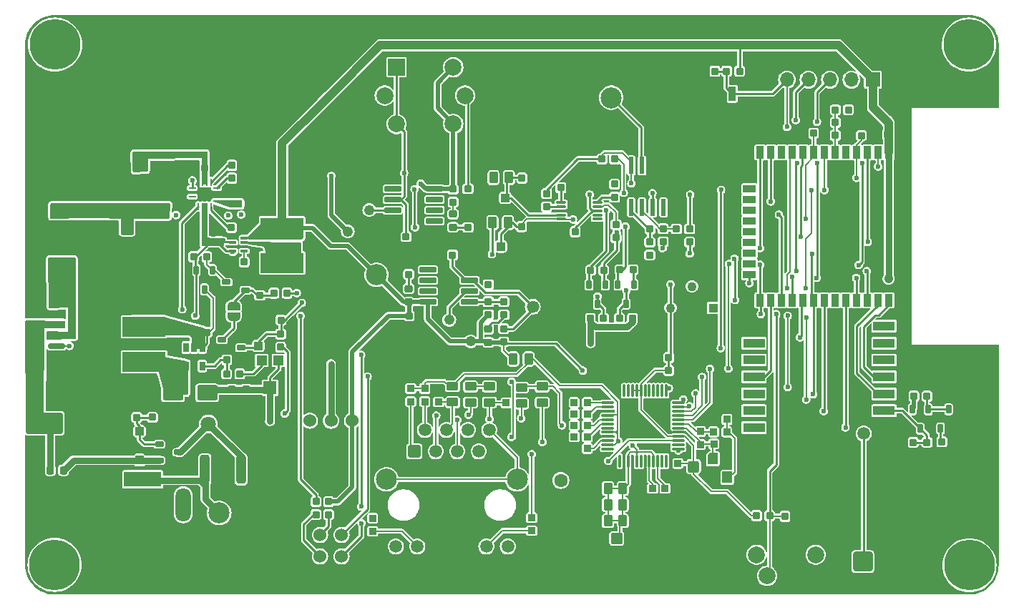
<source format=gbr>
%TF.GenerationSoftware,KiCad,Pcbnew,8.0.6*%
%TF.CreationDate,2025-04-11T21:40:20+07:00*%
%TF.ProjectId,DATN,4441544e-2e6b-4696-9361-645f70636258,rev?*%
%TF.SameCoordinates,Original*%
%TF.FileFunction,Copper,L1,Top*%
%TF.FilePolarity,Positive*%
%FSLAX46Y46*%
G04 Gerber Fmt 4.6, Leading zero omitted, Abs format (unit mm)*
G04 Created by KiCad (PCBNEW 8.0.6) date 2025-04-11 21:40:20*
%MOMM*%
%LPD*%
G01*
G04 APERTURE LIST*
G04 Aperture macros list*
%AMRoundRect*
0 Rectangle with rounded corners*
0 $1 Rounding radius*
0 $2 $3 $4 $5 $6 $7 $8 $9 X,Y pos of 4 corners*
0 Add a 4 corners polygon primitive as box body*
4,1,4,$2,$3,$4,$5,$6,$7,$8,$9,$2,$3,0*
0 Add four circle primitives for the rounded corners*
1,1,$1+$1,$2,$3*
1,1,$1+$1,$4,$5*
1,1,$1+$1,$6,$7*
1,1,$1+$1,$8,$9*
0 Add four rect primitives between the rounded corners*
20,1,$1+$1,$2,$3,$4,$5,0*
20,1,$1+$1,$4,$5,$6,$7,0*
20,1,$1+$1,$6,$7,$8,$9,0*
20,1,$1+$1,$8,$9,$2,$3,0*%
%AMFreePoly0*
4,1,18,-0.700000,0.540000,-0.695433,0.562961,-0.682426,0.582426,-0.662961,0.595433,-0.640000,0.600000,0.640000,0.600000,0.662961,0.595433,0.682426,0.582426,0.695433,0.562961,0.700000,0.540000,0.700000,-0.540000,0.695433,-0.562961,0.682426,-0.582426,0.662961,-0.595433,0.640000,-0.600000,-0.400000,-0.600000,-0.700000,-0.300000,-0.700000,0.540000,-0.700000,0.540000,$1*%
%AMFreePoly1*
4,1,19,0.500000,-0.750000,0.000000,-0.750000,0.000000,-0.744911,-0.071157,-0.744911,-0.207708,-0.704816,-0.327430,-0.627875,-0.420627,-0.520320,-0.479746,-0.390866,-0.500000,-0.250000,-0.500000,0.250000,-0.479746,0.390866,-0.420627,0.520320,-0.327430,0.627875,-0.207708,0.704816,-0.071157,0.744911,0.000000,0.744911,0.000000,0.750000,0.500000,0.750000,0.500000,-0.750000,0.500000,-0.750000,
$1*%
%AMFreePoly2*
4,1,19,0.000000,0.744911,0.071157,0.744911,0.207708,0.704816,0.327430,0.627875,0.420627,0.520320,0.479746,0.390866,0.500000,0.250000,0.500000,-0.250000,0.479746,-0.390866,0.420627,-0.520320,0.327430,-0.627875,0.207708,-0.704816,0.071157,-0.744911,0.000000,-0.744911,0.000000,-0.750000,-0.500000,-0.750000,-0.500000,0.750000,0.000000,0.750000,0.000000,0.744911,0.000000,0.744911,
$1*%
G04 Aperture macros list end*
%TA.AperFunction,SMDPad,CuDef*%
%ADD10RoundRect,0.127500X0.322500X-0.297500X0.322500X0.297500X-0.322500X0.297500X-0.322500X-0.297500X0*%
%TD*%
%TA.AperFunction,SMDPad,CuDef*%
%ADD11R,1.200000X1.200000*%
%TD*%
%TA.AperFunction,SMDPad,CuDef*%
%ADD12R,1.600000X1.500000*%
%TD*%
%TA.AperFunction,ComponentPad*%
%ADD13C,6.000000*%
%TD*%
%TA.AperFunction,SMDPad,CuDef*%
%ADD14RoundRect,0.150000X-0.350000X-0.525000X0.350000X-0.525000X0.350000X0.525000X-0.350000X0.525000X0*%
%TD*%
%TA.AperFunction,SMDPad,CuDef*%
%ADD15RoundRect,0.127500X0.297500X0.322500X-0.297500X0.322500X-0.297500X-0.322500X0.297500X-0.322500X0*%
%TD*%
%TA.AperFunction,SMDPad,CuDef*%
%ADD16RoundRect,0.127500X-0.297500X-0.322500X0.297500X-0.322500X0.297500X0.322500X-0.297500X0.322500X0*%
%TD*%
%TA.AperFunction,SMDPad,CuDef*%
%ADD17RoundRect,0.250000X0.262500X0.450000X-0.262500X0.450000X-0.262500X-0.450000X0.262500X-0.450000X0*%
%TD*%
%TA.AperFunction,SMDPad,CuDef*%
%ADD18RoundRect,0.127500X-0.322500X0.297500X-0.322500X-0.297500X0.322500X-0.297500X0.322500X0.297500X0*%
%TD*%
%TA.AperFunction,SMDPad,CuDef*%
%ADD19RoundRect,0.090000X-0.410000X-0.210000X0.410000X-0.210000X0.410000X0.210000X-0.410000X0.210000X0*%
%TD*%
%TA.AperFunction,SMDPad,CuDef*%
%ADD20RoundRect,0.150000X0.525000X-0.350000X0.525000X0.350000X-0.525000X0.350000X-0.525000X-0.350000X0*%
%TD*%
%TA.AperFunction,SMDPad,CuDef*%
%ADD21RoundRect,0.085000X0.365000X-0.340000X0.365000X0.340000X-0.365000X0.340000X-0.365000X-0.340000X0*%
%TD*%
%TA.AperFunction,SMDPad,CuDef*%
%ADD22RoundRect,0.090000X-0.210000X0.410000X-0.210000X-0.410000X0.210000X-0.410000X0.210000X0.410000X0*%
%TD*%
%TA.AperFunction,SMDPad,CuDef*%
%ADD23RoundRect,0.085000X-0.340000X-0.365000X0.340000X-0.365000X0.340000X0.365000X-0.340000X0.365000X0*%
%TD*%
%TA.AperFunction,SMDPad,CuDef*%
%ADD24RoundRect,0.218750X-0.256250X0.218750X-0.256250X-0.218750X0.256250X-0.218750X0.256250X0.218750X0*%
%TD*%
%TA.AperFunction,SMDPad,CuDef*%
%ADD25RoundRect,0.062500X-0.062500X0.375000X-0.062500X-0.375000X0.062500X-0.375000X0.062500X0.375000X0*%
%TD*%
%TA.AperFunction,SMDPad,CuDef*%
%ADD26RoundRect,0.062500X-0.375000X0.062500X-0.375000X-0.062500X0.375000X-0.062500X0.375000X0.062500X0*%
%TD*%
%TA.AperFunction,ComponentPad*%
%ADD27C,0.500000*%
%TD*%
%TA.AperFunction,SMDPad,CuDef*%
%ADD28R,1.600000X1.600000*%
%TD*%
%TA.AperFunction,SMDPad,CuDef*%
%ADD29RoundRect,0.150000X0.350000X0.525000X-0.350000X0.525000X-0.350000X-0.525000X0.350000X-0.525000X0*%
%TD*%
%TA.AperFunction,SMDPad,CuDef*%
%ADD30R,0.650000X1.060000*%
%TD*%
%TA.AperFunction,ComponentPad*%
%ADD31C,1.524000*%
%TD*%
%TA.AperFunction,SMDPad,CuDef*%
%ADD32RoundRect,0.218750X0.218750X0.256250X-0.218750X0.256250X-0.218750X-0.256250X0.218750X-0.256250X0*%
%TD*%
%TA.AperFunction,ComponentPad*%
%ADD33R,1.700000X1.700000*%
%TD*%
%TA.AperFunction,ComponentPad*%
%ADD34O,1.700000X1.700000*%
%TD*%
%TA.AperFunction,SMDPad,CuDef*%
%ADD35R,2.000000X1.100000*%
%TD*%
%TA.AperFunction,SMDPad,CuDef*%
%ADD36R,2.600000X1.100000*%
%TD*%
%TA.AperFunction,SMDPad,CuDef*%
%ADD37C,1.500000*%
%TD*%
%TA.AperFunction,ComponentPad*%
%ADD38R,4.400000X1.800000*%
%TD*%
%TA.AperFunction,ComponentPad*%
%ADD39O,4.000000X1.800000*%
%TD*%
%TA.AperFunction,ComponentPad*%
%ADD40O,1.800000X4.000000*%
%TD*%
%TA.AperFunction,SMDPad,CuDef*%
%ADD41RoundRect,0.085000X0.340000X0.365000X-0.340000X0.365000X-0.340000X-0.365000X0.340000X-0.365000X0*%
%TD*%
%TA.AperFunction,SMDPad,CuDef*%
%ADD42RoundRect,0.085000X-0.365000X0.340000X-0.365000X-0.340000X0.365000X-0.340000X0.365000X0.340000X0*%
%TD*%
%TA.AperFunction,SMDPad,CuDef*%
%ADD43FreePoly0,270.000000*%
%TD*%
%TA.AperFunction,SMDPad,CuDef*%
%ADD44RoundRect,0.060000X-0.540000X0.640000X-0.540000X-0.640000X0.540000X-0.640000X0.540000X0.640000X0*%
%TD*%
%TA.AperFunction,ComponentPad*%
%ADD45RoundRect,0.200100X0.949900X0.949900X-0.949900X0.949900X-0.949900X-0.949900X0.949900X-0.949900X0*%
%TD*%
%TA.AperFunction,ComponentPad*%
%ADD46C,2.500000*%
%TD*%
%TA.AperFunction,SMDPad,CuDef*%
%ADD47RoundRect,0.073750X-0.221250X0.911250X-0.221250X-0.911250X0.221250X-0.911250X0.221250X0.911250X0*%
%TD*%
%TA.AperFunction,SMDPad,CuDef*%
%ADD48R,0.900000X1.700000*%
%TD*%
%TA.AperFunction,SMDPad,CuDef*%
%ADD49RoundRect,0.275000X-0.275000X-0.275000X0.275000X-0.275000X0.275000X0.275000X-0.275000X0.275000X0*%
%TD*%
%TA.AperFunction,SMDPad,CuDef*%
%ADD50RoundRect,0.275000X0.275000X-0.275000X0.275000X0.275000X-0.275000X0.275000X-0.275000X-0.275000X0*%
%TD*%
%TA.AperFunction,SMDPad,CuDef*%
%ADD51RoundRect,0.090000X0.410000X0.210000X-0.410000X0.210000X-0.410000X-0.210000X0.410000X-0.210000X0*%
%TD*%
%TA.AperFunction,ComponentPad*%
%ADD52R,2.000000X2.000000*%
%TD*%
%TA.AperFunction,ComponentPad*%
%ADD53C,2.000000*%
%TD*%
%TA.AperFunction,SMDPad,CuDef*%
%ADD54RoundRect,0.250000X0.450000X0.425000X-0.450000X0.425000X-0.450000X-0.425000X0.450000X-0.425000X0*%
%TD*%
%TA.AperFunction,SMDPad,CuDef*%
%ADD55RoundRect,0.075000X-0.910000X-0.225000X0.910000X-0.225000X0.910000X0.225000X-0.910000X0.225000X0*%
%TD*%
%TA.AperFunction,SMDPad,CuDef*%
%ADD56R,2.200000X1.500000*%
%TD*%
%TA.AperFunction,SMDPad,CuDef*%
%ADD57RoundRect,0.180000X-1.020000X-0.720000X1.020000X-0.720000X1.020000X0.720000X-1.020000X0.720000X0*%
%TD*%
%TA.AperFunction,ComponentPad*%
%ADD58C,1.800000*%
%TD*%
%TA.AperFunction,SMDPad,CuDef*%
%ADD59R,5.100000X2.350000*%
%TD*%
%TA.AperFunction,ComponentPad*%
%ADD60R,1.222000X1.222000*%
%TD*%
%TA.AperFunction,ComponentPad*%
%ADD61C,1.222000*%
%TD*%
%TA.AperFunction,ComponentPad*%
%ADD62C,1.600000*%
%TD*%
%TA.AperFunction,ComponentPad*%
%ADD63C,1.470000*%
%TD*%
%TA.AperFunction,ComponentPad*%
%ADD64R,1.470000X1.470000*%
%TD*%
%TA.AperFunction,SMDPad,CuDef*%
%ADD65RoundRect,0.218750X0.256250X-0.218750X0.256250X0.218750X-0.256250X0.218750X-0.256250X-0.218750X0*%
%TD*%
%TA.AperFunction,SMDPad,CuDef*%
%ADD66RoundRect,0.150000X-0.825000X-0.150000X0.825000X-0.150000X0.825000X0.150000X-0.825000X0.150000X0*%
%TD*%
%TA.AperFunction,SMDPad,CuDef*%
%ADD67RoundRect,0.025000X-0.525000X-0.100000X0.525000X-0.100000X0.525000X0.100000X-0.525000X0.100000X0*%
%TD*%
%TA.AperFunction,SMDPad,CuDef*%
%ADD68RoundRect,0.250000X-0.550000X1.500000X-0.550000X-1.500000X0.550000X-1.500000X0.550000X1.500000X0*%
%TD*%
%TA.AperFunction,SMDPad,CuDef*%
%ADD69C,0.602078*%
%TD*%
%TA.AperFunction,SMDPad,CuDef*%
%ADD70RoundRect,0.250000X-0.425000X0.450000X-0.425000X-0.450000X0.425000X-0.450000X0.425000X0.450000X0*%
%TD*%
%TA.AperFunction,SMDPad,CuDef*%
%ADD71R,0.900000X1.500000*%
%TD*%
%TA.AperFunction,SMDPad,CuDef*%
%ADD72R,1.500000X0.900000*%
%TD*%
%TA.AperFunction,ComponentPad*%
%ADD73C,0.600000*%
%TD*%
%TA.AperFunction,SMDPad,CuDef*%
%ADD74R,4.100000X4.100000*%
%TD*%
%TA.AperFunction,SMDPad,CuDef*%
%ADD75RoundRect,0.150000X-0.525000X0.350000X-0.525000X-0.350000X0.525000X-0.350000X0.525000X0.350000X0*%
%TD*%
%TA.AperFunction,SMDPad,CuDef*%
%ADD76RoundRect,0.250000X-1.950000X-1.000000X1.950000X-1.000000X1.950000X1.000000X-1.950000X1.000000X0*%
%TD*%
%TA.AperFunction,SMDPad,CuDef*%
%ADD77RoundRect,0.250000X-0.312500X-1.450000X0.312500X-1.450000X0.312500X1.450000X-0.312500X1.450000X0*%
%TD*%
%TA.AperFunction,SMDPad,CuDef*%
%ADD78RoundRect,0.250000X-0.262500X-0.450000X0.262500X-0.450000X0.262500X0.450000X-0.262500X0.450000X0*%
%TD*%
%TA.AperFunction,SMDPad,CuDef*%
%ADD79RoundRect,0.075000X-0.662500X-0.075000X0.662500X-0.075000X0.662500X0.075000X-0.662500X0.075000X0*%
%TD*%
%TA.AperFunction,SMDPad,CuDef*%
%ADD80RoundRect,0.075000X-0.075000X-0.662500X0.075000X-0.662500X0.075000X0.662500X-0.075000X0.662500X0*%
%TD*%
%TA.AperFunction,ComponentPad*%
%ADD81R,1.090000X1.090000*%
%TD*%
%TA.AperFunction,ComponentPad*%
%ADD82C,1.090000*%
%TD*%
%TA.AperFunction,ComponentPad*%
%ADD83RoundRect,0.250500X-0.499500X-0.499500X0.499500X-0.499500X0.499500X0.499500X-0.499500X0.499500X0*%
%TD*%
%TA.AperFunction,ComponentPad*%
%ADD84C,1.500000*%
%TD*%
%TA.AperFunction,SMDPad,CuDef*%
%ADD85RoundRect,0.075000X0.910000X0.225000X-0.910000X0.225000X-0.910000X-0.225000X0.910000X-0.225000X0*%
%TD*%
%TA.AperFunction,SMDPad,CuDef*%
%ADD86FreePoly1,90.000000*%
%TD*%
%TA.AperFunction,SMDPad,CuDef*%
%ADD87FreePoly2,90.000000*%
%TD*%
%TA.AperFunction,SMDPad,CuDef*%
%ADD88RoundRect,0.090000X0.210000X-0.410000X0.210000X0.410000X-0.210000X0.410000X-0.210000X-0.410000X0*%
%TD*%
%TA.AperFunction,SMDPad,CuDef*%
%ADD89RoundRect,0.008100X-0.421900X-0.126900X0.421900X-0.126900X0.421900X0.126900X-0.421900X0.126900X0*%
%TD*%
%TA.AperFunction,SMDPad,CuDef*%
%ADD90RoundRect,0.180000X1.020000X0.720000X-1.020000X0.720000X-1.020000X-0.720000X1.020000X-0.720000X0*%
%TD*%
%TA.AperFunction,ViaPad*%
%ADD91C,0.600000*%
%TD*%
%TA.AperFunction,Conductor*%
%ADD92C,0.500000*%
%TD*%
%TA.AperFunction,Conductor*%
%ADD93C,1.000000*%
%TD*%
%TA.AperFunction,Conductor*%
%ADD94C,0.250000*%
%TD*%
%TA.AperFunction,Conductor*%
%ADD95C,0.200000*%
%TD*%
%TA.AperFunction,Conductor*%
%ADD96C,0.750000*%
%TD*%
G04 APERTURE END LIST*
D10*
%TO.P,R49,1*%
%TO.N,+5V*%
X115930000Y-79065000D03*
%TO.P,R49,2*%
%TO.N,Net-(D9-A)*%
X115930000Y-80615000D03*
%TD*%
D11*
%TO.P,RV2,1,1*%
%TO.N,Net-(SW1-A)*%
X95275000Y-99345000D03*
D12*
%TO.P,RV2,2,2*%
X94275000Y-102595000D03*
D11*
%TO.P,RV2,3,3*%
%TO.N,Net-(R15-Pad1)*%
X93275000Y-99345000D03*
%TD*%
D13*
%TO.P,H1,1*%
%TO.N,N/C*%
X68775000Y-123550000D03*
%TD*%
D14*
%TO.P,C46,1*%
%TO.N,GND*%
X132350000Y-114500000D03*
%TO.P,C46,2*%
%TO.N,/3v3A*%
X134250000Y-114500000D03*
%TD*%
D15*
%TO.P,R16,1*%
%TO.N,Net-(U3-FB)*%
X89150000Y-99300000D03*
%TO.P,R16,2*%
%TO.N,GND*%
X90700000Y-99300000D03*
%TD*%
D16*
%TO.P,R26,1*%
%TO.N,GND*%
X125575000Y-83500000D03*
%TO.P,R26,2*%
%TO.N,/ADC1*%
X124025000Y-83500000D03*
%TD*%
D17*
%TO.P,R25,1*%
%TO.N,/ADC1*%
X122417500Y-83035000D03*
%TO.P,R25,2*%
%TO.N,/ADC1_Device*%
X120592500Y-83035000D03*
%TD*%
D18*
%TO.P,R1,1*%
%TO.N,VDC*%
X95525000Y-97775000D03*
%TO.P,R1,2*%
%TO.N,/power_detec*%
X95525000Y-96225000D03*
%TD*%
D19*
%TO.P,Q2,1,G*%
%TO.N,Net-(Q2-G)*%
X81162500Y-109270000D03*
%TO.P,Q2,2,S*%
%TO.N,/Vin1*%
X81162500Y-111170000D03*
%TO.P,Q2,3,D*%
%TO.N,VDC*%
X83437500Y-110220000D03*
%TD*%
D20*
%TO.P,R51,1*%
%TO.N,Net-(J6-TCT)*%
X115850000Y-104300000D03*
%TO.P,R51,2*%
%TO.N,/3v3A*%
X115850000Y-102400000D03*
%TD*%
D16*
%TO.P,R4,1*%
%TO.N,Net-(U1-VSET)*%
X91200000Y-87675000D03*
%TO.P,R4,2*%
%TO.N,GND*%
X89650000Y-87675000D03*
%TD*%
D10*
%TO.P,C28,1*%
%TO.N,+3V3*%
X110725000Y-94060000D03*
%TO.P,C28,2*%
%TO.N,GND*%
X110725000Y-95610000D03*
%TD*%
D21*
%TO.P,C41,1*%
%TO.N,GND*%
X139525000Y-116050000D03*
%TO.P,C41,2*%
%TO.N,Net-(U12-TOCAP)*%
X139525000Y-114500000D03*
%TD*%
D15*
%TO.P,C8,1*%
%TO.N,GND*%
X84975000Y-76570000D03*
%TO.P,C8,2*%
%TO.N,+BATT*%
X86525000Y-76570000D03*
%TD*%
D22*
%TO.P,Q8,1,G*%
%TO.N,+3V3*%
X137325000Y-90362500D03*
%TO.P,Q8,2,S*%
%TO.N,/ADS_SDA*%
X135425000Y-90362500D03*
%TO.P,Q8,3,D*%
%TO.N,/I2C_SDA_Device*%
X136375000Y-92637500D03*
%TD*%
D23*
%TO.P,R45,1*%
%TO.N,Net-(J6-TD+)*%
X130250000Y-105675000D03*
%TO.P,R45,2*%
%TO.N,Net-(U12-TXP)*%
X131800000Y-105675000D03*
%TD*%
D24*
%TO.P,D5,1,K*%
%TO.N,Net-(D5-K)*%
X120100000Y-95650000D03*
%TO.P,D5,2,A*%
%TO.N,+3V3*%
X120100000Y-97225000D03*
%TD*%
D16*
%TO.P,R10,1*%
%TO.N,+BATT*%
X162700000Y-69675000D03*
%TO.P,R10,2*%
%TO.N,/VBAT_MONITOR*%
X161150000Y-69675000D03*
%TD*%
D15*
%TO.P,C10,1*%
%TO.N,GND*%
X94125000Y-79800000D03*
%TO.P,C10,2*%
%TO.N,+3V3*%
X95675000Y-79800000D03*
%TD*%
D18*
%TO.P,R39,1*%
%TO.N,+3V3*%
X121900000Y-97150000D03*
%TO.P,R39,2*%
%TO.N,/ADC1_Device*%
X121900000Y-95600000D03*
%TD*%
D25*
%TO.P,U2,1,TS*%
%TO.N,Net-(U2-TS)*%
X87262500Y-78257500D03*
%TO.P,U2,2,BAT*%
%TO.N,+BATT*%
X86762500Y-78257500D03*
%TO.P,U2,3,BAT*%
X86262500Y-78257500D03*
%TO.P,U2,4,~{CE}*%
%TO.N,GND*%
X85762500Y-78257500D03*
D26*
%TO.P,U2,5,EN2*%
%TO.N,+5V*%
X85075000Y-78945000D03*
%TO.P,U2,6,EN1*%
%TO.N,GND*%
X85075000Y-79445000D03*
%TO.P,U2,7,~{PGOOD}*%
%TO.N,unconnected-(U2-~{PGOOD}-Pad7)*%
X85075000Y-79945000D03*
%TO.P,U2,8,VSS*%
%TO.N,GND*%
X85075000Y-80445000D03*
D25*
%TO.P,U2,9,~{CHG}*%
%TO.N,Net-(D1-K1)*%
X85762500Y-81132500D03*
%TO.P,U2,10,OUT*%
%TO.N,/PPMIC_VOUT*%
X86262500Y-81132500D03*
%TO.P,U2,11,OUT*%
X86762500Y-81132500D03*
%TO.P,U2,12,ILIM*%
%TO.N,Net-(U2-ILIM)*%
X87262500Y-81132500D03*
D26*
%TO.P,U2,13,IN*%
%TO.N,+5V*%
X87950000Y-80445000D03*
%TO.P,U2,14,TMR*%
%TO.N,GND*%
X87950000Y-79945000D03*
%TO.P,U2,15,SYSOFF*%
X87950000Y-79445000D03*
%TO.P,U2,16,ISET*%
%TO.N,Net-(U2-ISET)*%
X87950000Y-78945000D03*
D27*
%TO.P,U2,17,VSS*%
%TO.N,GND*%
X87062500Y-79145000D03*
X85962500Y-79145000D03*
D28*
X86512500Y-79695000D03*
D27*
X87062500Y-80245000D03*
X85962500Y-80245000D03*
%TD*%
D14*
%TO.P,C48,1*%
%TO.N,GND*%
X132350000Y-118325000D03*
%TO.P,C48,2*%
%TO.N,/3v3A*%
X134250000Y-118325000D03*
%TD*%
D15*
%TO.P,R8,1*%
%TO.N,/PPMIC_VOUT*%
X85225000Y-87075000D03*
%TO.P,R8,2*%
%TO.N,Net-(Q3-D)*%
X86775000Y-87075000D03*
%TD*%
D13*
%TO.P,H1,1*%
%TO.N,N/C*%
X176950000Y-61950000D03*
%TD*%
D29*
%TO.P,C49,1*%
%TO.N,GND*%
X137900000Y-118325000D03*
%TO.P,C49,2*%
%TO.N,/3v3A*%
X136000000Y-118325000D03*
%TD*%
D30*
%TO.P,U3,1,SW*%
%TO.N,/SW*%
X84350000Y-100020000D03*
%TO.P,U3,2,GND*%
%TO.N,GND*%
X85300000Y-100020000D03*
%TO.P,U3,3,FB*%
%TO.N,Net-(U3-FB)*%
X86250000Y-100020000D03*
%TO.P,U3,4,EN*%
%TO.N,/IN*%
X86250000Y-97820000D03*
%TO.P,U3,5,IN*%
X85300000Y-97820000D03*
%TO.P,U3,6,NC*%
%TO.N,unconnected-(U3-NC-Pad6)*%
X84350000Y-97820000D03*
%TD*%
D16*
%TO.P,C20,1*%
%TO.N,+3V3*%
X130375000Y-84100000D03*
%TO.P,C20,2*%
%TO.N,GND*%
X128825000Y-84100000D03*
%TD*%
D31*
%TO.P,D1,1,A1*%
%TO.N,Net-(D1-A1)*%
X100175000Y-122550000D03*
%TO.P,D1,2,K1*%
%TO.N,Net-(D1-K1)*%
X102715000Y-122550000D03*
%TO.P,D1,3,A2*%
%TO.N,Net-(D1-A2)*%
X100175000Y-120010000D03*
%TO.P,D1,4,K2*%
%TO.N,/LED_ACT*%
X102715000Y-120010000D03*
%TD*%
D10*
%TO.P,R42,1*%
%TO.N,GND*%
X110675000Y-87610000D03*
%TO.P,R42,2*%
%TO.N,Net-(D6-K)*%
X110675000Y-89160000D03*
%TD*%
D16*
%TO.P,R17,1*%
%TO.N,+3V3*%
X149825000Y-65100000D03*
%TO.P,R17,2*%
%TO.N,/ESP_RST*%
X148275000Y-65100000D03*
%TD*%
D32*
%TO.P,L1,1,1*%
%TO.N,/Vin1*%
X69837500Y-112350000D03*
%TO.P,L1,2,2*%
%TO.N,/Vin2*%
X68262500Y-112350000D03*
%TD*%
D33*
%TO.P,BT1,1,+*%
%TO.N,+BATT*%
X78850000Y-76075000D03*
D34*
%TO.P,BT1,2,-*%
%TO.N,GND*%
X76310000Y-76075000D03*
%TD*%
D35*
%TO.P,U7,1,GND*%
%TO.N,GND*%
X167215000Y-109300000D03*
%TO.P,U7,2,GND*%
X167215000Y-107300000D03*
D36*
%TO.P,U7,3,VDD*%
%TO.N,Net-(Q6-D)*%
X166915000Y-105300000D03*
%TO.P,U7,4,~{RESET}*%
%TO.N,/LORA.RST*%
X166915000Y-103300000D03*
%TO.P,U7,5,DIO0*%
%TO.N,/LORA.INT*%
X166915000Y-101300000D03*
%TO.P,U7,6,DIO1*%
%TO.N,unconnected-(U7-DIO1-Pad6)*%
X166915000Y-99300000D03*
%TO.P,U7,7,DIO2*%
%TO.N,unconnected-(U7-DIO2-Pad7)*%
X166915000Y-97300000D03*
%TO.P,U7,8,DIO3*%
%TO.N,unconnected-(U7-DIO3-Pad8)*%
X166915000Y-95300000D03*
%TO.P,U7,9,GND*%
%TO.N,GND*%
X151515000Y-95300000D03*
%TO.P,U7,10,DIO4*%
%TO.N,unconnected-(U7-DIO4-Pad10)*%
X151515000Y-97300000D03*
%TO.P,U7,11,DIO5*%
%TO.N,unconnected-(U7-DIO5-Pad11)*%
X151515000Y-99300000D03*
%TO.P,U7,12,SCK*%
%TO.N,/LORA.SCK*%
X151515000Y-101300000D03*
%TO.P,U7,13,MISO*%
%TO.N,/LORA.MISO*%
X151515000Y-103300000D03*
%TO.P,U7,14,MOSI*%
%TO.N,/LORA.MOSI*%
X151515000Y-105300000D03*
%TO.P,U7,15,~{NSS}*%
%TO.N,/LORA.CS*%
X151515000Y-107300000D03*
%TO.P,U7,16,GND*%
%TO.N,GND*%
X151515000Y-109300000D03*
D37*
%TO.P,U7,17,Anaten*%
%TO.N,Net-(U7-Anaten)*%
X164515000Y-108000000D03*
%TD*%
D38*
%TO.P,J1,1*%
%TO.N,/Vin*%
X79200000Y-113425000D03*
D39*
%TO.P,J1,2*%
%TO.N,GND*%
X79200000Y-119225000D03*
D40*
%TO.P,J1,3*%
%TO.N,N/C*%
X84000000Y-116425000D03*
%TD*%
D41*
%TO.P,R56,1*%
%TO.N,/EXRES1*%
X131800000Y-109750000D03*
%TO.P,R56,2*%
%TO.N,GND*%
X130250000Y-109750000D03*
%TD*%
D42*
%TO.P,C39,1*%
%TO.N,GND*%
X122200000Y-102825000D03*
%TO.P,C39,2*%
%TO.N,Net-(J6-RCT)*%
X122200000Y-104375000D03*
%TD*%
D43*
%TO.P,Y1,1,1*%
%TO.N,/XI*%
X146650000Y-110975000D03*
D44*
%TO.P,Y1,2,2*%
%TO.N,GND*%
X146650000Y-113175000D03*
%TO.P,Y1,3,3*%
%TO.N,Net-(C29-Pad2)*%
X148350000Y-113175000D03*
%TO.P,Y1,4,4*%
%TO.N,GND*%
X148350000Y-110975000D03*
%TD*%
D16*
%TO.P,C22,1*%
%TO.N,/ADC1*%
X158575000Y-72450000D03*
%TO.P,C22,2*%
%TO.N,GND*%
X157025000Y-72450000D03*
%TD*%
D45*
%TO.P,U8,1*%
%TO.N,Net-(U7-Anaten)*%
X164400000Y-123175000D03*
D46*
%TO.P,U8,2*%
%TO.N,GND*%
X166940000Y-125715000D03*
X166940000Y-120635000D03*
X161860000Y-125715000D03*
X161860000Y-120635000D03*
%TD*%
D15*
%TO.P,R24,1*%
%TO.N,+3V3*%
X170450000Y-103575000D03*
%TO.P,R24,2*%
%TO.N,Net-(Q5-D)*%
X172000000Y-103575000D03*
%TD*%
D33*
%TO.P,J3,1,Pin_1*%
%TO.N,+3V3*%
X165590000Y-66100000D03*
D34*
%TO.P,J3,2,Pin_2*%
%TO.N,/ESP_BOOT*%
X163050000Y-66100000D03*
%TO.P,J3,3,Pin_3*%
%TO.N,/ESP_RX*%
X160510000Y-66100000D03*
%TO.P,J3,4,Pin_4*%
%TO.N,/ESP_TX*%
X157970000Y-66100000D03*
%TO.P,J3,5,Pin_5*%
%TO.N,/ESP_RST*%
X155430000Y-66100000D03*
%TO.P,J3,6,Pin_6*%
%TO.N,GND*%
X152890000Y-66100000D03*
%TD*%
D47*
%TO.P,U15,1,GND*%
%TO.N,GND*%
X140820000Y-76275000D03*
%TO.P,U15,2,T-*%
X139550000Y-76275000D03*
%TO.P,U15,3,T+*%
%TO.N,Net-(J4-Pin_2)*%
X138280000Y-76275000D03*
%TO.P,U15,4,VCC*%
%TO.N,+3V3*%
X137010000Y-76275000D03*
%TO.P,U15,5,SCK*%
%TO.N,Net-(U15-SCK)*%
X137010000Y-81225000D03*
%TO.P,U15,6,~{CS}*%
%TO.N,Net-(U15-~{CS})*%
X138280000Y-81225000D03*
%TO.P,U15,7,SO*%
%TO.N,Net-(U15-SO)*%
X139550000Y-81225000D03*
%TO.P,U15,8,N.C.*%
%TO.N,unconnected-(U15-N.C.-Pad8)*%
X140820000Y-81225000D03*
%TD*%
D17*
%TO.P,R27,1*%
%TO.N,/ADC2*%
X122527500Y-77710000D03*
%TO.P,R27,2*%
%TO.N,/ADC2_Device*%
X120702500Y-77710000D03*
%TD*%
D15*
%TO.P,R22,1*%
%TO.N,Net-(U6-ADDR)*%
X128675000Y-78900000D03*
%TO.P,R22,2*%
%TO.N,GND*%
X130225000Y-78900000D03*
%TD*%
D20*
%TO.P,R54,1*%
%TO.N,Net-(J6-RCT)*%
X120225000Y-104325000D03*
%TO.P,R54,2*%
%TO.N,Net-(C35-Pad1)*%
X120225000Y-102425000D03*
%TD*%
D48*
%TO.P,SW2,1,1*%
%TO.N,GND*%
X145550000Y-67775000D03*
%TO.P,SW2,2,2*%
%TO.N,/ESP_RST*%
X148950000Y-67775000D03*
%TD*%
D49*
%TO.P,Z3,1*%
%TO.N,GND*%
X124980000Y-85860000D03*
%TO.P,Z3,2*%
%TO.N,/ADC1*%
X121580000Y-85860000D03*
%TD*%
D46*
%TO.P,J5,1,Pin_1*%
%TO.N,GND*%
X101780000Y-89210000D03*
%TO.P,J5,2,Pin_2*%
%TO.N,+3V3*%
X106860000Y-89210000D03*
%TD*%
D50*
%TO.P,Z1,1*%
%TO.N,GND*%
X92885000Y-94220000D03*
%TO.P,Z1,2*%
%TO.N,/power_detec*%
X92885000Y-97620000D03*
%TD*%
D15*
%TO.P,R5,1*%
%TO.N,Net-(U2-ILIM)*%
X89700000Y-83625000D03*
%TO.P,R5,2*%
%TO.N,GND*%
X91250000Y-83625000D03*
%TD*%
D51*
%TO.P,Q3,1,G*%
%TO.N,Net-(JP1-B)*%
X91375000Y-91025000D03*
%TO.P,Q3,2,S*%
%TO.N,GND*%
X91375000Y-89125000D03*
%TO.P,Q3,3,D*%
%TO.N,Net-(Q3-D)*%
X89100000Y-90075000D03*
%TD*%
D10*
%TO.P,C15,1*%
%TO.N,GND*%
X90525000Y-79270000D03*
%TO.P,C15,2*%
%TO.N,+5V*%
X90525000Y-80820000D03*
%TD*%
D29*
%TO.P,C45,1*%
%TO.N,GND*%
X137900000Y-114500000D03*
%TO.P,C45,2*%
%TO.N,/3v3A*%
X136000000Y-114500000D03*
%TD*%
D20*
%TO.P,R55,1*%
%TO.N,Net-(J6-RCT)*%
X124025000Y-104450000D03*
%TO.P,R55,2*%
%TO.N,Net-(C38-Pad1)*%
X124025000Y-102550000D03*
%TD*%
D10*
%TO.P,R41,1*%
%TO.N,/D0*%
X121925000Y-92385000D03*
%TO.P,R41,2*%
%TO.N,Net-(D5-K)*%
X121925000Y-93935000D03*
%TD*%
D15*
%TO.P,R31,1*%
%TO.N,VCC*%
X132175000Y-94375000D03*
%TO.P,R31,2*%
%TO.N,/I2C_SCL_Device*%
X133725000Y-94375000D03*
%TD*%
D52*
%TO.P,U10,1,B1*%
%TO.N,/ADC2_Device*%
X109230000Y-64630000D03*
D53*
%TO.P,U10,2,VH+*%
%TO.N,+5V*%
X107840000Y-67990000D03*
%TO.P,U10,3,B2*%
%TO.N,/ADC2_Device*%
X109230000Y-71350000D03*
%TO.P,U10,4,A2*%
%TO.N,+5V*%
X115950000Y-71350000D03*
%TO.P,U10,5,VH-*%
%TO.N,Net-(U10-VH-)*%
X117340000Y-67990000D03*
%TO.P,U10,6,A1*%
%TO.N,+5V*%
X115950000Y-64630000D03*
%TD*%
D15*
%TO.P,C25,1*%
%TO.N,GND*%
X137665000Y-83775000D03*
%TO.P,C25,2*%
%TO.N,Net-(U15-SCK)*%
X139215000Y-83775000D03*
%TD*%
D54*
%TO.P,C52,1*%
%TO.N,/3v3A*%
X135275000Y-120425000D03*
%TO.P,C52,2*%
%TO.N,GND*%
X132575000Y-120425000D03*
%TD*%
D55*
%TO.P,U11,1,1OUT*%
%TO.N,/D1*%
X108785000Y-79010000D03*
%TO.P,U11,2,1IN-*%
%TO.N,/ADC2_Device*%
X108785000Y-80280000D03*
%TO.P,U11,3,1IN+*%
%TO.N,Net-(U11-1IN+)*%
X108785000Y-81550000D03*
%TO.P,U11,4,GND*%
%TO.N,GND*%
X108785000Y-82820000D03*
%TO.P,U11,5,2IN+*%
%TO.N,unconnected-(U11-2IN+-Pad5)*%
X113725000Y-82820000D03*
%TO.P,U11,6,2IN-*%
%TO.N,unconnected-(U11-2IN--Pad6)*%
X113725000Y-81550000D03*
%TO.P,U11,7,2OUT*%
%TO.N,unconnected-(U11-2OUT-Pad7)*%
X113725000Y-80280000D03*
%TO.P,U11,8,VCC*%
%TO.N,+5V*%
X113725000Y-79010000D03*
%TD*%
D31*
%TO.P,SW1,1,C*%
%TO.N,+3V3*%
X103975000Y-106475000D03*
%TO.P,SW1,2,B*%
%TO.N,VCC*%
X101475000Y-106475000D03*
%TO.P,SW1,3,A*%
%TO.N,Net-(SW1-A)*%
X98975000Y-106475000D03*
%TD*%
D49*
%TO.P,Z4,1*%
%TO.N,GND*%
X125495000Y-80095000D03*
%TO.P,Z4,2*%
%TO.N,/ADC2*%
X122095000Y-80095000D03*
%TD*%
D56*
%TO.P,L4,1,1*%
%TO.N,/VOUT*%
X69375000Y-88220000D03*
%TO.P,L4,2,2*%
%TO.N,+5V*%
X69375000Y-81820000D03*
%TD*%
D10*
%TO.P,C23,1*%
%TO.N,Net-(Q6-D)*%
X170375000Y-109046000D03*
%TO.P,C23,2*%
%TO.N,GND*%
X170375000Y-110596000D03*
%TD*%
D21*
%TO.P,R46,1*%
%TO.N,Net-(J6-Pad11)*%
X125225000Y-119500000D03*
%TO.P,R46,2*%
%TO.N,/LINKLED*%
X125225000Y-117950000D03*
%TD*%
D57*
%TO.P,D3,1*%
%TO.N,GND*%
X73500000Y-92095000D03*
%TO.P,D3,2*%
%TO.N,/VOUT*%
X69450000Y-92095000D03*
%TD*%
D21*
%TO.P,R48,1*%
%TO.N,Net-(J6-TD+)*%
X110925000Y-104225000D03*
%TO.P,R48,2*%
%TO.N,/3v3A*%
X110925000Y-102675000D03*
%TD*%
D16*
%TO.P,C18,1*%
%TO.N,/ESP_RST*%
X146900000Y-65100000D03*
%TO.P,C18,2*%
%TO.N,GND*%
X145350000Y-65100000D03*
%TD*%
D41*
%TO.P,C30,1*%
%TO.N,GND*%
X148325000Y-109225000D03*
%TO.P,C30,2*%
%TO.N,/XI*%
X146775000Y-109225000D03*
%TD*%
D16*
%TO.P,C37,1*%
%TO.N,GND*%
X142975000Y-99000000D03*
%TO.P,C37,2*%
%TO.N,+3V3*%
X141425000Y-99000000D03*
%TD*%
D58*
%TO.P,RV1,1*%
%TO.N,VDC*%
X86975000Y-106870000D03*
%TO.P,RV1,2*%
%TO.N,GND*%
X94475000Y-108503330D03*
%TD*%
D16*
%TO.P,C7,1*%
%TO.N,GND*%
X68625000Y-101195000D03*
%TO.P,C7,2*%
%TO.N,/Vin2*%
X67075000Y-101195000D03*
%TD*%
D22*
%TO.P,Q7,1,G*%
%TO.N,+3V3*%
X133925000Y-90362500D03*
%TO.P,Q7,2,S*%
%TO.N,/ADS_SCL*%
X132025000Y-90362500D03*
%TO.P,Q7,3,D*%
%TO.N,/I2C_SCL_Device*%
X132975000Y-92637500D03*
%TD*%
D42*
%TO.P,R36,1*%
%TO.N,/XO*%
X145175000Y-107750000D03*
%TO.P,R36,2*%
%TO.N,/XI*%
X145175000Y-109300000D03*
%TD*%
D15*
%TO.P,R18,1*%
%TO.N,+3V3*%
X151825000Y-117725000D03*
%TO.P,R18,2*%
%TO.N,/ESP_BOOT*%
X153375000Y-117725000D03*
%TD*%
D46*
%TO.P,J4,1,Pin_1*%
%TO.N,GND*%
X139720000Y-68235000D03*
%TO.P,J4,2,Pin_2*%
%TO.N,Net-(J4-Pin_2)*%
X134640000Y-68235000D03*
%TD*%
D18*
%TO.P,C26,1*%
%TO.N,Net-(U9-1IN-)*%
X120100000Y-90385000D03*
%TO.P,C26,2*%
%TO.N,GND*%
X120100000Y-88835000D03*
%TD*%
D16*
%TO.P,R32,1*%
%TO.N,VCC*%
X137150000Y-94375000D03*
%TO.P,R32,2*%
%TO.N,/I2C_SDA_Device*%
X135600000Y-94375000D03*
%TD*%
D59*
%TO.P,L3,1,1*%
%TO.N,/TPS62840DLCR_SW*%
X95700000Y-87800000D03*
%TO.P,L3,2,2*%
%TO.N,+3V3*%
X95700000Y-83650000D03*
%TD*%
D60*
%TO.P,VR1,1*%
%TO.N,GND*%
X112935000Y-97100000D03*
D61*
%TO.P,VR1,2*%
%TO.N,Net-(U9-1IN-)*%
X115475000Y-94560000D03*
%TO.P,VR1,3*%
%TO.N,+3V3*%
X118015000Y-97100000D03*
%TD*%
D41*
%TO.P,R38,1*%
%TO.N,Net-(U12-TXN)*%
X131800000Y-104350000D03*
%TO.P,R38,2*%
%TO.N,Net-(J6-TD-)*%
X130250000Y-104350000D03*
%TD*%
D62*
%TO.P,C33,1*%
%TO.N,GND*%
X128675000Y-118550000D03*
%TO.P,C33,2*%
%TO.N,/CGND*%
X128675000Y-113550000D03*
%TD*%
D18*
%TO.P,C24,1*%
%TO.N,/ADC2*%
X164225000Y-72725000D03*
%TO.P,C24,2*%
%TO.N,GND*%
X164225000Y-71175000D03*
%TD*%
D23*
%TO.P,R37,1*%
%TO.N,/XO*%
X146750000Y-107800000D03*
%TO.P,R37,2*%
%TO.N,Net-(C29-Pad2)*%
X148300000Y-107800000D03*
%TD*%
D18*
%TO.P,C12,1*%
%TO.N,GND*%
X91425000Y-104295000D03*
%TO.P,C12,2*%
%TO.N,Net-(SW1-A)*%
X91425000Y-102745000D03*
%TD*%
D21*
%TO.P,R50,1*%
%TO.N,Net-(J6-TD-)*%
X112575000Y-104225000D03*
%TO.P,R50,2*%
%TO.N,/3v3A*%
X112575000Y-102675000D03*
%TD*%
D10*
%TO.P,R40,1*%
%TO.N,/D0*%
X120100000Y-92385000D03*
%TO.P,R40,2*%
%TO.N,+3V3*%
X120100000Y-93935000D03*
%TD*%
D15*
%TO.P,C19,1*%
%TO.N,/ESP_BOOT*%
X155200000Y-117800000D03*
%TO.P,C19,2*%
%TO.N,GND*%
X156750000Y-117800000D03*
%TD*%
D50*
%TO.P,Z2,1*%
%TO.N,Net-(Q2-G)*%
X78835000Y-107740000D03*
%TO.P,Z2,2*%
%TO.N,/Vin1*%
X78835000Y-111140000D03*
%TD*%
D63*
%TO.P,Q9,C*%
%TO.N,/ADC1_Device*%
X125350000Y-92990000D03*
D64*
%TO.P,Q9,E*%
%TO.N,GND*%
X127890000Y-92990000D03*
%TD*%
D65*
%TO.P,D9,1,K*%
%TO.N,/D1*%
X115930000Y-83590000D03*
%TO.P,D9,2,A*%
%TO.N,Net-(D9-A)*%
X115930000Y-82015000D03*
%TD*%
D66*
%TO.P,U4,1,VIN*%
%TO.N,/Vin2*%
X68975000Y-95120000D03*
%TO.P,U4,2,OUTPUT*%
%TO.N,/VOUT*%
X68975000Y-96390000D03*
%TO.P,U4,3,FB*%
%TO.N,+5V*%
X68975000Y-97660000D03*
%TO.P,U4,4,ON/OFF*%
%TO.N,GND*%
X68975000Y-98930000D03*
%TO.P,U4,5,GND*%
X73925000Y-98930000D03*
%TO.P,U4,6,GND*%
X73925000Y-97660000D03*
%TO.P,U4,7,GND*%
X73925000Y-96390000D03*
%TO.P,U4,8,GND*%
X73925000Y-95120000D03*
%TD*%
D16*
%TO.P,C36,1*%
%TO.N,GND*%
X142975000Y-100525000D03*
%TO.P,C36,2*%
%TO.N,+3V3*%
X141425000Y-100525000D03*
%TD*%
D21*
%TO.P,R47,1*%
%TO.N,Net-(J6-Pad10)*%
X106400000Y-119575000D03*
%TO.P,R47,2*%
%TO.N,/ACTLED*%
X106400000Y-118025000D03*
%TD*%
D67*
%TO.P,U6,1,ADDR*%
%TO.N,Net-(U6-ADDR)*%
X128700000Y-80625000D03*
%TO.P,U6,2,ALERT/RDY*%
%TO.N,Net-(U6-ALERT{slash}RDY)*%
X128700000Y-81125000D03*
%TO.P,U6,3,GND*%
%TO.N,GND*%
X128700000Y-81625000D03*
%TO.P,U6,4,AIN0*%
%TO.N,/ADC2*%
X128700000Y-82125000D03*
%TO.P,U6,5,AIN1*%
%TO.N,/ADC1*%
X128700000Y-82625000D03*
%TO.P,U6,6,AIN2*%
%TO.N,unconnected-(U6-AIN2-Pad6)*%
X133000000Y-82625000D03*
%TO.P,U6,7,AIN3*%
%TO.N,unconnected-(U6-AIN3-Pad7)*%
X133000000Y-82125000D03*
%TO.P,U6,8,VDD*%
%TO.N,+3V3*%
X133000000Y-81625000D03*
%TO.P,U6,9,SDA*%
%TO.N,/ADS_SDA*%
X133000000Y-81125000D03*
%TO.P,U6,10,SCL*%
%TO.N,/ADS_SCL*%
X133000000Y-80625000D03*
%TD*%
D68*
%TO.P,C14,1*%
%TO.N,+5V*%
X77350000Y-82720000D03*
%TO.P,C14,2*%
%TO.N,GND*%
X77350000Y-88320000D03*
%TD*%
D15*
%TO.P,C17,1*%
%TO.N,+3V3*%
X167312400Y-72625000D03*
%TO.P,C17,2*%
%TO.N,GND*%
X168862400Y-72625000D03*
%TD*%
%TO.P,R23,1*%
%TO.N,/LORA_EN*%
X173750000Y-108975000D03*
%TO.P,R23,2*%
%TO.N,GND*%
X175300000Y-108975000D03*
%TD*%
D18*
%TO.P,C1,1*%
%TO.N,GND*%
X88250000Y-86825000D03*
%TO.P,C1,2*%
%TO.N,/PPMIC_VOUT*%
X88250000Y-85275000D03*
%TD*%
%TO.P,C43,1*%
%TO.N,GND*%
X133545000Y-77050000D03*
%TO.P,C43,2*%
%TO.N,+3V3*%
X133545000Y-75500000D03*
%TD*%
D15*
%TO.P,R12,1*%
%TO.N,Net-(U2-TS)*%
X89750000Y-76245000D03*
%TO.P,R12,2*%
%TO.N,GND*%
X91300000Y-76245000D03*
%TD*%
D18*
%TO.P,C42,1*%
%TO.N,GND*%
X142340000Y-85325000D03*
%TO.P,C42,2*%
%TO.N,Net-(U15-~{CS})*%
X142340000Y-83775000D03*
%TD*%
D69*
%TO.P,TP1,1,1*%
%TO.N,+5V*%
X80300000Y-81475000D03*
%TD*%
D13*
%TO.P,H1,1*%
%TO.N,N/C*%
X68825000Y-61950000D03*
%TD*%
%TO.P,H1,1*%
%TO.N,N/C*%
X177025000Y-123600000D03*
%TD*%
D18*
%TO.P,R13,1*%
%TO.N,Net-(D1-A1)*%
X99700000Y-117600000D03*
%TO.P,R13,2*%
%TO.N,/PPMIC_VOUT*%
X99700000Y-116050000D03*
%TD*%
D29*
%TO.P,C50,1*%
%TO.N,GND*%
X137900000Y-116425000D03*
%TO.P,C50,2*%
%TO.N,/3v3A*%
X136000000Y-116425000D03*
%TD*%
D16*
%TO.P,C6,1*%
%TO.N,GND*%
X162690000Y-72700000D03*
%TO.P,C6,2*%
%TO.N,/VBAT_MONITOR*%
X161140000Y-72700000D03*
%TD*%
D70*
%TO.P,C51,1*%
%TO.N,+3V3*%
X144375000Y-111925000D03*
%TO.P,C51,2*%
%TO.N,GND*%
X144375000Y-114625000D03*
%TD*%
D14*
%TO.P,C47,1*%
%TO.N,GND*%
X132350000Y-116425000D03*
%TO.P,C47,2*%
%TO.N,/3v3A*%
X134250000Y-116425000D03*
%TD*%
D51*
%TO.P,Q1,1,G*%
%TO.N,/power_detec*%
X90850000Y-97850000D03*
%TO.P,Q1,2,S*%
%TO.N,GND*%
X90850000Y-95950000D03*
%TO.P,Q1,3,D*%
%TO.N,Net-(JP1-A)*%
X88575000Y-96900000D03*
%TD*%
D10*
%TO.P,R34,1*%
%TO.N,Net-(U15-~{CS})*%
X140765000Y-83750000D03*
%TO.P,R34,2*%
%TO.N,/OUT_SPI_CS*%
X140765000Y-85300000D03*
%TD*%
D71*
%TO.P,U5,1,GND*%
%TO.N,GND*%
X168750000Y-74725000D03*
%TO.P,U5,2,VDD*%
%TO.N,+3V3*%
X167480000Y-74725000D03*
%TO.P,U5,3,EN*%
%TO.N,/ESP_RST*%
X166210000Y-74725000D03*
%TO.P,U5,4,SENSOR_VP*%
%TO.N,/power_detec*%
X164940000Y-74725000D03*
%TO.P,U5,5,SENSOR_VN*%
%TO.N,/ADC2*%
X163670000Y-74725000D03*
%TO.P,U5,6,IO34*%
%TO.N,unconnected-(U5-IO34-Pad6)*%
X162400000Y-74725000D03*
%TO.P,U5,7,IO35*%
%TO.N,/VBAT_MONITOR*%
X161130000Y-74725000D03*
%TO.P,U5,8,IO32*%
%TO.N,/TCP.INT*%
X159860000Y-74725000D03*
%TO.P,U5,9,IO33*%
%TO.N,/ADC1*%
X158590000Y-74725000D03*
%TO.P,U5,10,IO25*%
%TO.N,/BOOT_VCC_SENSOR_EN*%
X157320000Y-74725000D03*
%TO.P,U5,11,IO26*%
%TO.N,/TCP.RST*%
X156050000Y-74725000D03*
%TO.P,U5,12,IO27*%
%TO.N,unconnected-(U5-IO27-Pad12)*%
X154780000Y-74725000D03*
%TO.P,U5,13,IO14*%
%TO.N,/ADS_SCL*%
X153510000Y-74725000D03*
%TO.P,U5,14,IO12*%
%TO.N,/OUT_SPI_CS*%
X152240000Y-74725000D03*
D72*
%TO.P,U5,15,GND*%
%TO.N,GND*%
X150990000Y-77755000D03*
%TO.P,U5,16,IO13*%
%TO.N,/LED_ACT*%
X150990000Y-79025000D03*
%TO.P,U5,17,SHD/SD2*%
%TO.N,unconnected-(U5-SHD{slash}SD2-Pad17)*%
X150990000Y-80295000D03*
%TO.P,U5,18,SWP/SD3*%
%TO.N,unconnected-(U5-SWP{slash}SD3-Pad18)*%
X150990000Y-81565000D03*
%TO.P,U5,19,SCS/CMD*%
%TO.N,unconnected-(U5-SCS{slash}CMD-Pad19)*%
X150990000Y-82835000D03*
%TO.P,U5,20,SCK/CLK*%
%TO.N,unconnected-(U5-SCK{slash}CLK-Pad20)*%
X150990000Y-84105000D03*
%TO.P,U5,21,SDO/SD0*%
%TO.N,unconnected-(U5-SDO{slash}SD0-Pad21)*%
X150990000Y-85375000D03*
%TO.P,U5,22,SDI/SD1*%
%TO.N,unconnected-(U5-SDI{slash}SD1-Pad22)*%
X150990000Y-86645000D03*
%TO.P,U5,23,IO15*%
%TO.N,/TCP.CS*%
X150990000Y-87915000D03*
%TO.P,U5,24,IO2*%
%TO.N,/LORA_EN*%
X150990000Y-89185000D03*
D71*
%TO.P,U5,25,IO0*%
%TO.N,/ESP_BOOT*%
X152240000Y-92225000D03*
%TO.P,U5,26,IO4*%
%TO.N,/LORA.SCK*%
X153510000Y-92225000D03*
%TO.P,U5,27,IO16*%
%TO.N,/D1*%
X154780000Y-92225000D03*
%TO.P,U5,28,IO17*%
%TO.N,/ADS_SDA*%
X156050000Y-92225000D03*
%TO.P,U5,29,IO5*%
%TO.N,/D0*%
X157320000Y-92225000D03*
%TO.P,U5,30,IO18*%
%TO.N,/LORA.MISO*%
X158590000Y-92225000D03*
%TO.P,U5,31,IO19*%
%TO.N,/LORA.MOSI*%
X159860000Y-92225000D03*
%TO.P,U5,32,NC*%
%TO.N,unconnected-(U5-NC-Pad32)*%
X161130000Y-92225000D03*
%TO.P,U5,33,IO21*%
%TO.N,/LORA.CS*%
X162400000Y-92225000D03*
%TO.P,U5,34,RXD0/IO3*%
%TO.N,/ESP_RX*%
X163670000Y-92225000D03*
%TO.P,U5,35,TXD0/IO1*%
%TO.N,/ESP_TX*%
X164940000Y-92225000D03*
%TO.P,U5,36,IO22*%
%TO.N,/LORA.RST*%
X166210000Y-92225000D03*
%TO.P,U5,37,IO23*%
%TO.N,/LORA.INT*%
X167480000Y-92225000D03*
%TO.P,U5,38,GND*%
%TO.N,GND*%
X168750000Y-92225000D03*
D73*
%TO.P,U5,39,GND*%
X162990000Y-81225000D03*
X161990000Y-81225000D03*
X160990000Y-81225000D03*
X159990000Y-81225000D03*
X162990000Y-82225000D03*
X161990000Y-82225000D03*
X160990000Y-82225000D03*
X159990000Y-82225000D03*
D74*
X161410000Y-82795000D03*
D73*
X162990000Y-83225000D03*
X161990000Y-83225000D03*
X160990000Y-83225000D03*
X159990000Y-83225000D03*
X162990000Y-84225000D03*
X161990000Y-84225000D03*
X160990000Y-84225000D03*
X159990000Y-84225000D03*
%TD*%
D75*
%TO.P,C38,1*%
%TO.N,Net-(C38-Pad1)*%
X126475000Y-102425000D03*
%TO.P,C38,2*%
%TO.N,Net-(J6-RD-)*%
X126475000Y-104325000D03*
%TD*%
D76*
%TO.P,C5,1*%
%TO.N,/Vin2*%
X67575000Y-106795000D03*
%TO.P,C5,2*%
%TO.N,GND*%
X74975000Y-106795000D03*
%TD*%
D53*
%TO.P,SW3,1,1*%
%TO.N,GND*%
X157575000Y-124850000D03*
%TO.P,SW3,2,2*%
%TO.N,/ESP_BOOT*%
X153075000Y-124850000D03*
%TO.P,SW3,S*%
%TO.N,N/C*%
X158825000Y-122350000D03*
%TO.P,SW3,s*%
X151825000Y-122350000D03*
%TD*%
D22*
%TO.P,Q6,1,G*%
%TO.N,Net-(Q5-D)*%
X172150000Y-105137500D03*
%TO.P,Q6,2,S*%
%TO.N,+3V3*%
X170250000Y-105137500D03*
%TO.P,Q6,3,D*%
%TO.N,Net-(Q6-D)*%
X171200000Y-107412500D03*
%TD*%
D15*
%TO.P,C27,1*%
%TO.N,/ADC1_Device*%
X115850000Y-86860000D03*
%TO.P,C27,2*%
%TO.N,GND*%
X117400000Y-86860000D03*
%TD*%
D18*
%TO.P,R14,1*%
%TO.N,Net-(D1-A2)*%
X101200000Y-117600000D03*
%TO.P,R14,2*%
%TO.N,+3V3*%
X101200000Y-116050000D03*
%TD*%
D16*
%TO.P,R44,1*%
%TO.N,/ADC2_Device*%
X110350000Y-84675000D03*
%TO.P,R44,2*%
%TO.N,GND*%
X108800000Y-84675000D03*
%TD*%
D77*
%TO.P,F1,1*%
%TO.N,/Vin*%
X86562500Y-112250000D03*
%TO.P,F1,2*%
%TO.N,VDC*%
X90837500Y-112250000D03*
%TD*%
D42*
%TO.P,C31,1*%
%TO.N,+3V3*%
X142525000Y-111550000D03*
%TO.P,C31,2*%
%TO.N,GND*%
X142525000Y-113100000D03*
%TD*%
D15*
%TO.P,C13,1*%
%TO.N,GND*%
X94125000Y-81300000D03*
%TO.P,C13,2*%
%TO.N,+3V3*%
X95675000Y-81300000D03*
%TD*%
D78*
%TO.P,FB1,1*%
%TO.N,+3V3*%
X123037500Y-99175000D03*
%TO.P,FB1,2*%
%TO.N,/3v3A*%
X124862500Y-99175000D03*
%TD*%
D23*
%TO.P,C29,1*%
%TO.N,GND*%
X146775000Y-106325000D03*
%TO.P,C29,2*%
%TO.N,Net-(C29-Pad2)*%
X148325000Y-106325000D03*
%TD*%
D21*
%TO.P,C34,1*%
%TO.N,Net-(J6-TCT)*%
X114225000Y-104250000D03*
%TO.P,C34,2*%
%TO.N,GND*%
X114225000Y-102700000D03*
%TD*%
D18*
%TO.P,R7,1*%
%TO.N,Net-(JP1-B)*%
X93050000Y-91650000D03*
%TO.P,R7,2*%
%TO.N,GND*%
X93050000Y-90100000D03*
%TD*%
D16*
%TO.P,R6,1*%
%TO.N,/BOOT_VCC_SENSOR_EN*%
X96275000Y-91375000D03*
%TO.P,R6,2*%
%TO.N,Net-(JP1-B)*%
X94725000Y-91375000D03*
%TD*%
D18*
%TO.P,C3,1*%
%TO.N,GND*%
X81825000Y-83600000D03*
%TO.P,C3,2*%
%TO.N,+5V*%
X81825000Y-82050000D03*
%TD*%
D79*
%TO.P,U12,1,TXN*%
%TO.N,Net-(U12-TXN)*%
X134237500Y-104350000D03*
%TO.P,U12,2,TXP*%
%TO.N,Net-(U12-TXP)*%
X134237500Y-104850000D03*
%TO.P,U12,3,AGND*%
%TO.N,GND*%
X134237500Y-105350000D03*
%TO.P,U12,4,AVDD*%
%TO.N,/3v3A*%
X134237500Y-105850000D03*
%TO.P,U12,5,RXN*%
%TO.N,Net-(U12-RXN)*%
X134237500Y-106350000D03*
%TO.P,U12,6,RXP*%
%TO.N,Net-(U12-RXP)*%
X134237500Y-106850000D03*
%TO.P,U12,7,DNC*%
%TO.N,unconnected-(U12-DNC-Pad7)*%
X134237500Y-107350000D03*
%TO.P,U12,8,AVDD*%
%TO.N,/3v3A*%
X134237500Y-107850000D03*
%TO.P,U12,9,AGND*%
%TO.N,GND*%
X134237500Y-108350000D03*
%TO.P,U12,10,EXRES1*%
%TO.N,/EXRES1*%
X134237500Y-108850000D03*
%TO.P,U12,11,AVDD*%
%TO.N,/3v3A*%
X134237500Y-109350000D03*
%TO.P,U12,12,NC*%
%TO.N,unconnected-(U12-NC-Pad12)*%
X134237500Y-109850000D03*
D80*
%TO.P,U12,13,NC*%
%TO.N,unconnected-(U12-NC-Pad13)*%
X135650000Y-111262500D03*
%TO.P,U12,14,AGND*%
%TO.N,GND*%
X136150000Y-111262500D03*
%TO.P,U12,15,AVDD*%
%TO.N,/3v3A*%
X136650000Y-111262500D03*
%TO.P,U12,16,AGND*%
%TO.N,GND*%
X137150000Y-111262500D03*
%TO.P,U12,17,AVDD*%
%TO.N,/3v3A*%
X137650000Y-111262500D03*
%TO.P,U12,18,VBG*%
%TO.N,unconnected-(U12-VBG-Pad18)*%
X138150000Y-111262500D03*
%TO.P,U12,19,AGND*%
%TO.N,GND*%
X138650000Y-111262500D03*
%TO.P,U12,20,TOCAP*%
%TO.N,Net-(U12-TOCAP)*%
X139150000Y-111262500D03*
%TO.P,U12,21,AVDD*%
%TO.N,/3v3A*%
X139650000Y-111262500D03*
%TO.P,U12,22,1V2O*%
%TO.N,/1V20*%
X140150000Y-111262500D03*
%TO.P,U12,23,RSVD*%
%TO.N,unconnected-(U12-RSVD-Pad23)*%
X140650000Y-111262500D03*
%TO.P,U12,24,SPDLED*%
%TO.N,unconnected-(U12-SPDLED-Pad24)*%
X141150000Y-111262500D03*
D79*
%TO.P,U12,25,LINKLED*%
%TO.N,/LINKLED*%
X142562500Y-109850000D03*
%TO.P,U12,26,DUPLED*%
%TO.N,unconnected-(U12-DUPLED-Pad26)*%
X142562500Y-109350000D03*
%TO.P,U12,27,ACTLED*%
%TO.N,/ACTLED*%
X142562500Y-108850000D03*
%TO.P,U12,28,VDD*%
%TO.N,+3V3*%
X142562500Y-108350000D03*
%TO.P,U12,29,GND*%
%TO.N,GND*%
X142562500Y-107850000D03*
%TO.P,U12,30,XI/CLKIN*%
%TO.N,/XI*%
X142562500Y-107350000D03*
%TO.P,U12,31,XO*%
%TO.N,/XO*%
X142562500Y-106850000D03*
%TO.P,U12,32,~{SCS}*%
%TO.N,/TCP.CS*%
X142562500Y-106350000D03*
%TO.P,U12,33,SCLK*%
%TO.N,/LORA.SCK*%
X142562500Y-105850000D03*
%TO.P,U12,34,MISO*%
%TO.N,/LORA.MISO*%
X142562500Y-105350000D03*
%TO.P,U12,35,MOSI*%
%TO.N,/LORA.MOSI*%
X142562500Y-104850000D03*
%TO.P,U12,36,~{INT}*%
%TO.N,/TCP.INT*%
X142562500Y-104350000D03*
D80*
%TO.P,U12,37,~{RST}*%
%TO.N,/TCP.RST*%
X141150000Y-102937500D03*
%TO.P,U12,38,RSVD*%
%TO.N,unconnected-(U12-RSVD-Pad38)*%
X140650000Y-102937500D03*
%TO.P,U12,39,RSVD*%
%TO.N,unconnected-(U12-RSVD-Pad39)*%
X140150000Y-102937500D03*
%TO.P,U12,40,RSVD*%
%TO.N,unconnected-(U12-RSVD-Pad40)*%
X139650000Y-102937500D03*
%TO.P,U12,41,RSVD*%
%TO.N,unconnected-(U12-RSVD-Pad41)*%
X139150000Y-102937500D03*
%TO.P,U12,42,RSVD*%
%TO.N,unconnected-(U12-RSVD-Pad42)*%
X138650000Y-102937500D03*
%TO.P,U12,43,PMODE2*%
%TO.N,+3V3*%
X138150000Y-102937500D03*
%TO.P,U12,44,PMODE1*%
X137650000Y-102937500D03*
%TO.P,U12,45,PMODE0*%
X137150000Y-102937500D03*
%TO.P,U12,46,NC*%
%TO.N,unconnected-(U12-NC-Pad46)*%
X136650000Y-102937500D03*
%TO.P,U12,47,NC*%
%TO.N,unconnected-(U12-NC-Pad47)*%
X136150000Y-102937500D03*
%TO.P,U12,48,AGND*%
%TO.N,GND*%
X135650000Y-102937500D03*
%TD*%
D24*
%TO.P,D6,1,K*%
%TO.N,Net-(D6-K)*%
X110675000Y-90860000D03*
%TO.P,D6,2,A*%
%TO.N,+3V3*%
X110675000Y-92435000D03*
%TD*%
D75*
%TO.P,C35,1*%
%TO.N,Net-(C35-Pad1)*%
X118000000Y-102425000D03*
%TO.P,C35,2*%
%TO.N,Net-(J6-RD+)*%
X118000000Y-104325000D03*
%TD*%
D23*
%TO.P,R53,1*%
%TO.N,Net-(C38-Pad1)*%
X130250000Y-107025000D03*
%TO.P,R53,2*%
%TO.N,Net-(U12-RXN)*%
X131800000Y-107025000D03*
%TD*%
D81*
%TO.P,U13,1,SCL/VZ*%
%TO.N,/I2C_SCL_Device*%
X146725000Y-93125000D03*
D82*
%TO.P,U13,2,SDA/PWM*%
%TO.N,/I2C_SDA_Device*%
X144185000Y-90585000D03*
%TO.P,U13,3,VDD*%
%TO.N,+3V3*%
X141645000Y-93125000D03*
%TO.P,U13,4,VSS*%
%TO.N,GND*%
X144185000Y-95665000D03*
%TD*%
D21*
%TO.P,C40,1*%
%TO.N,GND*%
X141000000Y-116050000D03*
%TO.P,C40,2*%
%TO.N,/1V20*%
X141000000Y-114500000D03*
%TD*%
D10*
%TO.P,C21,1*%
%TO.N,Net-(Q6-D)*%
X172000000Y-109050000D03*
%TO.P,C21,2*%
%TO.N,GND*%
X172000000Y-110600000D03*
%TD*%
%TO.P,R33,1*%
%TO.N,Net-(U15-SCK)*%
X139190000Y-85325000D03*
%TO.P,R33,2*%
%TO.N,/LORA.SCK*%
X139190000Y-86875000D03*
%TD*%
D18*
%TO.P,R3,1*%
%TO.N,Net-(Q2-G)*%
X80350000Y-106070000D03*
%TO.P,R3,2*%
%TO.N,GND*%
X80350000Y-104520000D03*
%TD*%
%TO.P,C2,1*%
%TO.N,Net-(Q2-G)*%
X78500000Y-106095000D03*
%TO.P,C2,2*%
%TO.N,GND*%
X78500000Y-104545000D03*
%TD*%
D83*
%TO.P,J6,1,TD+*%
%TO.N,Net-(J6-TD+)*%
X111335000Y-110115000D03*
D84*
%TO.P,J6,2,TD-*%
%TO.N,Net-(J6-TD-)*%
X112595000Y-107575000D03*
%TO.P,J6,3,RD+*%
%TO.N,Net-(J6-RD+)*%
X113875000Y-110115000D03*
%TO.P,J6,4,TCT*%
%TO.N,Net-(J6-TCT)*%
X115135000Y-107575000D03*
%TO.P,J6,5,RCT*%
%TO.N,Net-(J6-RCT)*%
X116415000Y-110115000D03*
%TO.P,J6,6,RD-*%
%TO.N,Net-(J6-RD-)*%
X117675000Y-107575000D03*
%TO.P,J6,7,NC*%
%TO.N,unconnected-(J6-NC-Pad7)*%
X118955000Y-110115000D03*
%TO.P,J6,8*%
%TO.N,/CGND*%
X120215000Y-107575000D03*
%TO.P,J6,9*%
%TO.N,+3V3*%
X109150000Y-121375000D03*
%TO.P,J6,10*%
%TO.N,Net-(J6-Pad10)*%
X111690000Y-121375000D03*
%TO.P,J6,11*%
%TO.N,Net-(J6-Pad11)*%
X119860000Y-121375000D03*
%TO.P,J6,12*%
%TO.N,+3V3*%
X122400000Y-121375000D03*
D46*
%TO.P,J6,SH*%
%TO.N,/CGND*%
X108030000Y-113425000D03*
X123520000Y-113425000D03*
%TD*%
D16*
%TO.P,R28,1*%
%TO.N,GND*%
X125615000Y-77760000D03*
%TO.P,R28,2*%
%TO.N,/ADC2*%
X124065000Y-77760000D03*
%TD*%
D10*
%TO.P,R21,1*%
%TO.N,+3V3*%
X126975000Y-79600000D03*
%TO.P,R21,2*%
%TO.N,Net-(U6-ALERT{slash}RDY)*%
X126975000Y-81150000D03*
%TD*%
D15*
%TO.P,R9,1*%
%TO.N,Net-(U2-ISET)*%
X89750000Y-77770000D03*
%TO.P,R9,2*%
%TO.N,GND*%
X91300000Y-77770000D03*
%TD*%
D85*
%TO.P,U9,1,1OUT*%
%TO.N,/D0*%
X117860000Y-92387500D03*
%TO.P,U9,2,1IN-*%
%TO.N,Net-(U9-1IN-)*%
X117860000Y-91117500D03*
%TO.P,U9,3,1IN+*%
%TO.N,/ADC1_Device*%
X117860000Y-89847500D03*
%TO.P,U9,4,GND*%
%TO.N,GND*%
X117860000Y-88577500D03*
%TO.P,U9,5,2IN+*%
%TO.N,unconnected-(U9-2IN+-Pad5)*%
X112920000Y-88577500D03*
%TO.P,U9,6,2IN-*%
%TO.N,unconnected-(U9-2IN--Pad6)*%
X112920000Y-89847500D03*
%TO.P,U9,7,2OUT*%
%TO.N,unconnected-(U9-2OUT-Pad7)*%
X112920000Y-91117500D03*
%TO.P,U9,8,VCC*%
%TO.N,+3V3*%
X112920000Y-92387500D03*
%TD*%
D10*
%TO.P,C4,1*%
%TO.N,GND*%
X86775000Y-94475000D03*
%TO.P,C4,2*%
%TO.N,/IN*%
X86775000Y-96025000D03*
%TD*%
%TO.P,R35,1*%
%TO.N,Net-(U15-SO)*%
X143915000Y-83775000D03*
%TO.P,R35,2*%
%TO.N,/LORA.MISO*%
X143915000Y-85325000D03*
%TD*%
D15*
%TO.P,C11,1*%
%TO.N,GND*%
X85200000Y-85225000D03*
%TO.P,C11,2*%
%TO.N,/PPMIC_VOUT*%
X86750000Y-85225000D03*
%TD*%
D86*
%TO.P,JP1,1,A*%
%TO.N,Net-(JP1-A)*%
X89975000Y-94175000D03*
D87*
%TO.P,JP1,2,B*%
%TO.N,Net-(JP1-B)*%
X89975000Y-92875000D03*
%TD*%
D41*
%TO.P,R52,1*%
%TO.N,Net-(U12-RXP)*%
X131800000Y-108375000D03*
%TO.P,R52,2*%
%TO.N,Net-(C35-Pad1)*%
X130250000Y-108375000D03*
%TD*%
D18*
%TO.P,C32,1*%
%TO.N,/D1*%
X117680000Y-83590000D03*
%TO.P,C32,2*%
%TO.N,GND*%
X117680000Y-82040000D03*
%TD*%
D59*
%TO.P,L2,1,1*%
%TO.N,/IN*%
X79375000Y-95370000D03*
%TO.P,L2,2,2*%
%TO.N,/SW*%
X79375000Y-99520000D03*
%TD*%
D16*
%TO.P,R29,1*%
%TO.N,+3V3*%
X133750000Y-88650000D03*
%TO.P,R29,2*%
%TO.N,/ADS_SCL*%
X132200000Y-88650000D03*
%TD*%
D15*
%TO.P,R11,1*%
%TO.N,/VBAT_MONITOR*%
X161144200Y-71170000D03*
%TO.P,R11,2*%
%TO.N,GND*%
X162694200Y-71170000D03*
%TD*%
%TO.P,C16,1*%
%TO.N,+3V3*%
X167300000Y-71075000D03*
%TO.P,C16,2*%
%TO.N,GND*%
X168850000Y-71075000D03*
%TD*%
D18*
%TO.P,R2,1*%
%TO.N,/power_detec*%
X95550000Y-94575000D03*
%TO.P,R2,2*%
%TO.N,GND*%
X95550000Y-93025000D03*
%TD*%
D60*
%TO.P,VR2,1*%
%TO.N,GND*%
X103465000Y-79000000D03*
D61*
%TO.P,VR2,2*%
%TO.N,Net-(U11-1IN+)*%
X106005000Y-81540000D03*
%TO.P,VR2,3*%
%TO.N,+5V*%
X103465000Y-84080000D03*
%TD*%
D18*
%TO.P,R20,1*%
%TO.N,+3V3*%
X135200000Y-84825000D03*
%TO.P,R20,2*%
%TO.N,/ADS_SDA*%
X135200000Y-83275000D03*
%TD*%
D10*
%TO.P,R19,1*%
%TO.N,+3V3*%
X135020000Y-78475000D03*
%TO.P,R19,2*%
%TO.N,/ADS_SCL*%
X135020000Y-80025000D03*
%TD*%
D88*
%TO.P,Q5,1,G*%
%TO.N,/LORA_EN*%
X173600000Y-107400000D03*
%TO.P,Q5,2,S*%
%TO.N,GND*%
X175500000Y-107400000D03*
%TO.P,Q5,3,D*%
%TO.N,Net-(Q5-D)*%
X174550000Y-105125000D03*
%TD*%
D16*
%TO.P,R15,1*%
%TO.N,Net-(R15-Pad1)*%
X90675000Y-100925000D03*
%TO.P,R15,2*%
%TO.N,Net-(U3-FB)*%
X89125000Y-100925000D03*
%TD*%
D89*
%TO.P,U1,1,GND*%
%TO.N,GND*%
X89850000Y-84875000D03*
%TO.P,U1,2,VIN*%
%TO.N,/PPMIC_VOUT*%
X89850000Y-85375000D03*
%TO.P,U1,3,MODE*%
%TO.N,GND*%
X89850000Y-85875000D03*
%TO.P,U1,4,EN*%
%TO.N,/PPMIC_VOUT*%
X89850000Y-86375000D03*
%TO.P,U1,5,VSET*%
%TO.N,Net-(U1-VSET)*%
X91220000Y-86375000D03*
%TO.P,U1,6,STOP*%
%TO.N,GND*%
X91220000Y-85875000D03*
%TO.P,U1,7,SW*%
%TO.N,/TPS62840DLCR_SW*%
X91220000Y-85375000D03*
%TO.P,U1,8,VOS*%
%TO.N,+3V3*%
X91220000Y-84875000D03*
%TD*%
D18*
%TO.P,C44,1*%
%TO.N,GND*%
X135025000Y-77050000D03*
%TO.P,C44,2*%
%TO.N,Net-(U15-SO)*%
X135025000Y-75500000D03*
%TD*%
D22*
%TO.P,Q4,1,G*%
%TO.N,Net-(Q3-D)*%
X87450000Y-88650000D03*
%TO.P,Q4,2,S*%
%TO.N,/PPMIC_VOUT*%
X85550000Y-88650000D03*
%TO.P,Q4,3,D*%
%TO.N,/IN*%
X86500000Y-90925000D03*
%TD*%
D10*
%TO.P,R43,1*%
%TO.N,Net-(U10-VH-)*%
X117680000Y-79015000D03*
%TO.P,R43,2*%
%TO.N,GND*%
X117680000Y-80565000D03*
%TD*%
D18*
%TO.P,C9,1*%
%TO.N,GND*%
X89725000Y-104295000D03*
%TO.P,C9,2*%
%TO.N,Net-(SW1-A)*%
X89725000Y-102745000D03*
%TD*%
D90*
%TO.P,D2,1*%
%TO.N,/SW*%
X82787500Y-103195000D03*
%TO.P,D2,2*%
%TO.N,Net-(SW1-A)*%
X86837500Y-103195000D03*
%TD*%
D16*
%TO.P,R30,1*%
%TO.N,+3V3*%
X137225000Y-88625000D03*
%TO.P,R30,2*%
%TO.N,/ADS_SDA*%
X135675000Y-88625000D03*
%TD*%
D46*
%TO.P,J2,1,Pin_1*%
%TO.N,/Vin*%
X88255000Y-117410000D03*
%TO.P,J2,2,Pin_2*%
%TO.N,GND*%
X93335000Y-117410000D03*
%TD*%
D91*
%TO.N,GND*%
X81164289Y-107850529D03*
X142325000Y-86675000D03*
X117225000Y-85375000D03*
X145475000Y-106500000D03*
X129150000Y-105950000D03*
X138598286Y-67222395D03*
X91225000Y-83575000D03*
X93575000Y-76450000D03*
X108785000Y-82820000D03*
X150209869Y-66296573D03*
X100075000Y-87400000D03*
X99375000Y-100050000D03*
X157550000Y-70725000D03*
X119275000Y-84900000D03*
X97875000Y-116950000D03*
X125975000Y-98250000D03*
X133275000Y-98975000D03*
X87625000Y-99000000D03*
X135950000Y-112950000D03*
X169050000Y-109175000D03*
X83275000Y-80325000D03*
X121950000Y-87950000D03*
X83850000Y-68195000D03*
X157619193Y-68778981D03*
X97040473Y-116504660D03*
X130375000Y-89750000D03*
X137975000Y-114450000D03*
X127050000Y-67475000D03*
X102825000Y-81425000D03*
X152950000Y-70700000D03*
X143150000Y-101925000D03*
X157225000Y-106175000D03*
X101650000Y-73275000D03*
X103625000Y-87725000D03*
X82250000Y-106150000D03*
X155675000Y-114875000D03*
X79750000Y-91625000D03*
X107100000Y-97000000D03*
X135725000Y-98025000D03*
X82700000Y-88400000D03*
X160375000Y-108725000D03*
X112125000Y-82150000D03*
X137975000Y-116425000D03*
X136757609Y-99391973D03*
X140500000Y-109600000D03*
X158629024Y-60385170D03*
X156850000Y-98725000D03*
X134810000Y-73450000D03*
X128175000Y-109250000D03*
X148350000Y-109225000D03*
X104575000Y-90400000D03*
X76650000Y-79100000D03*
X127900000Y-106050000D03*
X138575000Y-93600000D03*
X138749633Y-98140347D03*
X92250000Y-86450000D03*
X113275000Y-85275000D03*
X156700000Y-101850000D03*
X138700000Y-107950000D03*
X93025000Y-104500000D03*
X92675000Y-81575000D03*
X131725000Y-103025000D03*
X75625000Y-93575000D03*
X138850000Y-95825000D03*
X149000000Y-83675000D03*
X160972612Y-98306192D03*
X123475000Y-72925000D03*
X119200000Y-79025000D03*
X112225000Y-80825000D03*
X144050000Y-116625000D03*
X137075000Y-107100000D03*
X138200000Y-65300000D03*
X158900000Y-104500000D03*
X97550000Y-115325000D03*
X131050000Y-60975000D03*
X162700000Y-72750000D03*
X126504763Y-75387353D03*
X144850000Y-93675000D03*
X168875000Y-80800000D03*
X82877998Y-85598663D03*
X96225000Y-113625000D03*
X88275000Y-92250000D03*
X88250000Y-94850000D03*
X126475000Y-111750000D03*
X83775000Y-105575000D03*
X156975000Y-104675000D03*
X90050000Y-65425000D03*
X152800000Y-68525000D03*
X154825000Y-98225000D03*
X132825000Y-105825000D03*
X140975000Y-106550000D03*
X170125000Y-113250000D03*
X81310932Y-92843384D03*
X106225000Y-85950000D03*
X69925000Y-76200000D03*
X137875000Y-113075000D03*
X161550000Y-60350000D03*
X96550000Y-61275000D03*
X156100000Y-104625000D03*
X144425000Y-99850000D03*
X82325000Y-86450000D03*
X127850000Y-73350000D03*
X91550000Y-109000000D03*
X100900000Y-97675000D03*
X137665000Y-83775000D03*
X97250000Y-118475000D03*
X78925000Y-102250000D03*
X129360180Y-66753272D03*
X161475000Y-105950000D03*
X130575000Y-86450000D03*
X149900000Y-111800000D03*
X84975000Y-76570000D03*
X100650000Y-81875000D03*
X154800000Y-95100000D03*
X146300000Y-83650000D03*
X97575000Y-75750000D03*
X112475000Y-75725000D03*
X151725000Y-72425000D03*
X92050000Y-72325000D03*
X74550000Y-101375000D03*
X137925000Y-118325000D03*
X88250000Y-86825000D03*
X132850000Y-108450000D03*
X146275000Y-95175000D03*
X149314138Y-100053149D03*
X76875000Y-102500000D03*
X153425000Y-83675000D03*
X86550000Y-92375000D03*
X87700000Y-101025000D03*
X85525000Y-83850000D03*
X82100000Y-91425000D03*
X124930000Y-106120000D03*
X146400000Y-97925000D03*
X130250000Y-109750000D03*
X148900000Y-75650000D03*
X90700000Y-99300000D03*
X93275000Y-112800000D03*
X77557952Y-91977312D03*
X102875000Y-102850000D03*
X82600000Y-107700000D03*
X92200000Y-88675000D03*
X87825000Y-83875000D03*
X81563537Y-89343008D03*
X162200000Y-78725000D03*
X83175000Y-78800000D03*
X71075000Y-100425000D03*
X84725000Y-92175000D03*
X162650000Y-71225000D03*
X132250000Y-111700000D03*
X143811138Y-75840970D03*
X140825000Y-94275000D03*
X98275000Y-79750000D03*
X84975000Y-83500000D03*
X145625000Y-81150000D03*
X144550000Y-98800000D03*
X96050000Y-111425000D03*
X106100000Y-79425000D03*
X89650000Y-87675000D03*
X139250000Y-99175000D03*
X95050000Y-112275000D03*
X136825000Y-105600000D03*
X169175000Y-86200000D03*
X145726884Y-79372223D03*
X147700000Y-99250000D03*
X159700000Y-68675000D03*
X130275000Y-95100000D03*
X102625000Y-94325000D03*
X129450000Y-87725000D03*
X143125000Y-63750000D03*
X161875000Y-86650000D03*
X135025000Y-99225000D03*
X100075000Y-103200000D03*
X112250000Y-64775000D03*
X72500000Y-101250000D03*
X137550000Y-86825000D03*
X146300000Y-115725000D03*
X89800000Y-115925000D03*
X116975000Y-74275000D03*
X120200000Y-80300000D03*
X161600000Y-115625000D03*
X126525000Y-114775000D03*
X146700000Y-75575000D03*
X157175000Y-107925000D03*
X91950000Y-101550000D03*
X130575000Y-81075000D03*
X87450000Y-97700000D03*
X114250000Y-102675000D03*
X140900000Y-88675000D03*
X146300000Y-90650000D03*
X160925000Y-101200000D03*
X86775000Y-94700000D03*
%TO.N,+BATT*%
X162700000Y-69675000D03*
%TO.N,/PPMIC_VOUT*%
X97875000Y-94075000D03*
X89850000Y-86510000D03*
X88250000Y-85275000D03*
X85425000Y-94050000D03*
%TO.N,+5V*%
X89325000Y-82200000D03*
X80600000Y-82100000D03*
X85075000Y-78037500D03*
X70550000Y-97625000D03*
X112100000Y-78425000D03*
X83150000Y-82125000D03*
X80850000Y-81175000D03*
X90850000Y-82075000D03*
X90525000Y-80820000D03*
X101525000Y-77500000D03*
%TO.N,Net-(SW1-A)*%
X94250000Y-106550000D03*
%TO.N,+3V3*%
X126975000Y-79600000D03*
X170450000Y-103575000D03*
X135274087Y-84200000D03*
X133750000Y-88650000D03*
X101200000Y-116050000D03*
X167450000Y-89675000D03*
X130375000Y-84100000D03*
X137200000Y-88600000D03*
X137025000Y-78375000D03*
X131275000Y-100550000D03*
X137368750Y-90318750D03*
X141650000Y-90350000D03*
X135020000Y-78475000D03*
X132075000Y-79700000D03*
X141425000Y-100525000D03*
%TO.N,/ESP_RST*%
X155430000Y-71700000D03*
X166210000Y-76400000D03*
%TO.N,/ESP_BOOT*%
X154150000Y-93875000D03*
X152350000Y-93850000D03*
X163900000Y-88050000D03*
X152240002Y-88025000D03*
X164312351Y-75942379D03*
%TO.N,/ADC1*%
X130100000Y-82650000D03*
X157675000Y-82600000D03*
%TO.N,/ADC2*%
X163670000Y-77725000D03*
X124065000Y-77760000D03*
%TO.N,Net-(U9-1IN-)*%
X120100000Y-90385000D03*
X117860000Y-91100000D03*
%TO.N,/ADC1_Device*%
X120525000Y-86775000D03*
X115850000Y-86860000D03*
%TO.N,/D1*%
X117680000Y-83590000D03*
X108800000Y-79025000D03*
X115930000Y-83590000D03*
X111425000Y-83575000D03*
X154475000Y-82075000D03*
X111375000Y-79075000D03*
%TO.N,Net-(U15-SO)*%
X139500000Y-79550000D03*
X136125000Y-79500000D03*
X143975000Y-79725000D03*
%TO.N,Net-(D1-K1)*%
X83875000Y-93300000D03*
X105050000Y-116625000D03*
X105100000Y-118625000D03*
X105050000Y-98700000D03*
%TO.N,/LED_ACT*%
X151125000Y-79125000D03*
X147595000Y-97875000D03*
X105800000Y-101250000D03*
X147625000Y-79150000D03*
%TO.N,VDC*%
X96000000Y-105625000D03*
%TO.N,/ESP_TX*%
X156530002Y-88759998D03*
X164875000Y-88775000D03*
X156600000Y-75984266D03*
X156475000Y-70900000D03*
%TO.N,/ESP_RX*%
X158975000Y-75975002D03*
X158925000Y-89575000D03*
X158975000Y-71075000D03*
X163620000Y-89575000D03*
%TO.N,/power_detec*%
X98025000Y-92525000D03*
X164975000Y-85325000D03*
%TO.N,/LORA_EN*%
X173600000Y-107400000D03*
X150990000Y-90200000D03*
%TO.N,/I2C_SCL_Device*%
X133025000Y-91775000D03*
%TO.N,/ADS_SCL*%
X135020000Y-80025000D03*
X153510000Y-80525000D03*
X134050000Y-81550000D03*
%TO.N,/ADS_SDA*%
X156050000Y-89400000D03*
X135675000Y-88625000D03*
X135200000Y-83275000D03*
X136325000Y-83500000D03*
%TO.N,/I2C_SDA_Device*%
X136425000Y-91075000D03*
%TO.N,/BOOT_VCC_SENSOR_EN*%
X157075000Y-84700000D03*
X97425000Y-91375000D03*
%TO.N,VCC*%
X132200000Y-97325000D03*
X101475000Y-99775000D03*
%TO.N,/LORA.SCK*%
X145375000Y-101300000D03*
X139190000Y-86875000D03*
X149225000Y-87300000D03*
X153510000Y-92225000D03*
X151515000Y-101300000D03*
X149300000Y-92200000D03*
%TO.N,/OUT_SPI_CS*%
X152240000Y-86050000D03*
X140700000Y-86050000D03*
%TO.N,/LORA.MISO*%
X143915000Y-86675000D03*
X144625000Y-103275000D03*
X158375000Y-86700000D03*
X158500000Y-103350000D03*
X151515000Y-103300000D03*
%TO.N,/D0*%
X156975000Y-96625000D03*
X121974442Y-92434442D03*
%TO.N,/ADC2_Device*%
X120702500Y-77710000D03*
X110125000Y-77150000D03*
%TO.N,/TCP.CS*%
X146325000Y-100350000D03*
X150990000Y-87915000D03*
X148550000Y-87925000D03*
X148500000Y-100300000D03*
%TO.N,/LORA.CS*%
X151515000Y-107300000D03*
X162350000Y-107275000D03*
%TO.N,/TCP.RST*%
X155425000Y-90825000D03*
X141450000Y-102650000D03*
X155500000Y-94050000D03*
X155500000Y-102500000D03*
%TO.N,/LORA.MOSI*%
X151075000Y-105325000D03*
X143875000Y-104800000D03*
X159775000Y-105350000D03*
%TO.N,/TCP.INT*%
X143150000Y-103975000D03*
X157700000Y-103975000D03*
X159875000Y-79175000D03*
X158325000Y-79175000D03*
X157725000Y-94250000D03*
X157675000Y-90825000D03*
%TO.N,Net-(J6-RD+)*%
X113925000Y-105875000D03*
X117750000Y-105775000D03*
%TO.N,Net-(C35-Pad1)*%
X120225000Y-102425000D03*
X130200000Y-108400000D03*
X122850000Y-101875000D03*
X122850000Y-108400000D03*
%TO.N,Net-(J6-RD-)*%
X126475000Y-109000000D03*
%TO.N,Net-(C38-Pad1)*%
X128800000Y-107025000D03*
X130275000Y-107025000D03*
%TO.N,Net-(J6-RCT)*%
X120225000Y-106288910D03*
X116450000Y-106394950D03*
X123975000Y-106200000D03*
%TO.N,/3v3A*%
X137200000Y-109450000D03*
X135475000Y-108903336D03*
%TO.N,Net-(J6-TD+)*%
X110925000Y-104225000D03*
X130300000Y-105550000D03*
%TO.N,Net-(J6-TD-)*%
X112575000Y-104225000D03*
X130350000Y-104300000D03*
%TO.N,/LINKLED*%
X142575000Y-109999999D03*
X125225000Y-110450000D03*
%TO.N,/ACTLED*%
X106400000Y-118000000D03*
X134300000Y-111250000D03*
%TD*%
D92*
%TO.N,+3V3*%
X99300000Y-83650000D02*
X95700000Y-83650000D01*
X101450000Y-85800000D02*
X99300000Y-83650000D01*
X103450000Y-85800000D02*
X101450000Y-85800000D01*
X106860000Y-89210000D02*
X103450000Y-85800000D01*
D93*
X100460000Y-68850000D02*
X95700000Y-73610000D01*
X101140000Y-68160000D02*
X100460000Y-68840000D01*
X100460000Y-68840000D02*
X100460000Y-68850000D01*
X101150000Y-68160000D02*
X101140000Y-68160000D01*
X95700000Y-73610000D02*
X95700000Y-83650000D01*
X161530000Y-62040000D02*
X107270000Y-62040000D01*
X107270000Y-62040000D02*
X101150000Y-68160000D01*
X165590000Y-66100000D02*
X161530000Y-62040000D01*
D94*
X149850000Y-65075000D02*
X149825000Y-65100000D01*
X149850000Y-62250000D02*
X149850000Y-65075000D01*
%TO.N,GND*%
X130575000Y-81075000D02*
X130025000Y-81625000D01*
X130025000Y-81625000D02*
X128700000Y-81625000D01*
D95*
X140975000Y-106550000D02*
X140975000Y-107032410D01*
X141792590Y-107850000D02*
X142562500Y-107850000D01*
D94*
X142340000Y-86660000D02*
X142325000Y-86675000D01*
D95*
X140975000Y-107032410D02*
X141792590Y-107850000D01*
D94*
X142340000Y-85325000D02*
X142340000Y-86660000D01*
%TO.N,/PPMIC_VOUT*%
X85450000Y-87075000D02*
X86750000Y-85775000D01*
X88250000Y-85525000D02*
X89100000Y-86375000D01*
X85550000Y-93925000D02*
X85550000Y-88650000D01*
X89850000Y-86510000D02*
X89850000Y-86375000D01*
X89100000Y-86375000D02*
X89850000Y-86375000D01*
X85225000Y-87075000D02*
X85450000Y-87075000D01*
X97875000Y-94075000D02*
X97875000Y-113425000D01*
X85425000Y-94050000D02*
X85550000Y-93925000D01*
X97875000Y-113425000D02*
X99700000Y-115250000D01*
X85550000Y-88650000D02*
X85430000Y-88530000D01*
X86750000Y-85775000D02*
X86750000Y-85225000D01*
X85430000Y-88530000D02*
X85430000Y-87280000D01*
X99700000Y-115250000D02*
X99700000Y-116050000D01*
X85430000Y-87280000D02*
X85225000Y-87075000D01*
X88250000Y-85275000D02*
X88250000Y-85525000D01*
%TO.N,Net-(Q2-G)*%
X81162500Y-109270000D02*
X79395000Y-109270000D01*
X78835000Y-107160000D02*
X78500000Y-106825000D01*
X79395000Y-109270000D02*
X78835000Y-108710000D01*
X78500000Y-106095000D02*
X80325000Y-106095000D01*
X78835000Y-107740000D02*
X78835000Y-107160000D01*
X78835000Y-108710000D02*
X78835000Y-107740000D01*
X78500000Y-106825000D02*
X78500000Y-106095000D01*
X80325000Y-106095000D02*
X80350000Y-106070000D01*
D92*
%TO.N,+5V*%
X112685000Y-79010000D02*
X113725000Y-79010000D01*
X115950000Y-71350000D02*
X114100000Y-69500000D01*
X112100000Y-78425000D02*
X112685000Y-79010000D01*
X114100000Y-66480000D02*
X115950000Y-64630000D01*
X101525000Y-82140000D02*
X101525000Y-77500000D01*
X113780000Y-79065000D02*
X113725000Y-79010000D01*
D95*
X68975000Y-97660000D02*
X70515000Y-97660000D01*
D92*
X115950000Y-79045000D02*
X115930000Y-79065000D01*
X103465000Y-84080000D02*
X101525000Y-82140000D01*
D94*
X85075000Y-78037500D02*
X85075000Y-78945000D01*
D92*
X115950000Y-64630000D02*
X115945000Y-64630000D01*
D95*
X70515000Y-97660000D02*
X70550000Y-97625000D01*
D92*
X115950000Y-71350000D02*
X115950000Y-79045000D01*
X115930000Y-79065000D02*
X113780000Y-79065000D01*
X114100000Y-69500000D02*
X114100000Y-66480000D01*
D95*
%TO.N,/IN*%
X87525000Y-91950000D02*
X87525000Y-95550000D01*
X86500000Y-90925000D02*
X87525000Y-91950000D01*
D94*
X86775000Y-97295000D02*
X86250000Y-97820000D01*
D95*
X87050000Y-96025000D02*
X86775000Y-96025000D01*
X87525000Y-95550000D02*
X87050000Y-96025000D01*
D94*
X86775000Y-96025000D02*
X86775000Y-97295000D01*
D96*
%TO.N,/Vin2*%
X68262500Y-112350000D02*
X68250000Y-112337500D01*
X68250000Y-107470000D02*
X67575000Y-106795000D01*
X68250000Y-112337500D02*
X68250000Y-107470000D01*
D95*
%TO.N,/VBAT_MONITOR*%
X161130000Y-74725000D02*
X161130000Y-69685000D01*
X161130000Y-69685000D02*
X161140000Y-69675000D01*
D96*
%TO.N,Net-(SW1-A)*%
X87232500Y-102800000D02*
X94070000Y-102800000D01*
D94*
X95275000Y-99345000D02*
X95275000Y-100375000D01*
X94275000Y-101375000D02*
X94275000Y-102595000D01*
D96*
X94070000Y-102800000D02*
X94275000Y-102595000D01*
X94250000Y-106550000D02*
X94275000Y-106525000D01*
X86837500Y-103195000D02*
X87232500Y-102800000D01*
X94275000Y-106525000D02*
X94275000Y-102595000D01*
D94*
X95275000Y-100375000D02*
X94275000Y-101375000D01*
D92*
%TO.N,+3V3*%
X112920000Y-94445000D02*
X115575000Y-97100000D01*
D94*
X135274087Y-84200000D02*
X135274087Y-85059087D01*
D92*
X110725000Y-92485000D02*
X110675000Y-92435000D01*
D95*
X144375000Y-112775000D02*
X144375000Y-111925000D01*
D96*
X167480000Y-74725000D02*
X167480000Y-89645000D01*
D92*
X112920000Y-92387500D02*
X112920000Y-94445000D01*
X120100000Y-97225000D02*
X121840000Y-97225000D01*
D94*
X126975000Y-79175000D02*
X130650000Y-75500000D01*
D92*
X110675000Y-92435000D02*
X110085000Y-92435000D01*
X119250000Y-97100000D02*
X119975000Y-97100000D01*
X119250000Y-97100000D02*
X119175000Y-97025000D01*
D95*
X142562500Y-108350000D02*
X143332410Y-108350000D01*
X139775000Y-100525000D02*
X141425000Y-100525000D01*
X148325000Y-114850000D02*
X146450000Y-114850000D01*
X135950000Y-74775000D02*
X137010000Y-75835000D01*
D94*
X135274087Y-85059087D02*
X135275000Y-85060000D01*
D95*
X144375000Y-109392590D02*
X144375000Y-111925000D01*
D92*
X103975000Y-98350000D02*
X103975000Y-106475000D01*
D94*
X133750000Y-87850000D02*
X133750000Y-88650000D01*
D95*
X151200000Y-117725000D02*
X148325000Y-114850000D01*
X133825000Y-74775000D02*
X135950000Y-74775000D01*
D94*
X130375000Y-83629332D02*
X130375000Y-84100000D01*
D95*
X133545000Y-75500000D02*
X133545000Y-75055000D01*
X121900000Y-98150000D02*
X121900000Y-97150000D01*
D94*
X141425000Y-100525000D02*
X141425000Y-99000000D01*
X132379332Y-81625000D02*
X133000000Y-81625000D01*
D92*
X101200000Y-116050000D02*
X102275000Y-116050000D01*
D94*
X133750000Y-88650000D02*
X133750000Y-90187500D01*
X137225000Y-90262500D02*
X137325000Y-90362500D01*
D92*
X96130000Y-84080000D02*
X95700000Y-83650000D01*
D95*
X138150000Y-105175000D02*
X138150000Y-102937500D01*
D92*
X115575000Y-97100000D02*
X118015000Y-97100000D01*
D95*
X133545000Y-75055000D02*
X133825000Y-74775000D01*
X137010000Y-78360000D02*
X137025000Y-78375000D01*
X141325000Y-108350000D02*
X138150000Y-105175000D01*
D92*
X119175000Y-97025000D02*
X119175000Y-94860000D01*
X170450000Y-104937500D02*
X170250000Y-105137500D01*
D94*
X131275000Y-100550000D02*
X131225000Y-100600000D01*
D95*
X137010000Y-75835000D02*
X137010000Y-76275000D01*
X146450000Y-114850000D02*
X144375000Y-112775000D01*
D94*
X137225000Y-88625000D02*
X137225000Y-90262500D01*
D95*
X151825000Y-117725000D02*
X151200000Y-117725000D01*
D94*
X126975000Y-79600000D02*
X126975000Y-79175000D01*
X131275000Y-100550000D02*
X128075000Y-97350000D01*
D93*
X167480000Y-71255000D02*
X167480000Y-74725000D01*
D95*
X138150000Y-102150000D02*
X139775000Y-100525000D01*
D93*
X165590000Y-66100000D02*
X165590000Y-69365000D01*
D92*
X104000000Y-106500000D02*
X103975000Y-106475000D01*
X118015000Y-97100000D02*
X119250000Y-97100000D01*
D94*
X133750000Y-90187500D02*
X133925000Y-90362500D01*
D95*
X142525000Y-111550000D02*
X144000000Y-111550000D01*
D93*
X167480000Y-89645000D02*
X167450000Y-89675000D01*
D92*
X110085000Y-92435000D02*
X106860000Y-89210000D01*
X170450000Y-103575000D02*
X170450000Y-104937500D01*
D95*
X122925000Y-99175000D02*
X121900000Y-98150000D01*
D94*
X141650000Y-90350000D02*
X141645000Y-90355000D01*
D92*
X119975000Y-97100000D02*
X120100000Y-97225000D01*
D95*
X138150000Y-102937500D02*
X137150000Y-102937500D01*
D92*
X121840000Y-97225000D02*
X121925000Y-97310000D01*
D94*
X137200000Y-88600000D02*
X137000000Y-88400000D01*
D92*
X110725000Y-94060000D02*
X110725000Y-92485000D01*
D94*
X135275000Y-85060000D02*
X135275000Y-86325000D01*
D95*
X137010000Y-76275000D02*
X137010000Y-78360000D01*
D94*
X141645000Y-90355000D02*
X141645000Y-93125000D01*
D95*
X142562500Y-108350000D02*
X141325000Y-108350000D01*
D94*
X135275000Y-86325000D02*
X133750000Y-87850000D01*
X141645000Y-98780000D02*
X141425000Y-99000000D01*
D95*
X123037500Y-99175000D02*
X122925000Y-99175000D01*
D94*
X132379332Y-81625000D02*
X130375000Y-83629332D01*
X137368750Y-90318750D02*
X137325000Y-90362500D01*
X132075000Y-81320668D02*
X132379332Y-81625000D01*
D92*
X104000000Y-114325000D02*
X104000000Y-106500000D01*
D93*
X165590000Y-69365000D02*
X167300000Y-71075000D01*
D94*
X128075000Y-97350000D02*
X122100000Y-97350000D01*
D95*
X143332410Y-108350000D02*
X144375000Y-109392590D01*
X167480000Y-71255000D02*
X167300000Y-71075000D01*
D92*
X119175000Y-94860000D02*
X120100000Y-93935000D01*
D94*
X132075000Y-79700000D02*
X132075000Y-81320668D01*
D92*
X110725000Y-94060000D02*
X108265000Y-94060000D01*
D94*
X130650000Y-75500000D02*
X133545000Y-75500000D01*
X122100000Y-97350000D02*
X121900000Y-97150000D01*
D95*
X144000000Y-111550000D02*
X144375000Y-111925000D01*
X138150000Y-102937500D02*
X138150000Y-102150000D01*
D94*
X141645000Y-93125000D02*
X141645000Y-98780000D01*
D92*
X102275000Y-116050000D02*
X104000000Y-114325000D01*
D94*
X137225000Y-88625000D02*
X137200000Y-88600000D01*
D92*
X112872500Y-92435000D02*
X112920000Y-92387500D01*
X108265000Y-94060000D02*
X103975000Y-98350000D01*
X110675000Y-92435000D02*
X112872500Y-92435000D01*
D94*
%TO.N,/ESP_RST*%
X148275000Y-67100000D02*
X148950000Y-67775000D01*
X146900000Y-65100000D02*
X148275000Y-65100000D01*
X148950000Y-67775000D02*
X153755000Y-67775000D01*
X155430000Y-71700000D02*
X155305000Y-71575000D01*
D95*
X155430000Y-71700000D02*
X155430000Y-66100000D01*
D94*
X148275000Y-65100000D02*
X148275000Y-67100000D01*
X153755000Y-67775000D02*
X155430000Y-66100000D01*
D95*
X166210000Y-76400000D02*
X166210000Y-74725000D01*
D94*
%TO.N,/ESP_BOOT*%
X153375000Y-112450000D02*
X154150000Y-111675000D01*
D95*
X153450000Y-117800000D02*
X153375000Y-117725000D01*
X153375000Y-124925000D02*
X153075000Y-125225000D01*
D94*
X152240000Y-88025002D02*
X152240000Y-92225000D01*
X164300000Y-75954730D02*
X164300000Y-87650000D01*
X154150000Y-93875000D02*
X154150000Y-111675000D01*
X152350000Y-92335000D02*
X152240000Y-92225000D01*
D95*
X155200000Y-117800000D02*
X153450000Y-117800000D01*
X153375000Y-117725000D02*
X153375000Y-124925000D01*
D94*
X164312351Y-75942379D02*
X164300000Y-75954730D01*
X164300000Y-87650000D02*
X163900000Y-88050000D01*
X153375000Y-117725000D02*
X153375000Y-112450000D01*
X152350000Y-93850000D02*
X152350000Y-92335000D01*
X152240002Y-88025000D02*
X152240000Y-88025002D01*
%TO.N,Net-(Q6-D)*%
X169087500Y-105300000D02*
X166915000Y-105300000D01*
X172000000Y-109050000D02*
X172000000Y-108212500D01*
X170379000Y-109050000D02*
X170375000Y-109046000D01*
X171200000Y-107412500D02*
X169087500Y-105300000D01*
X172000000Y-108212500D02*
X171200000Y-107412500D01*
X172000000Y-109050000D02*
X170379000Y-109050000D01*
%TO.N,/ADC1*%
X123425000Y-83500000D02*
X124025000Y-83500000D01*
D95*
X130100000Y-82650000D02*
X128725000Y-82650000D01*
X158590000Y-72465000D02*
X158575000Y-72450000D01*
X158590000Y-74725000D02*
X158590000Y-72465000D01*
X124025000Y-83250000D02*
X124025000Y-83500000D01*
X158590000Y-75255000D02*
X158590000Y-74725000D01*
X124650000Y-82625000D02*
X124025000Y-83250000D01*
X128725000Y-82650000D02*
X128700000Y-82625000D01*
D94*
X122417500Y-83507500D02*
X121580000Y-84345000D01*
D95*
X157650000Y-82575000D02*
X157650000Y-76195000D01*
D94*
X122960000Y-83035000D02*
X123425000Y-83500000D01*
D95*
X157675000Y-82600000D02*
X157650000Y-82575000D01*
D94*
X122417500Y-83035000D02*
X122960000Y-83035000D01*
X121580000Y-84345000D02*
X121580000Y-85860000D01*
X122417500Y-83035000D02*
X122417500Y-83507500D01*
D95*
X157650000Y-76195000D02*
X158590000Y-75255000D01*
X128700000Y-82625000D02*
X124650000Y-82625000D01*
D94*
%TO.N,/ADC2*%
X122795000Y-80095000D02*
X122095000Y-80095000D01*
X122527500Y-77710000D02*
X124015000Y-77710000D01*
X124825000Y-82125000D02*
X122795000Y-80095000D01*
D95*
X163670000Y-74725000D02*
X163670000Y-73830000D01*
X164225000Y-73275000D02*
X164225000Y-72725000D01*
D94*
X128700000Y-82125000D02*
X124825000Y-82125000D01*
X122300000Y-77937500D02*
X122300000Y-79890000D01*
X124015000Y-77710000D02*
X124065000Y-77760000D01*
X122300000Y-79890000D02*
X122095000Y-80095000D01*
X122527500Y-77710000D02*
X122300000Y-77937500D01*
D95*
X163670000Y-77725000D02*
X163670000Y-74725000D01*
X163670000Y-73830000D02*
X164225000Y-73275000D01*
D94*
%TO.N,Net-(U15-SCK)*%
X137010000Y-81710000D02*
X139075000Y-83775000D01*
X137010000Y-81225000D02*
X137010000Y-81710000D01*
X139075000Y-83775000D02*
X139215000Y-83775000D01*
X139215000Y-85300000D02*
X139190000Y-85325000D01*
X139215000Y-83775000D02*
X139215000Y-85300000D01*
%TO.N,Net-(U9-1IN-)*%
X115475000Y-93069736D02*
X117427236Y-91117500D01*
X115475000Y-94560000D02*
X115475000Y-93069736D01*
X117427236Y-91117500D02*
X117860000Y-91117500D01*
X117860000Y-91117500D02*
X117860000Y-91100000D01*
%TO.N,/ADC1_Device*%
X117860000Y-89847500D02*
X118299036Y-89847500D01*
X123660000Y-91300000D02*
X125350000Y-92990000D01*
X125350000Y-93230000D02*
X125350000Y-92990000D01*
X122980000Y-95600000D02*
X125350000Y-93230000D01*
X119751536Y-91300000D02*
X123660000Y-91300000D01*
X122875000Y-95600000D02*
X122980000Y-95600000D01*
X122830000Y-95600000D02*
X121900000Y-95600000D01*
X115850000Y-86860000D02*
X115850000Y-88270264D01*
X117427236Y-89847500D02*
X117860000Y-89847500D01*
X115850000Y-88270264D02*
X117427236Y-89847500D01*
X118299036Y-89847500D02*
X119751536Y-91300000D01*
X120592500Y-86707500D02*
X120525000Y-86775000D01*
X120592500Y-83035000D02*
X120592500Y-86707500D01*
%TO.N,/D1*%
X154780000Y-82380000D02*
X154780000Y-92225000D01*
X111375000Y-83525000D02*
X111425000Y-83575000D01*
X111375000Y-79075000D02*
X111375000Y-83525000D01*
X115930000Y-83590000D02*
X117680000Y-83590000D01*
X154475000Y-82075000D02*
X154780000Y-82380000D01*
X108785000Y-79010000D02*
X108800000Y-79025000D01*
D95*
%TO.N,Net-(U15-~{CS})*%
X140411894Y-83750000D02*
X140765000Y-83750000D01*
X142340000Y-83775000D02*
X140790000Y-83775000D01*
X138280000Y-81225000D02*
X138280000Y-81618106D01*
X139693110Y-83025000D02*
X139940000Y-83271890D01*
X138280000Y-81618106D02*
X139686894Y-83025000D01*
X139686894Y-83025000D02*
X139693110Y-83025000D01*
X138280000Y-81325000D02*
X138330000Y-81375000D01*
X139940000Y-83271890D02*
X139940000Y-83278106D01*
X140790000Y-83775000D02*
X140765000Y-83750000D01*
X138280000Y-81225000D02*
X138280000Y-81325000D01*
X139940000Y-83278106D02*
X140411894Y-83750000D01*
D94*
%TO.N,Net-(U15-SO)*%
X143915000Y-79785000D02*
X143975000Y-79725000D01*
D95*
X135450000Y-75500000D02*
X136125000Y-76175000D01*
D94*
X143915000Y-83775000D02*
X143915000Y-79785000D01*
X139550000Y-79600000D02*
X139500000Y-79550000D01*
X139550000Y-81225000D02*
X139550000Y-79600000D01*
D95*
X135025000Y-75500000D02*
X135450000Y-75500000D01*
X136125000Y-76175000D02*
X136125000Y-79500000D01*
D94*
%TO.N,Net-(D1-A1)*%
X98250000Y-120625000D02*
X100175000Y-122550000D01*
X99700000Y-117600000D02*
X99375000Y-117600000D01*
X98250000Y-118725000D02*
X98250000Y-120625000D01*
X99375000Y-117600000D02*
X98250000Y-118725000D01*
%TO.N,Net-(D1-K1)*%
X105050000Y-120215000D02*
X102715000Y-122550000D01*
X83825000Y-83070000D02*
X85762500Y-81132500D01*
X105050000Y-118675000D02*
X105050000Y-120215000D01*
X105100000Y-98750000D02*
X105100000Y-116575000D01*
X105100000Y-118625000D02*
X105050000Y-118675000D01*
X105050000Y-98700000D02*
X105100000Y-98750000D01*
X83825000Y-93250000D02*
X83825000Y-83070000D01*
X105100000Y-116575000D02*
X105050000Y-116625000D01*
X83875000Y-93300000D02*
X83825000Y-93250000D01*
%TO.N,/LED_ACT*%
X147595000Y-97875000D02*
X147595000Y-79180000D01*
X105800000Y-101250000D02*
X105800000Y-116925000D01*
X151025000Y-79025000D02*
X151125000Y-79125000D01*
X105800000Y-116925000D02*
X102715000Y-120010000D01*
X150990000Y-79025000D02*
X151025000Y-79025000D01*
X147595000Y-79180000D02*
X147625000Y-79150000D01*
%TO.N,Net-(D1-A2)*%
X101200000Y-118985000D02*
X100175000Y-120010000D01*
X101200000Y-117600000D02*
X101200000Y-118985000D01*
D96*
%TO.N,/Vin*%
X86625000Y-115780000D02*
X88255000Y-117410000D01*
X86625000Y-114125000D02*
X86625000Y-112312500D01*
X78200000Y-113545000D02*
X86045000Y-113545000D01*
X86045000Y-113545000D02*
X86625000Y-114125000D01*
X86562500Y-112250000D02*
X86625000Y-112312500D01*
X86625000Y-112312500D02*
X86625000Y-115780000D01*
%TO.N,VDC*%
X83437500Y-110220000D02*
X83625000Y-110220000D01*
D94*
X96350000Y-98350000D02*
X96350000Y-105275000D01*
X95525000Y-97775000D02*
X95775000Y-97775000D01*
D96*
X83625000Y-110220000D02*
X86975000Y-106870000D01*
D94*
X96350000Y-105275000D02*
X96000000Y-105625000D01*
D96*
X90837500Y-112250000D02*
X90837500Y-110732500D01*
X90837500Y-110732500D02*
X86975000Y-106870000D01*
D94*
X95775000Y-97775000D02*
X96350000Y-98350000D01*
%TO.N,/ESP_TX*%
X156475000Y-67595000D02*
X157970000Y-66100000D01*
X156450000Y-88679996D02*
X156530002Y-88759998D01*
X164950000Y-88850000D02*
X164950000Y-92215000D01*
X156475000Y-70900000D02*
X156475000Y-67595000D01*
X156600000Y-75984266D02*
X156450000Y-76134266D01*
X156450000Y-76134266D02*
X156450000Y-88679996D01*
X164950000Y-92215000D02*
X164940000Y-92225000D01*
X164875000Y-88775000D02*
X164950000Y-88850000D01*
%TO.N,/ESP_RX*%
X159000000Y-89500000D02*
X159000000Y-76000002D01*
X163670000Y-89625000D02*
X163670000Y-92225000D01*
X159000000Y-76000002D02*
X158975000Y-75975002D01*
X158925000Y-89575000D02*
X159000000Y-89500000D01*
X163620000Y-89575000D02*
X163670000Y-89625000D01*
X158975000Y-67635000D02*
X160510000Y-66100000D01*
X158975000Y-71075000D02*
X158975000Y-67635000D01*
%TO.N,Net-(JP1-A)*%
X89975000Y-95500000D02*
X89975000Y-94175000D01*
X88575000Y-96900000D02*
X89975000Y-95500000D01*
%TO.N,Net-(JP1-B)*%
X92775000Y-91650000D02*
X94450000Y-91650000D01*
X91375000Y-91025000D02*
X92150000Y-91025000D01*
X89975000Y-92425000D02*
X91375000Y-91025000D01*
X94450000Y-91650000D02*
X94725000Y-91375000D01*
X89975000Y-92875000D02*
X89975000Y-92425000D01*
X92150000Y-91025000D02*
X92775000Y-91650000D01*
D96*
%TO.N,/Vin1*%
X81162500Y-111170000D02*
X71017500Y-111170000D01*
X71017500Y-111170000D02*
X69837500Y-112350000D01*
D94*
%TO.N,/power_detec*%
X98025000Y-92525000D02*
X95975000Y-94575000D01*
X93825000Y-96225000D02*
X95525000Y-96225000D01*
X92885000Y-97620000D02*
X92885000Y-97165000D01*
X92885000Y-97165000D02*
X93825000Y-96225000D01*
X95975000Y-94575000D02*
X95550000Y-94575000D01*
X95550000Y-94575000D02*
X95550000Y-96200000D01*
X164975000Y-85325000D02*
X164940000Y-85290000D01*
X90850000Y-97850000D02*
X92655000Y-97850000D01*
X92655000Y-97850000D02*
X92885000Y-97620000D01*
X95550000Y-96200000D02*
X95525000Y-96225000D01*
X164940000Y-85290000D02*
X164940000Y-74725000D01*
D95*
%TO.N,Net-(Q3-D)*%
X87675000Y-88650000D02*
X89100000Y-90075000D01*
X87450000Y-88650000D02*
X87675000Y-88650000D01*
X86775000Y-87975000D02*
X87450000Y-88650000D01*
X86775000Y-87075000D02*
X86775000Y-87975000D01*
D94*
%TO.N,/LORA_EN*%
X150990000Y-90200000D02*
X150990000Y-89185000D01*
X173600000Y-107400000D02*
X173600000Y-108825000D01*
X173600000Y-108825000D02*
X173750000Y-108975000D01*
%TO.N,Net-(Q5-D)*%
X172000000Y-104987500D02*
X172150000Y-105137500D01*
X172162500Y-105125000D02*
X172150000Y-105137500D01*
X174550000Y-105125000D02*
X172162500Y-105125000D01*
X172000000Y-103575000D02*
X172000000Y-104987500D01*
%TO.N,/I2C_SCL_Device*%
X133087500Y-92637500D02*
X133725000Y-93275000D01*
X132975000Y-91825000D02*
X133025000Y-91775000D01*
X132975000Y-92637500D02*
X133087500Y-92637500D01*
X132975000Y-92637500D02*
X132975000Y-91825000D01*
X133725000Y-93275000D02*
X133725000Y-94375000D01*
%TO.N,/ADS_SCL*%
X135020000Y-80025000D02*
X134925000Y-80120000D01*
X133525000Y-80025000D02*
X133000000Y-80550000D01*
X134037176Y-81562824D02*
X134037176Y-86387824D01*
X134037176Y-86387824D02*
X132200000Y-88225000D01*
X132025000Y-90362500D02*
X132212500Y-90362500D01*
X132200000Y-88225000D02*
X132200000Y-88650000D01*
X135020000Y-80025000D02*
X133525000Y-80025000D01*
X134050000Y-81550000D02*
X134037176Y-81562824D01*
X153510000Y-80525000D02*
X153510000Y-74725000D01*
X132025000Y-88825000D02*
X132200000Y-88650000D01*
X132025000Y-90362500D02*
X132025000Y-88825000D01*
X133000000Y-80550000D02*
X133000000Y-80625000D01*
D95*
%TO.N,/ADS_SDA*%
X133626471Y-81125000D02*
X133801471Y-80950000D01*
X135200000Y-81851471D02*
X135200000Y-83275000D01*
D94*
X136325000Y-83500000D02*
X136325000Y-88250000D01*
X156050000Y-89400000D02*
X156050000Y-92225000D01*
X135040000Y-83275000D02*
X135200000Y-83275000D01*
X135250000Y-83275000D02*
X135040000Y-83275000D01*
X135425000Y-88875000D02*
X135675000Y-88625000D01*
D95*
X133801471Y-80950000D02*
X134298529Y-80950000D01*
X134298529Y-80950000D02*
X135200000Y-81851471D01*
D94*
X136325000Y-88250000D02*
X135950000Y-88625000D01*
X135425000Y-90362500D02*
X135425000Y-88875000D01*
X135675000Y-88625000D02*
X135662500Y-88625000D01*
D95*
X133000000Y-81125000D02*
X133626471Y-81125000D01*
D94*
X135675000Y-88625000D02*
X135675000Y-88350000D01*
X135950000Y-88625000D02*
X135675000Y-88625000D01*
%TO.N,/I2C_SDA_Device*%
X135600000Y-93268750D02*
X136231250Y-92637500D01*
X136231250Y-92637500D02*
X136375000Y-92637500D01*
X135600000Y-94375000D02*
X135600000Y-93268750D01*
X136425000Y-91075000D02*
X136375000Y-91125000D01*
X136375000Y-91125000D02*
X136375000Y-92637500D01*
D95*
%TO.N,Net-(U1-VSET)*%
X91200000Y-86395000D02*
X91220000Y-86375000D01*
X91200000Y-87675000D02*
X91200000Y-86395000D01*
D94*
%TO.N,Net-(U2-ILIM)*%
X89700000Y-83625000D02*
X89300000Y-83625000D01*
X89300000Y-83625000D02*
X87262500Y-81587500D01*
X87262500Y-81587500D02*
X87262500Y-81132500D01*
%TO.N,/BOOT_VCC_SENSOR_EN*%
X157225000Y-74820000D02*
X157320000Y-74725000D01*
X96275000Y-91375000D02*
X97425000Y-91375000D01*
X157075000Y-84700000D02*
X157050000Y-84675000D01*
X157050000Y-76418150D02*
X157225000Y-76243150D01*
X157225000Y-76243150D02*
X157225000Y-74820000D01*
X157050000Y-84675000D02*
X157050000Y-76418150D01*
%TO.N,Net-(U2-ISET)*%
X89125000Y-77770000D02*
X87950000Y-78945000D01*
X89750000Y-77770000D02*
X89125000Y-77770000D01*
%TO.N,Net-(U2-TS)*%
X89275000Y-76245000D02*
X87262500Y-78257500D01*
X89750000Y-76245000D02*
X89275000Y-76245000D01*
%TO.N,Net-(R15-Pad1)*%
X92275000Y-100925000D02*
X93275000Y-99925000D01*
X90675000Y-100925000D02*
X92275000Y-100925000D01*
X93275000Y-99925000D02*
X93275000Y-99345000D01*
%TO.N,Net-(U3-FB)*%
X89150000Y-100900000D02*
X89125000Y-100925000D01*
X86250000Y-100020000D02*
X87705000Y-100020000D01*
X87705000Y-100020000D02*
X88425000Y-99300000D01*
X88425000Y-99300000D02*
X89150000Y-99300000D01*
X89150000Y-99300000D02*
X89150000Y-100900000D01*
%TO.N,Net-(U6-ALERT{slash}RDY)*%
X127000000Y-81125000D02*
X126975000Y-81150000D01*
X128700000Y-81125000D02*
X127000000Y-81125000D01*
%TO.N,Net-(U6-ADDR)*%
X128675000Y-78900000D02*
X128675000Y-80600000D01*
X128675000Y-80600000D02*
X128700000Y-80625000D01*
D96*
%TO.N,VCC*%
X101475000Y-99775000D02*
X101475000Y-106475000D01*
X132200000Y-97325000D02*
X132200000Y-94400000D01*
X132750000Y-95400000D02*
X136525000Y-95400000D01*
X132200000Y-94400000D02*
X132175000Y-94375000D01*
X132175000Y-94375000D02*
X132175000Y-94825000D01*
X136525000Y-95400000D02*
X137150000Y-94775000D01*
X132175000Y-94825000D02*
X132750000Y-95400000D01*
X137150000Y-94775000D02*
X137150000Y-94375000D01*
D94*
%TO.N,/LORA.SCK*%
X153510000Y-92225000D02*
X153510000Y-100540000D01*
D95*
X145375000Y-104714215D02*
X145375000Y-101300000D01*
D94*
X152750000Y-101300000D02*
X151515000Y-101300000D01*
D95*
X144239215Y-105850000D02*
X145375000Y-104714215D01*
D94*
X149225000Y-87300000D02*
X149275000Y-87350000D01*
X153510000Y-100540000D02*
X152750000Y-101300000D01*
D95*
X142562500Y-105850000D02*
X144239215Y-105850000D01*
D94*
X149275000Y-92175000D02*
X149300000Y-92200000D01*
X149275000Y-87350000D02*
X149275000Y-92175000D01*
%TO.N,/OUT_SPI_CS*%
X152240000Y-86050000D02*
X152240000Y-74725000D01*
X140765000Y-85985000D02*
X140765000Y-85300000D01*
X140700000Y-86050000D02*
X140765000Y-85985000D01*
%TO.N,/LORA.MISO*%
X158675000Y-92140000D02*
X158590000Y-92225000D01*
X158590000Y-103260000D02*
X158500000Y-103350000D01*
D95*
X144625000Y-104898529D02*
X144625000Y-103275000D01*
X144123529Y-105400000D02*
X144625000Y-104898529D01*
D94*
X143915000Y-86675000D02*
X143915000Y-85325000D01*
X158590000Y-92225000D02*
X158590000Y-103260000D01*
X158300000Y-86775000D02*
X158300000Y-91935000D01*
X158300000Y-91935000D02*
X158590000Y-92225000D01*
D95*
X142612500Y-105400000D02*
X144123529Y-105400000D01*
X142562500Y-105350000D02*
X142612500Y-105400000D01*
D94*
X158375000Y-86700000D02*
X158300000Y-86775000D01*
%TO.N,/D0*%
X117860000Y-92387500D02*
X121922500Y-92387500D01*
X121922500Y-92387500D02*
X121925000Y-92385000D01*
X157100000Y-96500000D02*
X157100000Y-92445000D01*
X156975000Y-96625000D02*
X157100000Y-96500000D01*
X157100000Y-92445000D02*
X157320000Y-92225000D01*
%TO.N,Net-(D5-K)*%
X120595000Y-94825000D02*
X120100000Y-95320000D01*
X121285000Y-94825000D02*
X120595000Y-94825000D01*
X121925000Y-94185000D02*
X121285000Y-94825000D01*
X120100000Y-95320000D02*
X120100000Y-95650000D01*
X121925000Y-93935000D02*
X121925000Y-94185000D01*
%TO.N,Net-(D6-K)*%
X110675000Y-89160000D02*
X110675000Y-90860000D01*
%TO.N,Net-(U10-VH-)*%
X117650000Y-78985000D02*
X117680000Y-79015000D01*
X117650000Y-68300000D02*
X117650000Y-78985000D01*
X117340000Y-67990000D02*
X117650000Y-68300000D01*
%TO.N,/ADC2_Device*%
X110125000Y-77150000D02*
X110125000Y-72245000D01*
X110125000Y-77150000D02*
X110125000Y-79924999D01*
X109230000Y-71350000D02*
X109230000Y-64630000D01*
X110350000Y-84675000D02*
X110350000Y-80860001D01*
X109769999Y-80280000D02*
X108785000Y-80280000D01*
X110350000Y-80860001D02*
X109769999Y-80280000D01*
X110125000Y-72245000D02*
X109230000Y-71350000D01*
X110125000Y-79924999D02*
X109769999Y-80280000D01*
D95*
%TO.N,/TCP.CS*%
X144304901Y-106350000D02*
X146325000Y-104329901D01*
X148500000Y-87975000D02*
X148550000Y-87925000D01*
X148500000Y-100300000D02*
X148500000Y-87975000D01*
X142562500Y-106350000D02*
X144304901Y-106350000D01*
X146325000Y-104329901D02*
X146325000Y-100350000D01*
%TO.N,Net-(D9-A)*%
X115930000Y-80615000D02*
X115930000Y-82015000D01*
D94*
%TO.N,/LORA.CS*%
X162400000Y-92225000D02*
X162400000Y-107225000D01*
X162400000Y-107225000D02*
X162350000Y-107275000D01*
D95*
%TO.N,/TCP.RST*%
X155750000Y-75025000D02*
X156050000Y-74725000D01*
X155425000Y-90825000D02*
X155425000Y-89176471D01*
X155750000Y-88851471D02*
X155750000Y-75025000D01*
X155425000Y-89176471D02*
X155750000Y-88851471D01*
X141150000Y-102937500D02*
X141162500Y-102937500D01*
X155500000Y-102500000D02*
X155500000Y-94050000D01*
X141162500Y-102937500D02*
X141450000Y-102650000D01*
D94*
%TO.N,/LORA.MOSI*%
X159860000Y-105265000D02*
X159775000Y-105350000D01*
X159860000Y-92225000D02*
X159860000Y-105265000D01*
D95*
X143825000Y-104850000D02*
X143875000Y-104800000D01*
D94*
X151050000Y-105350000D02*
X151075000Y-105325000D01*
D95*
X142562500Y-104850000D02*
X143825000Y-104850000D01*
%TO.N,/TCP.INT*%
X158325000Y-84298529D02*
X158325000Y-79175000D01*
X159875000Y-79175000D02*
X159875000Y-78850000D01*
X159860000Y-78835000D02*
X159860000Y-74725000D01*
X157675000Y-84948529D02*
X158325000Y-84298529D01*
X157700000Y-94275000D02*
X157700000Y-103975000D01*
X157675000Y-90825000D02*
X157675000Y-84948529D01*
X157725000Y-94250000D02*
X157700000Y-94275000D01*
X142775000Y-104350000D02*
X143150000Y-103975000D01*
X159875000Y-78850000D02*
X159860000Y-78835000D01*
X142562500Y-104350000D02*
X142775000Y-104350000D01*
D94*
%TO.N,/LORA.INT*%
X165875000Y-93975000D02*
X164500000Y-95350000D01*
X167480000Y-92225000D02*
X167480000Y-92770000D01*
X165700000Y-101300000D02*
X166915000Y-101300000D01*
X167480000Y-92770000D02*
X166275000Y-93975000D01*
X166275000Y-93975000D02*
X165875000Y-93975000D01*
X164500000Y-100100000D02*
X165700000Y-101300000D01*
X164500000Y-95350000D02*
X164500000Y-100100000D01*
%TO.N,/LORA.RST*%
X166165000Y-103300000D02*
X166915000Y-103300000D01*
X166210000Y-92225000D02*
X166210000Y-92805000D01*
X163700000Y-100835000D02*
X166165000Y-103300000D01*
X163700000Y-95315000D02*
X163700000Y-100835000D01*
X166210000Y-92805000D02*
X163700000Y-95315000D01*
%TO.N,Net-(J4-Pin_2)*%
X138175000Y-71770000D02*
X134640000Y-68235000D01*
X138175000Y-76170000D02*
X138175000Y-71770000D01*
X138280000Y-76275000D02*
X138175000Y-76170000D01*
%TO.N,Net-(U7-Anaten)*%
X164515000Y-123060000D02*
X164400000Y-123175000D01*
X164515000Y-108000000D02*
X164515000Y-123060000D01*
%TO.N,Net-(U11-1IN+)*%
X106005000Y-81540000D02*
X108775000Y-81540000D01*
X108775000Y-81540000D02*
X108785000Y-81550000D01*
D95*
%TO.N,Net-(C29-Pad2)*%
X148325000Y-107775000D02*
X148300000Y-107800000D01*
X149250000Y-112525000D02*
X149250000Y-108550000D01*
X148350000Y-113175000D02*
X148600000Y-113175000D01*
X148600000Y-113175000D02*
X149250000Y-112525000D01*
X148500000Y-107800000D02*
X148300000Y-107800000D01*
X148325000Y-106325000D02*
X148325000Y-107775000D01*
X149250000Y-108550000D02*
X148500000Y-107800000D01*
%TO.N,/XI*%
X145175000Y-109025000D02*
X145175000Y-109300000D01*
X146775000Y-109225000D02*
X145250000Y-109225000D01*
X142562500Y-107350000D02*
X143500000Y-107350000D01*
X143500000Y-107350000D02*
X145175000Y-109025000D01*
X145250000Y-109225000D02*
X145175000Y-109300000D01*
X146650000Y-109350000D02*
X146775000Y-109225000D01*
X146650000Y-110975000D02*
X146650000Y-109350000D01*
%TO.N,Net-(J6-TCT)*%
X115800000Y-104250000D02*
X115850000Y-104300000D01*
X115850000Y-106860000D02*
X115135000Y-107575000D01*
X115850000Y-104300000D02*
X115850000Y-106860000D01*
X114225000Y-104250000D02*
X115800000Y-104250000D01*
%TO.N,Net-(J6-RD+)*%
X113875000Y-105925000D02*
X113875000Y-110115000D01*
X118000000Y-104325000D02*
X118000000Y-105525000D01*
X113925000Y-105875000D02*
X113875000Y-105925000D01*
X118000000Y-105525000D02*
X117750000Y-105775000D01*
%TO.N,Net-(C35-Pad1)*%
X120225000Y-102425000D02*
X118000000Y-102425000D01*
X122850000Y-108400000D02*
X123050000Y-108200000D01*
X130250000Y-108375000D02*
X130225000Y-108375000D01*
X123050000Y-108200000D02*
X123050000Y-102075000D01*
X130225000Y-108375000D02*
X130200000Y-108400000D01*
X123050000Y-102075000D02*
X122850000Y-101875000D01*
%TO.N,Net-(J6-RD-)*%
X126475000Y-104325000D02*
X126475000Y-109000000D01*
%TO.N,Net-(C38-Pad1)*%
X124150000Y-102425000D02*
X124025000Y-102550000D01*
X128550000Y-103200000D02*
X127775000Y-102425000D01*
X126475000Y-102425000D02*
X124150000Y-102425000D01*
X128800000Y-107025000D02*
X128550000Y-106775000D01*
X130250000Y-107025000D02*
X130275000Y-107025000D01*
X128550000Y-106775000D02*
X128550000Y-103200000D01*
X127775000Y-102425000D02*
X126475000Y-102425000D01*
%TO.N,Net-(J6-RCT)*%
X124025000Y-106150000D02*
X124025000Y-104450000D01*
X116450000Y-110080000D02*
X116415000Y-110115000D01*
X122200000Y-104375000D02*
X120275000Y-104375000D01*
X123975000Y-106200000D02*
X124025000Y-106150000D01*
X120275000Y-104375000D02*
X120225000Y-104325000D01*
X120225000Y-106288910D02*
X120225000Y-104325000D01*
X116450000Y-106394950D02*
X116450000Y-110080000D01*
%TO.N,/1V20*%
X141000000Y-114500000D02*
X141000000Y-114200000D01*
X141000000Y-114200000D02*
X140150000Y-113350000D01*
X140150000Y-113350000D02*
X140150000Y-111262500D01*
%TO.N,Net-(U12-TOCAP)*%
X139150000Y-111262500D02*
X139150000Y-113600000D01*
X139150000Y-113600000D02*
X139525000Y-113975000D01*
X139525000Y-113975000D02*
X139525000Y-114500000D01*
%TO.N,/3v3A*%
X136140000Y-114500000D02*
X136650000Y-113990000D01*
X136650000Y-111262500D02*
X136650000Y-110492590D01*
X135375000Y-108982410D02*
X135007410Y-109350000D01*
X139650000Y-110492590D02*
X139650000Y-111262500D01*
X117255000Y-100975000D02*
X123450000Y-100975000D01*
X137650000Y-110225000D02*
X137875000Y-110225000D01*
X135375000Y-108875000D02*
X135375000Y-108982410D01*
X135375000Y-108803336D02*
X135475000Y-108903336D01*
X135225000Y-107900000D02*
X135375000Y-108050000D01*
X137650000Y-110375000D02*
X137800000Y-110225000D01*
X134250000Y-114500000D02*
X134250000Y-118325000D01*
X135375000Y-105800000D02*
X135375000Y-106000000D01*
X112575000Y-102025000D02*
X112750000Y-101850000D01*
X112750000Y-101850000D02*
X114920000Y-101850000D01*
X137650000Y-111262500D02*
X137650000Y-110375000D01*
X135225000Y-107850000D02*
X134237500Y-107850000D01*
X135225000Y-107800000D02*
X135375000Y-107950000D01*
X135375000Y-108050000D02*
X135375000Y-108875000D01*
X134287500Y-105800000D02*
X134237500Y-105850000D01*
X137800000Y-110225000D02*
X137875000Y-110225000D01*
X137500000Y-110225000D02*
X137650000Y-110225000D01*
X134250000Y-114500000D02*
X136000000Y-114500000D01*
X128525000Y-102325000D02*
X133482410Y-102325000D01*
X124862500Y-99562500D02*
X124862500Y-99175000D01*
X135007410Y-109350000D02*
X134237500Y-109350000D01*
X139382410Y-110225000D02*
X139650000Y-110492590D01*
X136000000Y-114500000D02*
X136140000Y-114500000D01*
X110925000Y-102675000D02*
X112575000Y-102675000D01*
X137200000Y-109450000D02*
X137650000Y-109900000D01*
X125375000Y-99175000D02*
X128525000Y-102325000D01*
X135375000Y-105800000D02*
X134287500Y-105800000D01*
X137650000Y-110375000D02*
X137500000Y-110225000D01*
X136000000Y-118325000D02*
X135660000Y-118665000D01*
X136917590Y-110225000D02*
X137500000Y-110225000D01*
X135375000Y-107950000D02*
X135375000Y-108050000D01*
X115470000Y-102400000D02*
X115850000Y-102400000D01*
X137875000Y-110225000D02*
X139382410Y-110225000D01*
X136000000Y-116425000D02*
X136000000Y-118325000D01*
X135446664Y-108875000D02*
X135375000Y-108875000D01*
X135475000Y-108903336D02*
X135446664Y-108875000D01*
X136000000Y-114500000D02*
X136000000Y-116425000D01*
X136650000Y-110492590D02*
X136917590Y-110225000D01*
X136650000Y-113990000D02*
X136650000Y-111262500D01*
X137650000Y-110375000D02*
X137650000Y-110225000D01*
X135375000Y-106000000D02*
X135375000Y-107482410D01*
X136650000Y-111262500D02*
X136650000Y-112032410D01*
X136000000Y-118325000D02*
X134250000Y-118325000D01*
X137650000Y-109900000D02*
X137650000Y-110225000D01*
X135225000Y-107850000D02*
X135225000Y-107800000D01*
X135660000Y-120040000D02*
X135275000Y-120425000D01*
X133482410Y-102325000D02*
X135375000Y-104217590D01*
X135660000Y-118665000D02*
X135660000Y-120040000D01*
X135375000Y-107650000D02*
X135375000Y-108050000D01*
X114920000Y-101850000D02*
X115470000Y-102400000D01*
X135375000Y-104217590D02*
X135375000Y-106000000D01*
X135225000Y-107850000D02*
X135225000Y-107900000D01*
X112575000Y-102675000D02*
X112575000Y-102025000D01*
X115850000Y-102400000D02*
X115850000Y-102380000D01*
X135375000Y-107482410D02*
X135375000Y-108803336D01*
X123450000Y-100975000D02*
X124862500Y-99562500D01*
X124862500Y-99175000D02*
X125375000Y-99175000D01*
X135225000Y-107800000D02*
X135375000Y-107650000D01*
X115850000Y-102380000D02*
X117255000Y-100975000D01*
X135375000Y-107482410D02*
X135375000Y-107650000D01*
%TO.N,Net-(J6-Pad10)*%
X106400000Y-119575000D02*
X109890000Y-119575000D01*
X109890000Y-119575000D02*
X111690000Y-121375000D01*
%TO.N,Net-(J6-Pad11)*%
X125225000Y-119500000D02*
X121735000Y-119500000D01*
X121735000Y-119500000D02*
X119860000Y-121375000D01*
%TO.N,Net-(J6-TD+)*%
X110925000Y-104225000D02*
X110925000Y-109705000D01*
X130250000Y-105675000D02*
X130250000Y-105600000D01*
X110925000Y-109705000D02*
X111335000Y-110115000D01*
X130250000Y-105600000D02*
X130300000Y-105550000D01*
%TO.N,Net-(J6-TD-)*%
X112575000Y-104225000D02*
X112595000Y-104245000D01*
X130300000Y-104350000D02*
X130350000Y-104300000D01*
X112595000Y-104245000D02*
X112595000Y-107575000D01*
X130250000Y-104350000D02*
X130300000Y-104350000D01*
%TO.N,/XO*%
X143800000Y-106850000D02*
X144700000Y-107750000D01*
X144700000Y-107750000D02*
X145175000Y-107750000D01*
X145225000Y-107800000D02*
X145175000Y-107750000D01*
X142562500Y-106850000D02*
X143800000Y-106850000D01*
X146750000Y-107800000D02*
X145225000Y-107800000D01*
%TO.N,Net-(U12-TXN)*%
X131800000Y-104350000D02*
X134237500Y-104350000D01*
%TO.N,Net-(U12-TXP)*%
X132825000Y-104850000D02*
X134237500Y-104850000D01*
X132000000Y-105675000D02*
X132825000Y-104850000D01*
X131800000Y-105675000D02*
X132000000Y-105675000D01*
%TO.N,/LINKLED*%
X142575000Y-109862500D02*
X142562500Y-109850000D01*
X125225000Y-110450000D02*
X125225000Y-117950000D01*
X142575000Y-109999999D02*
X142575000Y-109862500D01*
%TO.N,/ACTLED*%
X136700000Y-108850000D02*
X142562500Y-108850000D01*
X106400000Y-118025000D02*
X106400000Y-118000000D01*
X134300000Y-111250000D02*
X136700000Y-108850000D01*
%TO.N,Net-(U12-RXP)*%
X131942590Y-108375000D02*
X133467590Y-106850000D01*
X131800000Y-108375000D02*
X131942590Y-108375000D01*
X133467590Y-106850000D02*
X134237500Y-106850000D01*
%TO.N,Net-(U12-RXN)*%
X132600000Y-107025000D02*
X133275000Y-106350000D01*
X133275000Y-106350000D02*
X134237500Y-106350000D01*
X131800000Y-107025000D02*
X132600000Y-107025000D01*
%TO.N,/EXRES1*%
X131800000Y-109750000D02*
X132550000Y-109750000D01*
X133450000Y-108850000D02*
X134237500Y-108850000D01*
X132550000Y-109750000D02*
X133450000Y-108850000D01*
%TO.N,/CGND*%
X123520000Y-110880000D02*
X120215000Y-107575000D01*
X123520000Y-113425000D02*
X108030000Y-113425000D01*
X123520000Y-113425000D02*
X123520000Y-110880000D01*
%TD*%
%TA.AperFunction,Conductor*%
%TO.N,+BATT*%
G36*
X86841652Y-74620012D02*
G01*
X86887702Y-74672558D01*
X86899195Y-74725496D01*
X86875790Y-78376795D01*
X86855677Y-78443707D01*
X86802580Y-78489122D01*
X86751793Y-78500000D01*
X86299000Y-78500000D01*
X86231961Y-78480315D01*
X86186206Y-78427511D01*
X86175000Y-78376000D01*
X86175000Y-75425000D01*
X86174999Y-75424999D01*
X79800000Y-75450000D01*
X79800000Y-76879443D01*
X79780315Y-76946482D01*
X79727511Y-76992237D01*
X79679492Y-77003394D01*
X78151142Y-77046446D01*
X78083574Y-77028657D01*
X78036351Y-76977162D01*
X78023657Y-76923816D01*
X78000792Y-74774479D01*
X78019762Y-74707236D01*
X78072077Y-74660922D01*
X78124086Y-74649164D01*
X86774503Y-74600703D01*
X86841652Y-74620012D01*
G37*
%TD.AperFunction*%
%TD*%
%TA.AperFunction,Conductor*%
%TO.N,/TPS62840DLCR_SW*%
G36*
X97876861Y-85374155D02*
G01*
X97911251Y-85389112D01*
X97925000Y-85423147D01*
X97925000Y-88551671D01*
X97910648Y-88586319D01*
X97876676Y-88600666D01*
X94338138Y-88649473D01*
X94303295Y-88635601D01*
X94290131Y-88613156D01*
X94286785Y-88600666D01*
X93550000Y-85850000D01*
X93550000Y-85849999D01*
X91833797Y-85629570D01*
X91801259Y-85610921D01*
X91799304Y-85608203D01*
X91792292Y-85597708D01*
X91723292Y-85551603D01*
X91723291Y-85551602D01*
X91723289Y-85551601D01*
X91662452Y-85539500D01*
X91135675Y-85539500D01*
X91129433Y-85539101D01*
X90863638Y-85504962D01*
X90831100Y-85486313D01*
X90821123Y-85461239D01*
X90805483Y-85304833D01*
X90816316Y-85268929D01*
X90849364Y-85251201D01*
X90855088Y-85250966D01*
X97876861Y-85374155D01*
G37*
%TD.AperFunction*%
%TD*%
%TA.AperFunction,Conductor*%
%TO.N,/VOUT*%
G36*
X71194002Y-87169685D02*
G01*
X71239757Y-87222489D01*
X71250958Y-87273032D01*
X71282608Y-91334705D01*
X71324060Y-96654416D01*
X71304899Y-96721607D01*
X71252453Y-96767772D01*
X71204490Y-96779303D01*
X67953426Y-96895413D01*
X67885726Y-96878134D01*
X67838116Y-96826996D01*
X67825000Y-96771492D01*
X67825000Y-96025209D01*
X67844685Y-95958170D01*
X67897489Y-95912415D01*
X67950201Y-95901215D01*
X70400000Y-95925000D01*
X70400000Y-93075000D01*
X70400000Y-93074999D01*
X70399999Y-93074999D01*
X68226449Y-93145876D01*
X68158804Y-93128387D01*
X68111352Y-93077102D01*
X68098418Y-93023494D01*
X68026569Y-87275548D01*
X68045414Y-87208270D01*
X68097642Y-87161858D01*
X68150559Y-87150000D01*
X71126963Y-87150000D01*
X71194002Y-87169685D01*
G37*
%TD.AperFunction*%
%TD*%
%TA.AperFunction,Conductor*%
%TO.N,/Vin2*%
G36*
X69883508Y-94649380D02*
G01*
X69950440Y-94669421D01*
X69995914Y-94722467D01*
X70006645Y-94766304D01*
X70042584Y-95395231D01*
X70026756Y-95463284D01*
X69976649Y-95511977D01*
X69920026Y-95526299D01*
X67550000Y-95549999D01*
X67549999Y-95550000D01*
X67499999Y-105624998D01*
X67499999Y-105624999D01*
X67500000Y-105624998D01*
X67500000Y-105625000D01*
X69473050Y-105578022D01*
X69540537Y-105596105D01*
X69587536Y-105647805D01*
X69600000Y-105701987D01*
X69600000Y-107800259D01*
X69580315Y-107867298D01*
X69527511Y-107913053D01*
X69475262Y-107924257D01*
X65523262Y-107900733D01*
X65456341Y-107880650D01*
X65410901Y-107827574D01*
X65400000Y-107776735D01*
X65400000Y-106124964D01*
X65307826Y-95525000D01*
X65301093Y-94750742D01*
X65320194Y-94683536D01*
X65372598Y-94637324D01*
X65425744Y-94625668D01*
X69883508Y-94649380D01*
G37*
%TD.AperFunction*%
%TD*%
%TA.AperFunction,Conductor*%
%TO.N,/PPMIC_VOUT*%
G36*
X86860350Y-80764352D02*
G01*
X86874702Y-80799000D01*
X86874701Y-80799297D01*
X86849999Y-84874998D01*
X86850000Y-84874999D01*
X86850000Y-84875000D01*
X88901000Y-84875000D01*
X88935648Y-84889352D01*
X88950000Y-84924000D01*
X88950000Y-85225000D01*
X90201943Y-85249075D01*
X90236308Y-85264090D01*
X90250000Y-85298066D01*
X90250000Y-85426000D01*
X90235648Y-85460648D01*
X90201000Y-85475000D01*
X88800000Y-85475000D01*
X88800000Y-85750535D01*
X88785648Y-85785183D01*
X88751000Y-85799535D01*
X88750538Y-85799533D01*
X86198538Y-85775457D01*
X86164026Y-85760779D01*
X86150000Y-85726459D01*
X86150000Y-80799000D01*
X86164352Y-80764352D01*
X86199000Y-80750000D01*
X86825702Y-80750000D01*
X86860350Y-80764352D01*
G37*
%TD.AperFunction*%
%TD*%
%TA.AperFunction,Conductor*%
%TO.N,/IN*%
G36*
X81916698Y-94229771D02*
G01*
X86535065Y-95549304D01*
X86594118Y-95586648D01*
X86623606Y-95649990D01*
X86625000Y-95668533D01*
X86625000Y-97851000D01*
X86605315Y-97918039D01*
X86552511Y-97963794D01*
X86501000Y-97975000D01*
X85099000Y-97975000D01*
X85031961Y-97955315D01*
X84986206Y-97902511D01*
X84975000Y-97851000D01*
X84975000Y-96699999D01*
X84775000Y-96400000D01*
X84774999Y-96399999D01*
X77947126Y-96375439D01*
X77880158Y-96355514D01*
X77834593Y-96302545D01*
X77823580Y-96252882D01*
X77801459Y-94350442D01*
X77820363Y-94283178D01*
X77872632Y-94236812D01*
X77925451Y-94225000D01*
X81882633Y-94225000D01*
X81916698Y-94229771D01*
G37*
%TD.AperFunction*%
%TD*%
%TA.AperFunction,Conductor*%
%TO.N,/SW*%
G36*
X81264593Y-98849780D02*
G01*
X81285218Y-98851950D01*
X84449247Y-99455772D01*
X84511406Y-99487674D01*
X84546451Y-99548119D01*
X84550000Y-99577573D01*
X84550000Y-103276000D01*
X84530315Y-103343039D01*
X84477511Y-103388794D01*
X84426000Y-103400000D01*
X81943986Y-103400000D01*
X81876947Y-103380315D01*
X81831192Y-103327511D01*
X81824600Y-103309512D01*
X81729264Y-102969879D01*
X81050000Y-100550000D01*
X77824845Y-100525931D01*
X77757954Y-100505746D01*
X77712594Y-100452602D01*
X77701783Y-100400163D01*
X77723216Y-98899835D01*
X77743856Y-98833086D01*
X77797308Y-98788090D01*
X77849821Y-98777637D01*
X81264593Y-98849780D01*
G37*
%TD.AperFunction*%
%TD*%
%TA.AperFunction,Conductor*%
%TO.N,+5V*%
G36*
X82389405Y-80744791D02*
G01*
X82435253Y-80797515D01*
X82446503Y-80852621D01*
X82403310Y-82429182D01*
X82381797Y-82495657D01*
X82327760Y-82539949D01*
X82279138Y-82549786D01*
X68398781Y-82525219D01*
X68331776Y-82505416D01*
X68286115Y-82452531D01*
X68275000Y-82401219D01*
X68275000Y-80873781D01*
X68294685Y-80806742D01*
X68347489Y-80760987D01*
X68398777Y-80749781D01*
X82322331Y-80725225D01*
X82389405Y-80744791D01*
G37*
%TD.AperFunction*%
%TD*%
%TA.AperFunction,Conductor*%
%TO.N,+5V*%
G36*
X90918039Y-80369685D02*
G01*
X90963794Y-80422489D01*
X90975000Y-80474000D01*
X90975000Y-81103049D01*
X90955315Y-81170088D01*
X90902511Y-81215843D01*
X90853066Y-81227032D01*
X89497643Y-81249622D01*
X89453682Y-81242347D01*
X87645105Y-80593114D01*
X87588658Y-80551937D01*
X87563435Y-80486779D01*
X87563000Y-80476406D01*
X87563000Y-80474000D01*
X87582685Y-80406961D01*
X87635489Y-80361206D01*
X87687000Y-80350000D01*
X90851000Y-80350000D01*
X90918039Y-80369685D01*
G37*
%TD.AperFunction*%
%TD*%
%TA.AperFunction,Conductor*%
%TO.N,+3V3*%
G36*
X98068039Y-82619685D02*
G01*
X98113794Y-82672489D01*
X98125000Y-82724000D01*
X98125000Y-84876000D01*
X98105315Y-84943039D01*
X98052511Y-84988794D01*
X98001000Y-85000000D01*
X91732368Y-85000000D01*
X91708177Y-84997617D01*
X91688989Y-84993800D01*
X91667370Y-84989500D01*
X90924000Y-84989500D01*
X90856961Y-84969815D01*
X90811206Y-84917011D01*
X90800000Y-84865500D01*
X90800000Y-84849000D01*
X90819685Y-84781961D01*
X90872489Y-84736206D01*
X90924000Y-84725000D01*
X91624999Y-84725000D01*
X91625000Y-84725000D01*
X93300000Y-82975000D01*
X93268718Y-82740387D01*
X93279369Y-82671336D01*
X93325663Y-82619003D01*
X93391630Y-82600000D01*
X98001000Y-82600000D01*
X98068039Y-82619685D01*
G37*
%TD.AperFunction*%
%TD*%
%TA.AperFunction,Conductor*%
%TO.N,GND*%
G36*
X154172220Y-75606471D02*
G01*
X154181962Y-75616213D01*
X154182035Y-75616140D01*
X154185446Y-75619551D01*
X154186723Y-75620404D01*
X154251769Y-75663867D01*
X154310252Y-75675500D01*
X154310255Y-75675500D01*
X155249745Y-75675500D01*
X155249748Y-75675500D01*
X155308231Y-75663867D01*
X155373277Y-75620404D01*
X155410059Y-75613087D01*
X155441242Y-75633923D01*
X155449500Y-75661146D01*
X155449500Y-88706704D01*
X155435148Y-88741352D01*
X155189148Y-88987352D01*
X155154500Y-89001704D01*
X155119852Y-88987352D01*
X155105500Y-88952704D01*
X155105500Y-82337144D01*
X155095413Y-82299500D01*
X155083318Y-82254361D01*
X155083317Y-82254359D01*
X155062011Y-82217457D01*
X155040465Y-82180138D01*
X154992293Y-82131966D01*
X154977941Y-82097318D01*
X154978438Y-82090357D01*
X154980647Y-82075000D01*
X154980647Y-82074997D01*
X154960166Y-81932545D01*
X154955751Y-81922879D01*
X154900377Y-81801627D01*
X154876489Y-81774059D01*
X154806128Y-81692857D01*
X154796792Y-81686857D01*
X154685053Y-81615047D01*
X154685050Y-81615046D01*
X154546965Y-81574500D01*
X154546961Y-81574500D01*
X154403039Y-81574500D01*
X154403034Y-81574500D01*
X154264949Y-81615046D01*
X154143871Y-81692857D01*
X154049625Y-81801623D01*
X154049624Y-81801625D01*
X153989833Y-81932545D01*
X153969353Y-82074997D01*
X153969353Y-82075002D01*
X153989833Y-82217454D01*
X154012344Y-82266745D01*
X154049623Y-82348373D01*
X154049624Y-82348374D01*
X154049625Y-82348376D01*
X154111159Y-82419390D01*
X154143872Y-82457143D01*
X154264947Y-82534953D01*
X154341785Y-82557514D01*
X154403034Y-82575499D01*
X154403037Y-82575499D01*
X154403039Y-82575500D01*
X154405500Y-82575500D01*
X154440148Y-82589852D01*
X154454500Y-82624500D01*
X154454500Y-91225500D01*
X154440148Y-91260148D01*
X154405500Y-91274500D01*
X154310252Y-91274500D01*
X154251769Y-91286133D01*
X154185446Y-91330448D01*
X154182035Y-91333860D01*
X154181210Y-91333035D01*
X154154557Y-91350843D01*
X154117775Y-91343525D01*
X154108037Y-91333787D01*
X154107965Y-91333860D01*
X154104553Y-91330448D01*
X154071391Y-91308290D01*
X154038231Y-91286133D01*
X153979748Y-91274500D01*
X153040252Y-91274500D01*
X152981769Y-91286133D01*
X152915446Y-91330448D01*
X152912035Y-91333860D01*
X152911210Y-91333035D01*
X152884557Y-91350843D01*
X152847775Y-91343525D01*
X152838037Y-91333787D01*
X152837965Y-91333860D01*
X152834553Y-91330448D01*
X152801391Y-91308290D01*
X152768231Y-91286133D01*
X152709748Y-91274500D01*
X152709745Y-91274500D01*
X152614500Y-91274500D01*
X152579852Y-91260148D01*
X152565500Y-91225500D01*
X152565500Y-88431916D01*
X152577468Y-88399828D01*
X152580869Y-88395904D01*
X152665379Y-88298373D01*
X152725167Y-88167457D01*
X152725167Y-88167455D01*
X152725168Y-88167454D01*
X152745649Y-88025002D01*
X152745649Y-88024997D01*
X152725168Y-87882545D01*
X152717101Y-87864881D01*
X152665379Y-87751627D01*
X152641921Y-87724555D01*
X152571130Y-87642857D01*
X152548575Y-87628362D01*
X152450055Y-87565047D01*
X152450052Y-87565046D01*
X152311967Y-87524500D01*
X152311963Y-87524500D01*
X152168041Y-87524500D01*
X152168036Y-87524500D01*
X152029948Y-87565046D01*
X152015990Y-87574017D01*
X151979083Y-87580675D01*
X151948278Y-87559285D01*
X151940500Y-87532795D01*
X151940500Y-87445255D01*
X151940500Y-87445252D01*
X151928867Y-87386769D01*
X151884552Y-87320448D01*
X151884551Y-87320446D01*
X151881140Y-87317035D01*
X151881964Y-87316210D01*
X151864157Y-87289563D01*
X151871471Y-87252780D01*
X151881213Y-87243038D01*
X151881140Y-87242965D01*
X151884551Y-87239553D01*
X151896994Y-87220931D01*
X151928867Y-87173231D01*
X151940500Y-87114748D01*
X151940500Y-86542205D01*
X151954852Y-86507557D01*
X151989500Y-86493205D01*
X152015990Y-86500983D01*
X152029947Y-86509953D01*
X152041905Y-86513464D01*
X152168034Y-86550499D01*
X152168037Y-86550499D01*
X152168039Y-86550500D01*
X152168040Y-86550500D01*
X152311960Y-86550500D01*
X152311961Y-86550500D01*
X152311963Y-86550499D01*
X152311965Y-86550499D01*
X152334795Y-86543795D01*
X152450053Y-86509953D01*
X152571128Y-86432143D01*
X152665377Y-86323373D01*
X152725165Y-86192457D01*
X152725165Y-86192455D01*
X152725166Y-86192454D01*
X152745647Y-86050002D01*
X152745647Y-86049997D01*
X152725166Y-85907545D01*
X152696485Y-85844744D01*
X152665377Y-85776627D01*
X152654078Y-85763587D01*
X152577468Y-85675173D01*
X152565500Y-85643085D01*
X152565500Y-75724500D01*
X152579852Y-75689852D01*
X152614500Y-75675500D01*
X152709745Y-75675500D01*
X152709748Y-75675500D01*
X152768231Y-75663867D01*
X152834552Y-75619552D01*
X152834553Y-75619551D01*
X152837965Y-75616140D01*
X152838789Y-75616964D01*
X152865437Y-75599157D01*
X152902220Y-75606471D01*
X152911962Y-75616213D01*
X152912035Y-75616140D01*
X152915446Y-75619551D01*
X152916723Y-75620404D01*
X152981769Y-75663867D01*
X153040252Y-75675500D01*
X153135500Y-75675500D01*
X153170148Y-75689852D01*
X153184500Y-75724500D01*
X153184500Y-80118085D01*
X153172532Y-80150173D01*
X153084625Y-80251623D01*
X153084624Y-80251625D01*
X153024833Y-80382545D01*
X153004353Y-80524997D01*
X153004353Y-80525002D01*
X153024833Y-80667454D01*
X153054126Y-80731595D01*
X153084623Y-80798373D01*
X153084624Y-80798374D01*
X153084625Y-80798376D01*
X153149964Y-80873781D01*
X153178872Y-80907143D01*
X153299947Y-80984953D01*
X153376785Y-81007514D01*
X153438034Y-81025499D01*
X153438037Y-81025499D01*
X153438039Y-81025500D01*
X153438040Y-81025500D01*
X153581960Y-81025500D01*
X153581961Y-81025500D01*
X153581963Y-81025499D01*
X153581965Y-81025499D01*
X153604795Y-81018795D01*
X153720053Y-80984953D01*
X153841128Y-80907143D01*
X153935377Y-80798373D01*
X153995165Y-80667457D01*
X153995165Y-80667455D01*
X153995166Y-80667454D01*
X154015647Y-80525002D01*
X154015647Y-80524997D01*
X153995166Y-80382545D01*
X153984302Y-80358757D01*
X153935377Y-80251627D01*
X153934477Y-80250588D01*
X153847468Y-80150173D01*
X153835500Y-80118085D01*
X153835500Y-75724500D01*
X153849852Y-75689852D01*
X153884500Y-75675500D01*
X153979745Y-75675500D01*
X153979748Y-75675500D01*
X154038231Y-75663867D01*
X154104552Y-75619552D01*
X154104553Y-75619551D01*
X154107965Y-75616140D01*
X154108789Y-75616964D01*
X154135437Y-75599157D01*
X154172220Y-75606471D01*
G37*
%TD.AperFunction*%
%TA.AperFunction,Conductor*%
G36*
X133302468Y-107509387D02*
G01*
X133312655Y-107528442D01*
X133313638Y-107528035D01*
X133315486Y-107532498D01*
X133342400Y-107572778D01*
X133349716Y-107609560D01*
X133342400Y-107627222D01*
X133315485Y-107667503D01*
X133312584Y-107682088D01*
X133299500Y-107747867D01*
X133299500Y-107747869D01*
X133299500Y-107747870D01*
X133299500Y-107952128D01*
X133315485Y-108032495D01*
X133376375Y-108123624D01*
X133406649Y-108143852D01*
X133467505Y-108184515D01*
X133547867Y-108200500D01*
X134927132Y-108200499D01*
X135007495Y-108184515D01*
X135007496Y-108184514D01*
X135012228Y-108183573D01*
X135012477Y-108184824D01*
X135044251Y-108184824D01*
X135070770Y-108211342D01*
X135074500Y-108230094D01*
X135074500Y-108469905D01*
X135060148Y-108504553D01*
X135025500Y-108518905D01*
X135012259Y-108516272D01*
X135012229Y-108516427D01*
X135007495Y-108515485D01*
X134927133Y-108499500D01*
X134927129Y-108499500D01*
X133547871Y-108499500D01*
X133467504Y-108515485D01*
X133467501Y-108515486D01*
X133427448Y-108542249D01*
X133412909Y-108548837D01*
X133334012Y-108569978D01*
X133334008Y-108569980D01*
X133290710Y-108594978D01*
X133265495Y-108609535D01*
X133265486Y-108609542D01*
X132508283Y-109366745D01*
X132473635Y-109381097D01*
X132438987Y-109366745D01*
X132424961Y-109337742D01*
X132422730Y-109318502D01*
X132379616Y-109220859D01*
X132379615Y-109220858D01*
X132379615Y-109220857D01*
X132304143Y-109145385D01*
X132217946Y-109107324D01*
X132192048Y-109080199D01*
X132192914Y-109042706D01*
X132217945Y-109017675D01*
X132304141Y-108979616D01*
X132379616Y-108904141D01*
X132422730Y-108806498D01*
X132422730Y-108806496D01*
X132422731Y-108806494D01*
X132425498Y-108782640D01*
X132425497Y-108782640D01*
X132425500Y-108782623D01*
X132425499Y-108337355D01*
X132439850Y-108302709D01*
X133233173Y-107509386D01*
X133267820Y-107495035D01*
X133302468Y-107509387D01*
G37*
%TD.AperFunction*%
%TA.AperFunction,Conductor*%
G36*
X133428956Y-105158757D02*
G01*
X133467505Y-105184515D01*
X133547867Y-105200500D01*
X134927132Y-105200499D01*
X135007495Y-105184515D01*
X135007496Y-105184514D01*
X135012228Y-105183573D01*
X135012477Y-105184824D01*
X135044251Y-105184824D01*
X135070770Y-105211342D01*
X135074500Y-105230094D01*
X135074500Y-105450500D01*
X135060148Y-105485148D01*
X135025500Y-105499500D01*
X133547871Y-105499500D01*
X133467504Y-105515485D01*
X133376375Y-105576375D01*
X133333201Y-105640991D01*
X133315485Y-105667505D01*
X133299500Y-105747867D01*
X133299500Y-105747869D01*
X133299500Y-105747870D01*
X133299500Y-105952128D01*
X133299501Y-105952132D01*
X133307220Y-105990943D01*
X133299904Y-106027723D01*
X133268721Y-106048559D01*
X133259162Y-106049500D01*
X133235436Y-106049500D01*
X133159012Y-106069978D01*
X133159008Y-106069979D01*
X133133075Y-106084953D01*
X133123537Y-106090460D01*
X133115275Y-106095230D01*
X133090492Y-106109537D01*
X133090486Y-106109542D01*
X132509147Y-106690882D01*
X132474499Y-106705234D01*
X132439851Y-106690882D01*
X132425499Y-106656234D01*
X132425499Y-106617382D01*
X132425498Y-106617377D01*
X132422730Y-106593502D01*
X132379616Y-106495859D01*
X132379615Y-106495858D01*
X132379615Y-106495857D01*
X132304143Y-106420385D01*
X132246255Y-106394824D01*
X132220357Y-106367699D01*
X132221223Y-106330206D01*
X132246254Y-106305175D01*
X132304141Y-106279616D01*
X132379616Y-106204141D01*
X132422730Y-106106498D01*
X132422730Y-106106496D01*
X132422731Y-106106494D01*
X132425498Y-106082640D01*
X132425497Y-106082640D01*
X132425500Y-106082623D01*
X132425499Y-105694765D01*
X132439850Y-105660119D01*
X132935119Y-105164852D01*
X132969767Y-105150500D01*
X133401734Y-105150500D01*
X133428956Y-105158757D01*
G37*
%TD.AperFunction*%
%TA.AperFunction,Conductor*%
G36*
X134364935Y-75089852D02*
G01*
X134379287Y-75124500D01*
X134378869Y-75130880D01*
X134374500Y-75164066D01*
X134374500Y-75835934D01*
X134375733Y-75845296D01*
X134380789Y-75883703D01*
X134396342Y-75917056D01*
X134429673Y-75988535D01*
X134429674Y-75988536D01*
X134429675Y-75988538D01*
X134511461Y-76070324D01*
X134511463Y-76070325D01*
X134511465Y-76070327D01*
X134616298Y-76119211D01*
X134664066Y-76125500D01*
X134664069Y-76125500D01*
X135385931Y-76125500D01*
X135385934Y-76125500D01*
X135433702Y-76119211D01*
X135538535Y-76070327D01*
X135538534Y-76070327D01*
X135542421Y-76068515D01*
X135542875Y-76069490D01*
X135574883Y-76062390D01*
X135601028Y-76075999D01*
X135810148Y-76285119D01*
X135824500Y-76319767D01*
X135824500Y-79071417D01*
X135810148Y-79106065D01*
X135801994Y-79112637D01*
X135793872Y-79117857D01*
X135793868Y-79117860D01*
X135699625Y-79226623D01*
X135699624Y-79226625D01*
X135639834Y-79357544D01*
X135628193Y-79438507D01*
X135609056Y-79470760D01*
X135572718Y-79480034D01*
X135545044Y-79466181D01*
X135533538Y-79454675D01*
X135533536Y-79454674D01*
X135533535Y-79454673D01*
X135473381Y-79426623D01*
X135428703Y-79405789D01*
X135416760Y-79404216D01*
X135380934Y-79399500D01*
X134659066Y-79399500D01*
X134630405Y-79403273D01*
X134611296Y-79405789D01*
X134506463Y-79454674D01*
X134506461Y-79454675D01*
X134424675Y-79536461D01*
X134424674Y-79536463D01*
X134375789Y-79641296D01*
X134375789Y-79641298D01*
X134373735Y-79656897D01*
X134354984Y-79689375D01*
X134325155Y-79699500D01*
X133482144Y-79699500D01*
X133399362Y-79721681D01*
X133399359Y-79721682D01*
X133325137Y-79764535D01*
X133325136Y-79764536D01*
X132804523Y-80285148D01*
X132769875Y-80299500D01*
X132450383Y-80299501D01*
X132450383Y-80298162D01*
X132418416Y-80288467D01*
X132400736Y-80255393D01*
X132400500Y-80250588D01*
X132400500Y-80106914D01*
X132412468Y-80074826D01*
X132438595Y-80044674D01*
X132500377Y-79973373D01*
X132560165Y-79842457D01*
X132560165Y-79842455D01*
X132560166Y-79842454D01*
X132580647Y-79700002D01*
X132580647Y-79699997D01*
X132560166Y-79557545D01*
X132554076Y-79544210D01*
X132500377Y-79426627D01*
X132497563Y-79423380D01*
X132406128Y-79317857D01*
X132391884Y-79308703D01*
X132285053Y-79240047D01*
X132285050Y-79240046D01*
X132146965Y-79199500D01*
X132146961Y-79199500D01*
X132003039Y-79199500D01*
X132003034Y-79199500D01*
X131864949Y-79240046D01*
X131743871Y-79317857D01*
X131649625Y-79426623D01*
X131649624Y-79426625D01*
X131589833Y-79557545D01*
X131569353Y-79699997D01*
X131569353Y-79700002D01*
X131589833Y-79842454D01*
X131621935Y-79912746D01*
X131649623Y-79973373D01*
X131649624Y-79973374D01*
X131649625Y-79973376D01*
X131737532Y-80074826D01*
X131749500Y-80106914D01*
X131749500Y-81363524D01*
X131771681Y-81446305D01*
X131771682Y-81446308D01*
X131814535Y-81520530D01*
X131884357Y-81590352D01*
X131898709Y-81625000D01*
X131884357Y-81659648D01*
X130637352Y-82906652D01*
X130602704Y-82921004D01*
X130568056Y-82906652D01*
X130553704Y-82872004D01*
X130558131Y-82851652D01*
X130585165Y-82792457D01*
X130585165Y-82792455D01*
X130585166Y-82792454D01*
X130605647Y-82650002D01*
X130605647Y-82649997D01*
X130585166Y-82507545D01*
X130563224Y-82459500D01*
X130525377Y-82376627D01*
X130523967Y-82375000D01*
X130431128Y-82267857D01*
X130423335Y-82262849D01*
X130310053Y-82190047D01*
X130310050Y-82190046D01*
X130171965Y-82149500D01*
X130171961Y-82149500D01*
X130028039Y-82149500D01*
X130028034Y-82149500D01*
X129889949Y-82190046D01*
X129889947Y-82190046D01*
X129889947Y-82190047D01*
X129874460Y-82200000D01*
X129768871Y-82267857D01*
X129712782Y-82332588D01*
X129679246Y-82349375D01*
X129675750Y-82349500D01*
X129489860Y-82349500D01*
X129455212Y-82335148D01*
X129440860Y-82300500D01*
X129441802Y-82290941D01*
X129450499Y-82247216D01*
X129450500Y-82247211D01*
X129450499Y-82002790D01*
X129437417Y-81937014D01*
X129407949Y-81892912D01*
X129387577Y-81862422D01*
X129312986Y-81812583D01*
X129309592Y-81811908D01*
X129247211Y-81799500D01*
X129247208Y-81799500D01*
X127527659Y-81799500D01*
X127493011Y-81785148D01*
X127478659Y-81750500D01*
X127493011Y-81715852D01*
X127570324Y-81638538D01*
X127570327Y-81638535D01*
X127619211Y-81533702D01*
X127624556Y-81493102D01*
X127643308Y-81460625D01*
X127673137Y-81450500D01*
X128748554Y-81450500D01*
X128748562Y-81450499D01*
X129247208Y-81450499D01*
X129247210Y-81450499D01*
X129312986Y-81437417D01*
X129387577Y-81387577D01*
X129437417Y-81312986D01*
X129450500Y-81247211D01*
X129450499Y-81002790D01*
X129437417Y-80937014D01*
X129414168Y-80902220D01*
X129406852Y-80865441D01*
X129414166Y-80847782D01*
X129437417Y-80812986D01*
X129450500Y-80747211D01*
X129450499Y-80502790D01*
X129437417Y-80437014D01*
X129418500Y-80408702D01*
X129387577Y-80362422D01*
X129312986Y-80312583D01*
X129299497Y-80309900D01*
X129247211Y-80299500D01*
X129247208Y-80299500D01*
X129049500Y-80299500D01*
X129014852Y-80285148D01*
X129000500Y-80250500D01*
X129000500Y-79594845D01*
X129014852Y-79560197D01*
X129043102Y-79546264D01*
X129058702Y-79544211D01*
X129163535Y-79495327D01*
X129245327Y-79413535D01*
X129294211Y-79308702D01*
X129300500Y-79260934D01*
X129300500Y-78539066D01*
X129294211Y-78491298D01*
X129245327Y-78386465D01*
X129245325Y-78386463D01*
X129245324Y-78386461D01*
X129163538Y-78304675D01*
X129163536Y-78304674D01*
X129163535Y-78304673D01*
X129078653Y-78265092D01*
X129058703Y-78255789D01*
X129046760Y-78254216D01*
X129010934Y-78249500D01*
X129010931Y-78249500D01*
X128479123Y-78249500D01*
X128444475Y-78235148D01*
X128430123Y-78200500D01*
X128444475Y-78165852D01*
X128471261Y-78139066D01*
X134369500Y-78139066D01*
X134369500Y-78810934D01*
X134372589Y-78834395D01*
X134375789Y-78858703D01*
X134392948Y-78895500D01*
X134424673Y-78963535D01*
X134424674Y-78963536D01*
X134424675Y-78963538D01*
X134506461Y-79045324D01*
X134506463Y-79045325D01*
X134506465Y-79045327D01*
X134611298Y-79094211D01*
X134659066Y-79100500D01*
X134659069Y-79100500D01*
X135380931Y-79100500D01*
X135380934Y-79100500D01*
X135428702Y-79094211D01*
X135533535Y-79045327D01*
X135615327Y-78963535D01*
X135664211Y-78858702D01*
X135670500Y-78810934D01*
X135670500Y-78139066D01*
X135664211Y-78091298D01*
X135615327Y-77986465D01*
X135615325Y-77986463D01*
X135615324Y-77986461D01*
X135533538Y-77904675D01*
X135533536Y-77904674D01*
X135533535Y-77904673D01*
X135477587Y-77878584D01*
X135428703Y-77855789D01*
X135416760Y-77854216D01*
X135380934Y-77849500D01*
X134659066Y-77849500D01*
X134630405Y-77853273D01*
X134611296Y-77855789D01*
X134506463Y-77904674D01*
X134506461Y-77904675D01*
X134424675Y-77986461D01*
X134424674Y-77986463D01*
X134375789Y-78091296D01*
X134374429Y-78101625D01*
X134369500Y-78139066D01*
X128471261Y-78139066D01*
X130770474Y-75839852D01*
X130805122Y-75825500D01*
X132850155Y-75825500D01*
X132884803Y-75839852D01*
X132898735Y-75868102D01*
X132899376Y-75872970D01*
X132900789Y-75883703D01*
X132916342Y-75917056D01*
X132949673Y-75988535D01*
X132949674Y-75988536D01*
X132949675Y-75988538D01*
X133031461Y-76070324D01*
X133031463Y-76070325D01*
X133031465Y-76070327D01*
X133136298Y-76119211D01*
X133184066Y-76125500D01*
X133184069Y-76125500D01*
X133905931Y-76125500D01*
X133905934Y-76125500D01*
X133953702Y-76119211D01*
X134058535Y-76070327D01*
X134140327Y-75988535D01*
X134189211Y-75883702D01*
X134195500Y-75835934D01*
X134195500Y-75164066D01*
X134191132Y-75130894D01*
X134200838Y-75094672D01*
X134233316Y-75075919D01*
X134239713Y-75075500D01*
X134330287Y-75075500D01*
X134364935Y-75089852D01*
G37*
%TD.AperFunction*%
%TA.AperFunction,Conductor*%
G36*
X176976200Y-58450558D02*
G01*
X177315615Y-58467233D01*
X177320376Y-58467701D01*
X177655350Y-58517390D01*
X177660040Y-58518323D01*
X177930583Y-58586090D01*
X177988515Y-58600602D01*
X177993117Y-58601998D01*
X178311943Y-58716076D01*
X178316385Y-58717917D01*
X178622478Y-58862688D01*
X178626703Y-58864945D01*
X178807380Y-58973239D01*
X178917157Y-59039037D01*
X178921155Y-59041709D01*
X179057138Y-59142561D01*
X179193127Y-59243417D01*
X179196839Y-59246463D01*
X179447735Y-59473863D01*
X179451136Y-59477264D01*
X179678536Y-59728160D01*
X179681586Y-59731877D01*
X179883290Y-60003844D01*
X179885962Y-60007842D01*
X180060049Y-60298288D01*
X180062315Y-60302529D01*
X180207082Y-60608614D01*
X180208923Y-60613056D01*
X180323001Y-60931882D01*
X180324397Y-60936484D01*
X180406673Y-61264946D01*
X180407611Y-61269662D01*
X180457296Y-61604611D01*
X180457767Y-61609397D01*
X180474441Y-61948799D01*
X180474500Y-61951203D01*
X180474500Y-69426000D01*
X180460148Y-69460648D01*
X180425500Y-69475000D01*
X170140000Y-69475000D01*
X170140000Y-97475000D01*
X180425500Y-97475000D01*
X180460148Y-97489352D01*
X180474500Y-97524000D01*
X180474500Y-123573796D01*
X180474441Y-123576200D01*
X180457767Y-123915602D01*
X180457296Y-123920388D01*
X180407611Y-124255337D01*
X180406673Y-124260053D01*
X180324397Y-124588515D01*
X180323001Y-124593117D01*
X180208923Y-124911943D01*
X180207082Y-124916385D01*
X180062315Y-125222470D01*
X180060049Y-125226711D01*
X179885962Y-125517157D01*
X179883290Y-125521155D01*
X179681586Y-125793122D01*
X179678536Y-125796839D01*
X179451136Y-126047735D01*
X179447735Y-126051136D01*
X179196839Y-126278536D01*
X179193122Y-126281586D01*
X178921155Y-126483290D01*
X178917157Y-126485962D01*
X178626711Y-126660049D01*
X178622470Y-126662315D01*
X178316385Y-126807082D01*
X178311943Y-126808923D01*
X177993117Y-126923001D01*
X177988515Y-126924397D01*
X177660053Y-127006673D01*
X177655337Y-127007611D01*
X177320388Y-127057296D01*
X177315602Y-127057767D01*
X176976201Y-127074441D01*
X176973797Y-127074500D01*
X68801203Y-127074500D01*
X68798799Y-127074441D01*
X68459397Y-127057767D01*
X68454611Y-127057296D01*
X68119662Y-127007611D01*
X68114946Y-127006673D01*
X67786484Y-126924397D01*
X67781882Y-126923001D01*
X67463056Y-126808923D01*
X67458614Y-126807082D01*
X67152529Y-126662315D01*
X67148288Y-126660049D01*
X66857842Y-126485962D01*
X66853844Y-126483290D01*
X66625867Y-126314211D01*
X66581874Y-126281584D01*
X66578160Y-126278536D01*
X66327264Y-126051136D01*
X66323863Y-126047735D01*
X66096463Y-125796839D01*
X66093413Y-125793122D01*
X65891709Y-125521155D01*
X65889037Y-125517157D01*
X65762150Y-125305459D01*
X65714945Y-125226703D01*
X65712688Y-125222478D01*
X65567917Y-124916385D01*
X65566076Y-124911943D01*
X65451998Y-124593117D01*
X65450602Y-124588515D01*
X65416664Y-124453028D01*
X65368323Y-124260040D01*
X65367390Y-124255350D01*
X65317701Y-123920376D01*
X65317233Y-123915615D01*
X65300559Y-123576200D01*
X65300500Y-123573796D01*
X65300500Y-123550000D01*
X65569457Y-123550000D01*
X65589612Y-123908899D01*
X65589612Y-123908903D01*
X65589613Y-123908907D01*
X65649827Y-124263300D01*
X65649829Y-124263310D01*
X65721084Y-124510641D01*
X65749341Y-124608724D01*
X65874939Y-124911943D01*
X65886904Y-124940828D01*
X65886908Y-124940837D01*
X66060789Y-125255453D01*
X66060794Y-125255459D01*
X66268800Y-125548616D01*
X66268816Y-125548635D01*
X66313499Y-125598635D01*
X66508339Y-125816661D01*
X66634323Y-125929247D01*
X66776364Y-126056183D01*
X66776383Y-126056199D01*
X67069540Y-126264205D01*
X67069546Y-126264210D01*
X67100986Y-126281586D01*
X67384167Y-126438094D01*
X67716276Y-126575659D01*
X68009203Y-126660049D01*
X68061689Y-126675170D01*
X68061690Y-126675170D01*
X68061700Y-126675173D01*
X68416093Y-126735387D01*
X68775000Y-126755543D01*
X69133907Y-126735387D01*
X69488300Y-126675173D01*
X69833724Y-126575659D01*
X70165833Y-126438094D01*
X70480452Y-126264211D01*
X70773623Y-126056194D01*
X71041661Y-125816661D01*
X71281194Y-125548623D01*
X71489211Y-125255452D01*
X71663094Y-124940833D01*
X71800659Y-124608724D01*
X71900173Y-124263300D01*
X71960387Y-123908907D01*
X71980543Y-123550000D01*
X71960387Y-123191093D01*
X71900173Y-122836700D01*
X71800659Y-122491276D01*
X71663094Y-122159167D01*
X71516844Y-121894546D01*
X71489210Y-121844546D01*
X71489205Y-121844540D01*
X71485527Y-121839357D01*
X71415385Y-121740501D01*
X71281199Y-121551383D01*
X71281183Y-121551364D01*
X71135083Y-121387879D01*
X71041661Y-121283339D01*
X70891895Y-121149500D01*
X70773635Y-121043816D01*
X70773616Y-121043800D01*
X70480459Y-120835794D01*
X70480453Y-120835789D01*
X70165837Y-120661908D01*
X70165828Y-120661904D01*
X69833724Y-120524341D01*
X69745506Y-120498926D01*
X69488310Y-120424829D01*
X69488302Y-120424827D01*
X69488300Y-120424827D01*
X69133907Y-120364613D01*
X69133903Y-120364612D01*
X69133899Y-120364612D01*
X68775000Y-120344457D01*
X68416100Y-120364612D01*
X68416094Y-120364612D01*
X68416093Y-120364613D01*
X68061700Y-120424827D01*
X68061698Y-120424827D01*
X68061689Y-120424829D01*
X67716276Y-120524341D01*
X67384171Y-120661904D01*
X67384162Y-120661908D01*
X67069546Y-120835789D01*
X67069540Y-120835794D01*
X66776383Y-121043800D01*
X66776364Y-121043816D01*
X66508339Y-121283339D01*
X66268816Y-121551364D01*
X66268800Y-121551383D01*
X66060794Y-121844540D01*
X66060789Y-121844546D01*
X65886908Y-122159162D01*
X65886904Y-122159171D01*
X65749341Y-122491276D01*
X65649829Y-122836689D01*
X65649827Y-122836698D01*
X65649827Y-122836700D01*
X65624683Y-122984690D01*
X65589613Y-123191094D01*
X65589612Y-123191100D01*
X65569457Y-123550000D01*
X65300500Y-123550000D01*
X65300500Y-115238389D01*
X82899500Y-115238389D01*
X82899500Y-117611611D01*
X82900592Y-117618505D01*
X82926597Y-117782698D01*
X82926598Y-117782701D01*
X82980127Y-117947446D01*
X83058764Y-118101782D01*
X83058767Y-118101786D01*
X83058768Y-118101788D01*
X83160586Y-118241928D01*
X83160588Y-118241930D01*
X83160591Y-118241934D01*
X83283065Y-118364408D01*
X83283068Y-118364410D01*
X83283072Y-118364414D01*
X83423212Y-118466232D01*
X83423214Y-118466233D01*
X83423217Y-118466235D01*
X83546679Y-118529141D01*
X83577555Y-118544873D01*
X83742299Y-118598402D01*
X83913389Y-118625500D01*
X83913390Y-118625500D01*
X84086610Y-118625500D01*
X84086611Y-118625500D01*
X84257701Y-118598402D01*
X84422445Y-118544873D01*
X84576788Y-118466232D01*
X84716928Y-118364414D01*
X84839414Y-118241928D01*
X84941232Y-118101788D01*
X85019873Y-117947445D01*
X85073402Y-117782701D01*
X85100500Y-117611611D01*
X85100500Y-115238389D01*
X85073402Y-115067299D01*
X85019873Y-114902555D01*
X85006088Y-114875500D01*
X84941235Y-114748217D01*
X84941233Y-114748214D01*
X84941232Y-114748212D01*
X84839414Y-114608072D01*
X84839410Y-114608068D01*
X84839408Y-114608065D01*
X84716934Y-114485591D01*
X84716935Y-114485591D01*
X84578163Y-114384767D01*
X84576788Y-114383768D01*
X84576786Y-114383767D01*
X84576782Y-114383764D01*
X84422446Y-114305127D01*
X84257701Y-114251598D01*
X84257698Y-114251597D01*
X84126271Y-114230781D01*
X84086611Y-114224500D01*
X83913389Y-114224500D01*
X83881192Y-114229599D01*
X83742301Y-114251597D01*
X83742298Y-114251598D01*
X83577553Y-114305127D01*
X83423217Y-114383764D01*
X83283065Y-114485591D01*
X83160591Y-114608065D01*
X83058764Y-114748217D01*
X82980127Y-114902553D01*
X82926598Y-115067298D01*
X82926597Y-115067301D01*
X82899500Y-115238389D01*
X65300500Y-115238389D01*
X65300500Y-108212479D01*
X65314852Y-108177831D01*
X65349500Y-108163479D01*
X65378597Y-108173054D01*
X65412115Y-108197791D01*
X65412118Y-108197793D01*
X65412121Y-108197794D01*
X65412123Y-108197795D01*
X65508447Y-108231500D01*
X65540301Y-108242646D01*
X65570734Y-108245500D01*
X67625500Y-108245500D01*
X67660148Y-108259852D01*
X67674500Y-108294500D01*
X67674500Y-111883202D01*
X67669159Y-111905447D01*
X67640050Y-111962577D01*
X67640049Y-111962578D01*
X67640049Y-111962580D01*
X67624500Y-112060754D01*
X67624500Y-112639246D01*
X67640049Y-112737420D01*
X67640049Y-112737421D01*
X67640050Y-112737422D01*
X67700338Y-112855746D01*
X67700342Y-112855751D01*
X67794248Y-112949657D01*
X67794253Y-112949661D01*
X67873660Y-112990120D01*
X67912580Y-113009951D01*
X68010754Y-113025500D01*
X68010755Y-113025500D01*
X68514245Y-113025500D01*
X68514246Y-113025500D01*
X68612420Y-113009951D01*
X68711414Y-112959511D01*
X68730746Y-112949661D01*
X68730747Y-112949659D01*
X68730751Y-112949658D01*
X68824658Y-112855751D01*
X68833134Y-112839117D01*
X68852055Y-112801982D01*
X68884951Y-112737420D01*
X68900500Y-112639246D01*
X68900500Y-112060754D01*
X69199500Y-112060754D01*
X69199500Y-112639246D01*
X69215049Y-112737420D01*
X69215049Y-112737421D01*
X69215050Y-112737422D01*
X69275338Y-112855746D01*
X69275342Y-112855751D01*
X69369248Y-112949657D01*
X69369253Y-112949661D01*
X69448660Y-112990120D01*
X69487580Y-113009951D01*
X69585754Y-113025500D01*
X69585755Y-113025500D01*
X70089245Y-113025500D01*
X70089246Y-113025500D01*
X70187420Y-113009951D01*
X70286414Y-112959511D01*
X70305746Y-112949661D01*
X70305747Y-112949659D01*
X70305751Y-112949658D01*
X70399658Y-112855751D01*
X70408134Y-112839117D01*
X70427055Y-112801982D01*
X70459951Y-112737420D01*
X70475500Y-112639246D01*
X70475500Y-112546176D01*
X70489852Y-112511528D01*
X70496128Y-112505252D01*
X76799500Y-112505252D01*
X76799500Y-114344748D01*
X76811133Y-114403231D01*
X76828882Y-114429795D01*
X76855447Y-114469552D01*
X76869309Y-114478814D01*
X76921769Y-114513867D01*
X76980252Y-114525500D01*
X76980255Y-114525500D01*
X81419745Y-114525500D01*
X81419748Y-114525500D01*
X81478231Y-114513867D01*
X81544552Y-114469552D01*
X81588867Y-114403231D01*
X81600500Y-114344748D01*
X81600500Y-114169500D01*
X81614852Y-114134852D01*
X81649500Y-114120500D01*
X85786324Y-114120500D01*
X85820972Y-114134852D01*
X86035148Y-114349028D01*
X86049500Y-114383676D01*
X86049500Y-115855769D01*
X86088718Y-116002133D01*
X86088719Y-116002137D01*
X86164485Y-116133365D01*
X86882200Y-116851080D01*
X86896552Y-116885728D01*
X86892425Y-116905410D01*
X86878392Y-116937401D01*
X86878391Y-116937405D01*
X86819380Y-117170436D01*
X86809425Y-117290571D01*
X86799529Y-117410000D01*
X86819380Y-117649563D01*
X86878390Y-117882591D01*
X86890198Y-117909511D01*
X86974949Y-118102725D01*
X86974951Y-118102728D01*
X87106429Y-118303969D01*
X87235530Y-118444210D01*
X87269238Y-118480827D01*
X87403413Y-118585259D01*
X87458933Y-118628472D01*
X87458940Y-118628476D01*
X87458942Y-118628477D01*
X87670336Y-118742878D01*
X87670338Y-118742878D01*
X87670344Y-118742882D01*
X87897703Y-118820934D01*
X88134808Y-118860500D01*
X88134811Y-118860500D01*
X88375189Y-118860500D01*
X88375192Y-118860500D01*
X88612297Y-118820934D01*
X88839656Y-118742882D01*
X88951892Y-118682143D01*
X97924500Y-118682143D01*
X97924500Y-120667856D01*
X97946681Y-120750637D01*
X97946682Y-120750640D01*
X97989535Y-120824862D01*
X99277743Y-122113070D01*
X99292095Y-122147718D01*
X99286311Y-122170813D01*
X99281466Y-122179878D01*
X99281462Y-122179888D01*
X99226427Y-122361315D01*
X99226427Y-122361316D01*
X99207843Y-122549999D01*
X99207843Y-122550000D01*
X99226427Y-122738683D01*
X99226427Y-122738684D01*
X99256156Y-122836689D01*
X99281463Y-122920115D01*
X99315979Y-122984689D01*
X99370840Y-123087327D01*
X99370842Y-123087330D01*
X99432315Y-123162233D01*
X99491117Y-123233883D01*
X99575110Y-123302815D01*
X99637669Y-123354157D01*
X99637672Y-123354159D01*
X99637676Y-123354162D01*
X99804885Y-123443537D01*
X99986317Y-123498573D01*
X100175000Y-123517157D01*
X100363683Y-123498573D01*
X100545115Y-123443537D01*
X100712324Y-123354162D01*
X100858883Y-123233883D01*
X100979162Y-123087324D01*
X101068537Y-122920115D01*
X101123573Y-122738683D01*
X101142157Y-122550000D01*
X101123573Y-122361317D01*
X101068537Y-122179885D01*
X100979162Y-122012676D01*
X100979159Y-122012672D01*
X100979157Y-122012669D01*
X100898562Y-121914466D01*
X100858883Y-121866117D01*
X100789949Y-121809544D01*
X100712330Y-121745842D01*
X100712327Y-121745840D01*
X100712325Y-121745839D01*
X100712324Y-121745838D01*
X100545115Y-121656463D01*
X100363683Y-121601427D01*
X100175000Y-121582843D01*
X99986316Y-121601427D01*
X99986315Y-121601427D01*
X99817148Y-121652743D01*
X99804885Y-121656463D01*
X99804883Y-121656463D01*
X99804878Y-121656466D01*
X99795813Y-121661311D01*
X99758490Y-121664984D01*
X99738070Y-121652743D01*
X98589852Y-120504525D01*
X98575500Y-120469877D01*
X98575500Y-120009999D01*
X99207843Y-120009999D01*
X99207843Y-120010000D01*
X99226427Y-120198683D01*
X99226427Y-120198684D01*
X99226978Y-120200499D01*
X99281463Y-120380115D01*
X99358554Y-120524341D01*
X99370840Y-120547327D01*
X99370842Y-120547330D01*
X99434544Y-120624949D01*
X99491117Y-120693883D01*
X99560274Y-120750639D01*
X99637669Y-120814157D01*
X99637672Y-120814159D01*
X99637676Y-120814162D01*
X99804885Y-120903537D01*
X99986317Y-120958573D01*
X100175000Y-120977157D01*
X100363683Y-120958573D01*
X100545115Y-120903537D01*
X100712324Y-120814162D01*
X100858883Y-120693883D01*
X100979162Y-120547324D01*
X101068537Y-120380115D01*
X101123573Y-120198683D01*
X101142157Y-120010000D01*
X101123573Y-119821317D01*
X101068537Y-119639885D01*
X101063689Y-119630816D01*
X101060012Y-119593496D01*
X101072253Y-119573072D01*
X101460465Y-119184862D01*
X101503318Y-119110639D01*
X101525499Y-119027856D01*
X101525500Y-119027856D01*
X101525500Y-118273136D01*
X101539852Y-118238488D01*
X101568101Y-118224556D01*
X101608702Y-118219211D01*
X101713535Y-118170327D01*
X101795327Y-118088535D01*
X101844211Y-117983702D01*
X101850500Y-117935934D01*
X101850500Y-117264066D01*
X101844211Y-117216298D01*
X101795327Y-117111465D01*
X101795325Y-117111463D01*
X101795324Y-117111461D01*
X101713538Y-117029675D01*
X101713536Y-117029674D01*
X101713535Y-117029673D01*
X101657587Y-117003584D01*
X101608703Y-116980789D01*
X101596760Y-116979216D01*
X101560934Y-116974500D01*
X100839066Y-116974500D01*
X100810405Y-116978273D01*
X100791296Y-116980789D01*
X100686463Y-117029674D01*
X100686461Y-117029675D01*
X100604675Y-117111461D01*
X100604674Y-117111463D01*
X100555789Y-117216296D01*
X100549500Y-117264068D01*
X100549500Y-117935931D01*
X100555789Y-117983703D01*
X100575623Y-118026236D01*
X100604673Y-118088535D01*
X100604674Y-118088536D01*
X100604675Y-118088538D01*
X100686461Y-118170324D01*
X100686463Y-118170325D01*
X100686465Y-118170327D01*
X100791298Y-118219211D01*
X100831898Y-118224556D01*
X100864374Y-118243307D01*
X100874500Y-118273136D01*
X100874500Y-118829876D01*
X100860148Y-118864524D01*
X100611928Y-119112743D01*
X100577280Y-119127095D01*
X100554182Y-119121309D01*
X100545123Y-119116467D01*
X100545120Y-119116466D01*
X100545115Y-119116463D01*
X100363683Y-119061427D01*
X100175000Y-119042843D01*
X99986316Y-119061427D01*
X99986315Y-119061427D01*
X99824091Y-119110637D01*
X99804885Y-119116463D01*
X99804882Y-119116464D01*
X99804881Y-119116465D01*
X99637672Y-119205840D01*
X99637669Y-119205842D01*
X99491117Y-119326117D01*
X99370842Y-119472669D01*
X99370840Y-119472672D01*
X99281465Y-119639881D01*
X99281462Y-119639888D01*
X99226427Y-119821315D01*
X99226427Y-119821316D01*
X99207843Y-120009999D01*
X98575500Y-120009999D01*
X98575500Y-118880122D01*
X98589851Y-118845475D01*
X99215764Y-118219561D01*
X99250411Y-118205210D01*
X99271116Y-118209800D01*
X99291298Y-118219211D01*
X99339066Y-118225500D01*
X99339069Y-118225500D01*
X100060931Y-118225500D01*
X100060934Y-118225500D01*
X100108702Y-118219211D01*
X100213535Y-118170327D01*
X100295327Y-118088535D01*
X100344211Y-117983702D01*
X100350500Y-117935934D01*
X100350500Y-117264066D01*
X100344211Y-117216298D01*
X100295327Y-117111465D01*
X100295325Y-117111463D01*
X100295324Y-117111461D01*
X100213538Y-117029675D01*
X100213536Y-117029674D01*
X100213535Y-117029673D01*
X100157587Y-117003584D01*
X100108703Y-116980789D01*
X100096760Y-116979216D01*
X100060934Y-116974500D01*
X99339066Y-116974500D01*
X99310405Y-116978273D01*
X99291296Y-116980789D01*
X99186463Y-117029674D01*
X99186461Y-117029675D01*
X99104675Y-117111461D01*
X99104674Y-117111463D01*
X99055789Y-117216296D01*
X99049500Y-117264068D01*
X99049500Y-117444877D01*
X99035148Y-117479525D01*
X97989536Y-118525137D01*
X97989535Y-118525137D01*
X97946682Y-118599359D01*
X97946681Y-118599361D01*
X97939812Y-118625000D01*
X97924500Y-118682143D01*
X88951892Y-118682143D01*
X89051067Y-118628472D01*
X89240764Y-118480825D01*
X89403571Y-118303969D01*
X89535049Y-118102728D01*
X89631610Y-117882591D01*
X89690620Y-117649563D01*
X89710471Y-117410000D01*
X89690620Y-117170437D01*
X89631610Y-116937409D01*
X89535049Y-116717272D01*
X89403571Y-116516031D01*
X89240764Y-116339175D01*
X89240763Y-116339174D01*
X89240761Y-116339172D01*
X89051071Y-116191531D01*
X89051070Y-116191530D01*
X89051067Y-116191528D01*
X89051062Y-116191525D01*
X89051057Y-116191522D01*
X88839663Y-116077121D01*
X88839657Y-116077118D01*
X88839656Y-116077118D01*
X88761849Y-116050407D01*
X88612298Y-115999066D01*
X88553020Y-115989174D01*
X88375192Y-115959500D01*
X88134808Y-115959500D01*
X87992545Y-115983239D01*
X87897701Y-115999066D01*
X87748148Y-116050407D01*
X87710717Y-116048083D01*
X87697590Y-116038710D01*
X87214852Y-115555972D01*
X87200500Y-115521324D01*
X87200500Y-114033733D01*
X87210074Y-114004637D01*
X87277793Y-113912882D01*
X87322646Y-113784699D01*
X87325500Y-113754266D01*
X87325500Y-110745734D01*
X87322646Y-110715301D01*
X87320611Y-110709486D01*
X87277795Y-110587123D01*
X87277791Y-110587114D01*
X87197150Y-110477849D01*
X87087885Y-110397208D01*
X87087876Y-110397204D01*
X86959698Y-110352353D01*
X86929275Y-110349500D01*
X86929266Y-110349500D01*
X86195734Y-110349500D01*
X86195724Y-110349500D01*
X86165301Y-110352353D01*
X86165300Y-110352353D01*
X86037123Y-110397204D01*
X86037114Y-110397208D01*
X85927849Y-110477849D01*
X85847208Y-110587114D01*
X85847204Y-110587123D01*
X85802353Y-110715300D01*
X85802353Y-110715301D01*
X85799500Y-110745724D01*
X85799500Y-112920500D01*
X85785148Y-112955148D01*
X85750500Y-112969500D01*
X81649500Y-112969500D01*
X81614852Y-112955148D01*
X81600500Y-112920500D01*
X81600500Y-112505255D01*
X81600500Y-112505252D01*
X81588867Y-112446769D01*
X81562301Y-112407012D01*
X81544552Y-112380447D01*
X81504795Y-112353882D01*
X81478231Y-112336133D01*
X81419748Y-112324500D01*
X76980252Y-112324500D01*
X76921769Y-112336133D01*
X76855447Y-112380447D01*
X76820094Y-112433358D01*
X76811133Y-112446769D01*
X76799500Y-112505252D01*
X70496128Y-112505252D01*
X71241528Y-111759852D01*
X71276176Y-111745500D01*
X78191732Y-111745500D01*
X78221094Y-111755272D01*
X78329774Y-111836628D01*
X78329775Y-111836628D01*
X78329776Y-111836629D01*
X78382736Y-111856382D01*
X78457886Y-111884412D01*
X78514515Y-111890500D01*
X79155484Y-111890499D01*
X79155490Y-111890499D01*
X79212110Y-111884413D01*
X79212112Y-111884412D01*
X79212114Y-111884412D01*
X79340226Y-111836628D01*
X79448905Y-111755272D01*
X79478268Y-111745500D01*
X81238269Y-111745500D01*
X81238269Y-111745499D01*
X81384635Y-111706281D01*
X81435240Y-111677063D01*
X81459739Y-111670499D01*
X81615868Y-111670499D01*
X81615872Y-111670499D01*
X81640162Y-111667682D01*
X81739516Y-111623813D01*
X81816313Y-111547016D01*
X81860182Y-111447662D01*
X81860182Y-111447660D01*
X81860183Y-111447658D01*
X81862998Y-111423390D01*
X81862997Y-111423390D01*
X81863000Y-111423373D01*
X81862999Y-110916628D01*
X81860182Y-110892338D01*
X81816313Y-110792984D01*
X81816312Y-110792983D01*
X81816312Y-110792982D01*
X81739517Y-110716187D01*
X81739518Y-110716187D01*
X81640164Y-110672318D01*
X81640158Y-110672316D01*
X81615890Y-110669501D01*
X81615875Y-110669500D01*
X81615873Y-110669500D01*
X81615870Y-110669500D01*
X81459738Y-110669500D01*
X81435238Y-110662935D01*
X81384636Y-110633719D01*
X81384633Y-110633718D01*
X81238269Y-110594500D01*
X81238266Y-110594500D01*
X79526007Y-110594500D01*
X79491359Y-110580148D01*
X79486784Y-110574870D01*
X79449687Y-110525313D01*
X79340226Y-110443372D01*
X79340225Y-110443371D01*
X79340223Y-110443370D01*
X79212118Y-110395589D01*
X79212110Y-110395587D01*
X79155491Y-110389500D01*
X78514509Y-110389500D01*
X78457889Y-110395586D01*
X78457881Y-110395589D01*
X78329776Y-110443370D01*
X78329772Y-110443373D01*
X78220315Y-110525311D01*
X78220314Y-110525312D01*
X78220313Y-110525313D01*
X78183218Y-110574865D01*
X78150966Y-110594001D01*
X78143993Y-110594500D01*
X70941731Y-110594500D01*
X70795366Y-110633718D01*
X70795362Y-110633719D01*
X70664134Y-110709485D01*
X70664134Y-110709486D01*
X69713472Y-111660148D01*
X69678824Y-111674500D01*
X69585754Y-111674500D01*
X69487580Y-111690049D01*
X69487578Y-111690049D01*
X69487577Y-111690050D01*
X69369253Y-111750338D01*
X69369248Y-111750342D01*
X69275342Y-111844248D01*
X69275338Y-111844253D01*
X69215050Y-111962577D01*
X69215049Y-111962578D01*
X69215049Y-111962580D01*
X69199500Y-112060754D01*
X68900500Y-112060754D01*
X68884951Y-111962580D01*
X68850500Y-111894966D01*
X68830841Y-111856382D01*
X68825500Y-111834137D01*
X68825500Y-109966629D01*
X82737000Y-109966629D01*
X82737000Y-110473367D01*
X82737001Y-110473374D01*
X82739818Y-110497663D01*
X82783687Y-110597017D01*
X82860482Y-110673812D01*
X82959835Y-110717681D01*
X82959841Y-110717683D01*
X82984109Y-110720498D01*
X82984110Y-110720498D01*
X82984127Y-110720500D01*
X83140260Y-110720499D01*
X83164760Y-110727064D01*
X83178762Y-110735148D01*
X83215365Y-110756281D01*
X83316501Y-110783380D01*
X83361730Y-110795499D01*
X83361731Y-110795500D01*
X83361734Y-110795500D01*
X83700769Y-110795500D01*
X83700769Y-110795499D01*
X83847135Y-110756281D01*
X83907905Y-110721194D01*
X83912596Y-110718814D01*
X83915158Y-110717682D01*
X83915162Y-110717682D01*
X84014516Y-110673813D01*
X84091313Y-110597016D01*
X84110897Y-110552660D01*
X84121070Y-110537808D01*
X86699196Y-107959682D01*
X86733843Y-107945331D01*
X86742838Y-107946164D01*
X86873024Y-107970500D01*
X86873026Y-107970500D01*
X87076974Y-107970500D01*
X87076976Y-107970500D01*
X87207153Y-107946165D01*
X87243846Y-107953906D01*
X87250803Y-107959683D01*
X90060148Y-110769028D01*
X90074500Y-110803676D01*
X90074500Y-113754275D01*
X90077353Y-113784698D01*
X90077353Y-113784699D01*
X90122204Y-113912876D01*
X90122208Y-113912885D01*
X90202849Y-114022150D01*
X90312114Y-114102791D01*
X90312117Y-114102792D01*
X90312118Y-114102793D01*
X90312120Y-114102793D01*
X90312123Y-114102795D01*
X90403738Y-114134852D01*
X90440301Y-114147646D01*
X90470734Y-114150500D01*
X90470744Y-114150500D01*
X91204256Y-114150500D01*
X91204266Y-114150500D01*
X91234699Y-114147646D01*
X91362882Y-114102793D01*
X91375473Y-114093501D01*
X91472150Y-114022150D01*
X91552791Y-113912885D01*
X91552791Y-113912884D01*
X91552793Y-113912882D01*
X91597646Y-113784699D01*
X91600500Y-113754266D01*
X91600500Y-110745734D01*
X91597646Y-110715301D01*
X91595611Y-110709486D01*
X91552795Y-110587123D01*
X91552791Y-110587114D01*
X91472150Y-110477849D01*
X91362884Y-110397208D01*
X91362882Y-110397207D01*
X91319826Y-110382141D01*
X91301454Y-110375712D01*
X91282990Y-110364110D01*
X88066378Y-107147498D01*
X88052026Y-107112850D01*
X88053897Y-107099441D01*
X88061397Y-107073083D01*
X88080215Y-106870000D01*
X88061397Y-106666917D01*
X88005582Y-106470750D01*
X87915037Y-106288910D01*
X87914674Y-106288181D01*
X87914673Y-106288180D01*
X87914673Y-106288179D01*
X87848081Y-106199997D01*
X87791766Y-106125423D01*
X87791763Y-106125420D01*
X87641045Y-105988022D01*
X87641042Y-105988020D01*
X87641041Y-105988019D01*
X87467637Y-105880652D01*
X87467634Y-105880651D01*
X87467633Y-105880650D01*
X87277462Y-105806978D01*
X87277460Y-105806977D01*
X87277456Y-105806976D01*
X87076976Y-105769500D01*
X86873024Y-105769500D01*
X86672544Y-105806976D01*
X86672540Y-105806977D01*
X86672537Y-105806978D01*
X86482366Y-105880650D01*
X86308954Y-105988022D01*
X86158236Y-106125420D01*
X86158233Y-106125423D01*
X86035328Y-106288177D01*
X86035325Y-106288181D01*
X85944420Y-106470744D01*
X85944417Y-106470751D01*
X85888603Y-106666914D01*
X85888602Y-106666920D01*
X85869785Y-106870000D01*
X85888602Y-107073083D01*
X85896102Y-107099441D01*
X85891779Y-107136694D01*
X85883620Y-107147498D01*
X83400972Y-109630148D01*
X83366324Y-109644500D01*
X83361731Y-109644500D01*
X83215369Y-109683717D01*
X83215365Y-109683719D01*
X83164757Y-109712936D01*
X83140260Y-109719500D01*
X82984132Y-109719500D01*
X82984125Y-109719501D01*
X82959836Y-109722318D01*
X82860482Y-109766187D01*
X82783687Y-109842982D01*
X82739818Y-109942335D01*
X82739816Y-109942341D01*
X82737001Y-109966609D01*
X82737000Y-109966629D01*
X68825500Y-109966629D01*
X68825500Y-108294500D01*
X68839852Y-108259852D01*
X68874500Y-108245500D01*
X69579256Y-108245500D01*
X69579266Y-108245500D01*
X69609699Y-108242646D01*
X69737882Y-108197793D01*
X69755455Y-108184824D01*
X69847150Y-108117150D01*
X69927791Y-108007885D01*
X69927791Y-108007884D01*
X69927793Y-108007882D01*
X69972646Y-107879699D01*
X69975500Y-107849266D01*
X69975500Y-105759066D01*
X77849500Y-105759066D01*
X77849500Y-106430934D01*
X77852291Y-106452132D01*
X77855789Y-106478703D01*
X77863788Y-106495857D01*
X77904673Y-106583535D01*
X77904674Y-106583536D01*
X77904675Y-106583538D01*
X77986461Y-106665324D01*
X77986463Y-106665325D01*
X77986465Y-106665327D01*
X78091298Y-106714211D01*
X78131898Y-106719556D01*
X78164374Y-106738307D01*
X78174500Y-106768136D01*
X78174500Y-106867856D01*
X78196681Y-106950637D01*
X78196682Y-106950640D01*
X78239535Y-107024862D01*
X78248766Y-107034093D01*
X78263118Y-107068741D01*
X78248766Y-107103389D01*
X78243484Y-107107967D01*
X78220312Y-107125314D01*
X78138373Y-107234772D01*
X78138370Y-107234776D01*
X78090589Y-107362881D01*
X78090587Y-107362889D01*
X78084500Y-107419508D01*
X78084500Y-108060490D01*
X78090586Y-108117110D01*
X78090589Y-108117118D01*
X78138370Y-108245223D01*
X78138371Y-108245225D01*
X78138372Y-108245226D01*
X78220313Y-108354687D01*
X78329774Y-108436628D01*
X78329775Y-108436628D01*
X78329776Y-108436629D01*
X78399929Y-108462795D01*
X78457886Y-108484412D01*
X78465735Y-108485255D01*
X78498651Y-108503226D01*
X78509500Y-108533975D01*
X78509500Y-108752856D01*
X78531681Y-108835637D01*
X78531682Y-108835640D01*
X78574535Y-108909862D01*
X79132819Y-109468145D01*
X79132824Y-109468151D01*
X79134535Y-109469862D01*
X79195138Y-109530465D01*
X79195139Y-109530466D01*
X79195141Y-109530467D01*
X79209121Y-109538538D01*
X79249759Y-109562000D01*
X79269362Y-109573318D01*
X79296957Y-109580712D01*
X79352145Y-109595501D01*
X79352147Y-109595501D01*
X79440850Y-109595501D01*
X79440866Y-109595500D01*
X80454012Y-109595500D01*
X80488660Y-109609852D01*
X80498836Y-109624706D01*
X80508687Y-109647016D01*
X80508688Y-109647017D01*
X80508690Y-109647020D01*
X80585482Y-109723812D01*
X80684835Y-109767681D01*
X80684841Y-109767683D01*
X80709109Y-109770498D01*
X80709110Y-109770498D01*
X80709127Y-109770500D01*
X81615872Y-109770499D01*
X81640162Y-109767682D01*
X81739516Y-109723813D01*
X81816313Y-109647016D01*
X81860182Y-109547662D01*
X81860182Y-109547660D01*
X81860183Y-109547658D01*
X81862998Y-109523390D01*
X81862997Y-109523390D01*
X81863000Y-109523373D01*
X81862999Y-109016628D01*
X81860182Y-108992338D01*
X81816313Y-108892984D01*
X81816312Y-108892983D01*
X81816312Y-108892982D01*
X81739517Y-108816187D01*
X81739518Y-108816187D01*
X81640164Y-108772318D01*
X81640158Y-108772316D01*
X81615890Y-108769501D01*
X81615875Y-108769500D01*
X81615873Y-108769500D01*
X81615870Y-108769500D01*
X80709132Y-108769500D01*
X80709125Y-108769501D01*
X80684836Y-108772318D01*
X80585482Y-108816187D01*
X80508690Y-108892979D01*
X80508688Y-108892982D01*
X80508687Y-108892983D01*
X80508687Y-108892984D01*
X80502160Y-108907768D01*
X80498837Y-108915293D01*
X80471712Y-108941191D01*
X80454012Y-108944500D01*
X79550122Y-108944500D01*
X79515474Y-108930148D01*
X79174852Y-108589525D01*
X79160500Y-108554877D01*
X79160500Y-108533975D01*
X79174852Y-108499327D01*
X79204263Y-108485255D01*
X79212114Y-108484412D01*
X79340226Y-108436628D01*
X79449687Y-108354687D01*
X79531628Y-108245226D01*
X79579412Y-108117114D01*
X79585500Y-108060485D01*
X79585499Y-107419516D01*
X79585499Y-107419515D01*
X79585499Y-107419509D01*
X79579413Y-107362889D01*
X79579410Y-107362881D01*
X79531629Y-107234776D01*
X79531628Y-107234775D01*
X79531628Y-107234774D01*
X79449687Y-107125313D01*
X79340226Y-107043372D01*
X79340225Y-107043371D01*
X79340223Y-107043370D01*
X79212118Y-106995589D01*
X79212110Y-106995587D01*
X79155492Y-106989500D01*
X79155485Y-106989500D01*
X79140708Y-106989500D01*
X79106060Y-106975148D01*
X79098274Y-106965001D01*
X79095471Y-106960147D01*
X79095467Y-106960142D01*
X79095465Y-106960138D01*
X79034862Y-106899535D01*
X79033156Y-106897829D01*
X79033145Y-106897819D01*
X78917835Y-106782508D01*
X78903483Y-106747860D01*
X78917835Y-106713212D01*
X78931770Y-106703453D01*
X79013535Y-106665327D01*
X79095327Y-106583535D01*
X79144211Y-106478702D01*
X79146264Y-106463102D01*
X79165016Y-106430625D01*
X79194845Y-106420500D01*
X79659355Y-106420500D01*
X79694003Y-106434852D01*
X79703379Y-106450690D01*
X79704205Y-106450305D01*
X79705788Y-106453701D01*
X79705789Y-106453702D01*
X79754673Y-106558535D01*
X79754674Y-106558536D01*
X79754675Y-106558538D01*
X79836461Y-106640324D01*
X79836463Y-106640325D01*
X79836465Y-106640327D01*
X79941298Y-106689211D01*
X79989066Y-106695500D01*
X79989069Y-106695500D01*
X80710931Y-106695500D01*
X80710934Y-106695500D01*
X80758702Y-106689211D01*
X80863535Y-106640327D01*
X80945327Y-106558535D01*
X80994211Y-106453702D01*
X81000500Y-106405934D01*
X81000500Y-105734066D01*
X80994211Y-105686298D01*
X80945327Y-105581465D01*
X80945325Y-105581463D01*
X80945324Y-105581461D01*
X80863538Y-105499675D01*
X80863536Y-105499674D01*
X80863535Y-105499673D01*
X80798828Y-105469500D01*
X80758703Y-105450789D01*
X80746760Y-105449216D01*
X80710934Y-105444500D01*
X79989066Y-105444500D01*
X79960405Y-105448273D01*
X79941296Y-105450789D01*
X79836463Y-105499674D01*
X79836461Y-105499675D01*
X79754675Y-105581461D01*
X79754674Y-105581463D01*
X79705789Y-105686296D01*
X79700444Y-105726897D01*
X79681692Y-105759375D01*
X79651863Y-105769500D01*
X79194845Y-105769500D01*
X79160197Y-105755148D01*
X79146264Y-105726897D01*
X79144211Y-105711298D01*
X79095327Y-105606465D01*
X79095325Y-105606463D01*
X79095324Y-105606461D01*
X79013538Y-105524675D01*
X79013536Y-105524674D01*
X79013535Y-105524673D01*
X78928773Y-105485148D01*
X78908703Y-105475789D01*
X78896760Y-105474216D01*
X78860934Y-105469500D01*
X78139066Y-105469500D01*
X78113629Y-105472849D01*
X78091296Y-105475789D01*
X77986463Y-105524674D01*
X77986461Y-105524675D01*
X77904675Y-105606461D01*
X77904674Y-105606463D01*
X77904673Y-105606464D01*
X77904673Y-105606465D01*
X77901379Y-105613528D01*
X77855789Y-105711296D01*
X77854868Y-105718295D01*
X77849500Y-105759066D01*
X69975500Y-105759066D01*
X69975500Y-105740734D01*
X69972646Y-105710301D01*
X69969747Y-105702017D01*
X69927795Y-105582123D01*
X69927791Y-105582114D01*
X69847150Y-105472849D01*
X69737885Y-105392208D01*
X69737876Y-105392204D01*
X69609706Y-105347355D01*
X69609694Y-105347353D01*
X69597902Y-105346246D01*
X69589802Y-105344792D01*
X69539178Y-105331228D01*
X69539171Y-105331227D01*
X69539158Y-105331224D01*
X69466967Y-105322593D01*
X68547498Y-105344486D01*
X68546332Y-105344500D01*
X67806136Y-105344500D01*
X67771488Y-105330148D01*
X67757136Y-105295500D01*
X67757137Y-105295257D01*
X67791727Y-98325252D01*
X76624500Y-98325252D01*
X76624500Y-100714748D01*
X76636133Y-100773231D01*
X76653686Y-100799500D01*
X76680447Y-100839552D01*
X76707012Y-100857301D01*
X76746769Y-100883867D01*
X76805252Y-100895500D01*
X80844468Y-100895500D01*
X80879116Y-100909852D01*
X80891645Y-100931257D01*
X80992303Y-101289852D01*
X81380976Y-102674500D01*
X81385177Y-102689464D01*
X81387000Y-102702707D01*
X81387000Y-103951111D01*
X81389534Y-103968502D01*
X81397776Y-104025072D01*
X81453549Y-104139157D01*
X81543343Y-104228951D01*
X81657428Y-104284724D01*
X81714699Y-104293068D01*
X81731388Y-104295500D01*
X81731390Y-104295500D01*
X83843612Y-104295500D01*
X83858608Y-104293314D01*
X83917572Y-104284724D01*
X84031657Y-104228951D01*
X84121451Y-104139157D01*
X84177224Y-104025072D01*
X84188000Y-103951110D01*
X84188000Y-103704500D01*
X84202352Y-103669852D01*
X84237000Y-103655500D01*
X84426006Y-103655500D01*
X84456455Y-103652225D01*
X84480313Y-103649661D01*
X84531824Y-103638455D01*
X84558198Y-103631219D01*
X84644828Y-103581888D01*
X84697632Y-103536133D01*
X84729257Y-103503359D01*
X84775465Y-103415024D01*
X84795150Y-103347985D01*
X84805500Y-103276000D01*
X84805500Y-102438888D01*
X85437000Y-102438888D01*
X85437000Y-103951111D01*
X85439534Y-103968502D01*
X85447776Y-104025072D01*
X85503549Y-104139157D01*
X85593343Y-104228951D01*
X85707428Y-104284724D01*
X85764699Y-104293068D01*
X85781388Y-104295500D01*
X85781390Y-104295500D01*
X87893612Y-104295500D01*
X87908608Y-104293314D01*
X87967572Y-104284724D01*
X88081657Y-104228951D01*
X88171451Y-104139157D01*
X88227224Y-104025072D01*
X88238000Y-103951110D01*
X88238000Y-103424500D01*
X88252352Y-103389852D01*
X88287000Y-103375500D01*
X93236425Y-103375500D01*
X93271073Y-103389852D01*
X93284483Y-103414939D01*
X93286132Y-103423229D01*
X93330447Y-103489552D01*
X93351110Y-103503358D01*
X93396769Y-103533867D01*
X93455252Y-103545500D01*
X93650500Y-103545500D01*
X93685148Y-103559852D01*
X93699500Y-103594500D01*
X93699500Y-106374481D01*
X93697830Y-106387163D01*
X93674500Y-106474230D01*
X93674500Y-106625769D01*
X93713718Y-106772133D01*
X93713719Y-106772137D01*
X93782340Y-106890989D01*
X93789485Y-106903365D01*
X93896635Y-107010515D01*
X93921724Y-107025000D01*
X94027862Y-107086280D01*
X94027864Y-107086280D01*
X94027865Y-107086281D01*
X94127023Y-107112850D01*
X94174230Y-107125499D01*
X94174231Y-107125500D01*
X94174234Y-107125500D01*
X94325769Y-107125500D01*
X94325769Y-107125499D01*
X94472135Y-107086281D01*
X94603365Y-107010515D01*
X94735514Y-106878366D01*
X94735697Y-106878050D01*
X94799156Y-106768136D01*
X94811280Y-106747137D01*
X94811281Y-106747134D01*
X94815169Y-106732626D01*
X94831667Y-106671053D01*
X94846049Y-106617378D01*
X94850500Y-106600768D01*
X94850500Y-103594500D01*
X94864852Y-103559852D01*
X94899500Y-103545500D01*
X95094745Y-103545500D01*
X95094748Y-103545500D01*
X95153231Y-103533867D01*
X95219552Y-103489552D01*
X95263867Y-103423231D01*
X95275500Y-103364748D01*
X95275500Y-101825252D01*
X95263867Y-101766769D01*
X95235623Y-101724500D01*
X95219552Y-101700447D01*
X95179795Y-101673882D01*
X95153231Y-101656133D01*
X95094748Y-101644500D01*
X95094745Y-101644500D01*
X94649500Y-101644500D01*
X94614852Y-101630148D01*
X94600500Y-101595500D01*
X94600500Y-101530121D01*
X94614851Y-101495474D01*
X95470827Y-100639497D01*
X95470832Y-100639494D01*
X95474860Y-100635465D01*
X95474862Y-100635465D01*
X95535465Y-100574862D01*
X95578318Y-100500638D01*
X95591417Y-100451753D01*
X95600501Y-100417852D01*
X95600501Y-100332147D01*
X95600501Y-100329151D01*
X95600500Y-100329133D01*
X95600500Y-100194500D01*
X95614852Y-100159852D01*
X95649500Y-100145500D01*
X95894745Y-100145500D01*
X95894748Y-100145500D01*
X95953231Y-100133867D01*
X95953238Y-100133862D01*
X95956743Y-100132411D01*
X95994246Y-100132406D01*
X96020768Y-100158922D01*
X96024500Y-100177679D01*
X96024500Y-105075500D01*
X96010148Y-105110148D01*
X95975500Y-105124500D01*
X95928034Y-105124500D01*
X95789949Y-105165046D01*
X95789947Y-105165046D01*
X95789947Y-105165047D01*
X95761120Y-105183573D01*
X95668871Y-105242857D01*
X95574625Y-105351623D01*
X95574624Y-105351625D01*
X95514833Y-105482545D01*
X95494353Y-105624997D01*
X95494353Y-105625002D01*
X95514833Y-105767454D01*
X95527437Y-105795051D01*
X95574623Y-105898373D01*
X95574624Y-105898374D01*
X95574625Y-105898376D01*
X95657962Y-105994552D01*
X95668872Y-106007143D01*
X95789947Y-106084953D01*
X95857830Y-106104885D01*
X95928034Y-106125499D01*
X95928037Y-106125499D01*
X95928039Y-106125500D01*
X95928040Y-106125500D01*
X96071960Y-106125500D01*
X96071961Y-106125500D01*
X96071963Y-106125499D01*
X96071965Y-106125499D01*
X96094795Y-106118795D01*
X96210053Y-106084953D01*
X96331128Y-106007143D01*
X96425377Y-105898373D01*
X96485165Y-105767457D01*
X96485165Y-105767455D01*
X96485166Y-105767454D01*
X96505647Y-105625002D01*
X96505647Y-105625000D01*
X96505565Y-105624429D01*
X96503440Y-105609653D01*
X96512713Y-105573317D01*
X96517288Y-105568036D01*
X96545825Y-105539499D01*
X96545830Y-105539496D01*
X96549860Y-105535465D01*
X96549862Y-105535465D01*
X96610465Y-105474862D01*
X96638884Y-105425639D01*
X96653318Y-105400639D01*
X96671918Y-105331224D01*
X96675501Y-105317854D01*
X96675501Y-105229151D01*
X96675500Y-105229133D01*
X96675500Y-98307144D01*
X96654988Y-98230594D01*
X96653318Y-98224362D01*
X96653318Y-98224361D01*
X96639511Y-98200447D01*
X96631891Y-98187249D01*
X96631890Y-98187248D01*
X96610467Y-98150141D01*
X96610462Y-98150135D01*
X96548156Y-98087829D01*
X96548145Y-98087819D01*
X96189852Y-97729525D01*
X96175500Y-97694877D01*
X96175500Y-97439068D01*
X96173074Y-97420639D01*
X96169211Y-97391298D01*
X96120327Y-97286465D01*
X96120325Y-97286463D01*
X96120324Y-97286461D01*
X96038538Y-97204675D01*
X96038536Y-97204674D01*
X96038535Y-97204673D01*
X95980601Y-97177658D01*
X95933703Y-97155789D01*
X95915480Y-97153390D01*
X95885934Y-97149500D01*
X95164066Y-97149500D01*
X95135405Y-97153273D01*
X95116296Y-97155789D01*
X95011463Y-97204674D01*
X95011461Y-97204675D01*
X94929675Y-97286461D01*
X94929674Y-97286463D01*
X94880789Y-97391296D01*
X94879577Y-97400500D01*
X94874500Y-97439066D01*
X94874500Y-98110934D01*
X94876740Y-98127946D01*
X94880789Y-98158703D01*
X94895314Y-98189852D01*
X94929673Y-98263535D01*
X94929674Y-98263536D01*
X94929675Y-98263538D01*
X95011461Y-98345324D01*
X95011463Y-98345325D01*
X95011465Y-98345327D01*
X95116298Y-98394211D01*
X95164066Y-98400500D01*
X95164069Y-98400500D01*
X95885930Y-98400500D01*
X95885934Y-98400500D01*
X95909907Y-98397343D01*
X95946130Y-98407049D01*
X95950950Y-98411276D01*
X96010148Y-98470474D01*
X96024500Y-98505122D01*
X96024500Y-98512320D01*
X96010148Y-98546968D01*
X95975500Y-98561320D01*
X95956747Y-98557590D01*
X95953232Y-98556134D01*
X95953231Y-98556133D01*
X95894748Y-98544500D01*
X94655252Y-98544500D01*
X94596769Y-98556133D01*
X94530447Y-98600447D01*
X94486133Y-98666769D01*
X94474500Y-98725252D01*
X94474500Y-99964748D01*
X94486133Y-100023231D01*
X94489183Y-100027795D01*
X94530447Y-100089552D01*
X94552542Y-100104315D01*
X94596769Y-100133867D01*
X94655252Y-100145500D01*
X94900500Y-100145500D01*
X94935148Y-100159852D01*
X94949500Y-100194500D01*
X94949500Y-100219877D01*
X94935148Y-100254525D01*
X94014536Y-101175137D01*
X94014535Y-101175137D01*
X93971682Y-101249359D01*
X93971681Y-101249362D01*
X93958113Y-101300000D01*
X93949500Y-101332143D01*
X93949500Y-101595500D01*
X93935148Y-101630148D01*
X93900500Y-101644500D01*
X93455252Y-101644500D01*
X93396769Y-101656133D01*
X93330447Y-101700447D01*
X93286133Y-101766769D01*
X93274500Y-101825252D01*
X93274500Y-101825255D01*
X93274500Y-102175500D01*
X93260148Y-102210148D01*
X93225500Y-102224500D01*
X92008658Y-102224500D01*
X91974010Y-102210148D01*
X91938535Y-102174673D01*
X91833703Y-102125789D01*
X91821760Y-102124216D01*
X91785934Y-102119500D01*
X91064066Y-102119500D01*
X91035405Y-102123273D01*
X91016296Y-102125789D01*
X90911464Y-102174673D01*
X90901598Y-102184540D01*
X90875989Y-102210148D01*
X90841343Y-102224500D01*
X90308658Y-102224500D01*
X90274010Y-102210148D01*
X90238535Y-102174673D01*
X90133703Y-102125789D01*
X90121760Y-102124216D01*
X90085934Y-102119500D01*
X89364066Y-102119500D01*
X89335405Y-102123273D01*
X89316296Y-102125789D01*
X89211464Y-102174673D01*
X89201598Y-102184540D01*
X89175989Y-102210148D01*
X89141343Y-102224500D01*
X88165404Y-102224500D01*
X88130756Y-102210148D01*
X88081658Y-102161050D01*
X88081657Y-102161049D01*
X87967572Y-102105276D01*
X87942918Y-102101684D01*
X87893612Y-102094500D01*
X87893610Y-102094500D01*
X85781390Y-102094500D01*
X85781388Y-102094500D01*
X85707428Y-102105276D01*
X85707427Y-102105276D01*
X85593345Y-102161048D01*
X85593341Y-102161050D01*
X85503550Y-102250841D01*
X85503548Y-102250845D01*
X85447776Y-102364927D01*
X85447776Y-102364928D01*
X85437000Y-102438888D01*
X84805500Y-102438888D01*
X84805500Y-100728900D01*
X84817806Y-100699190D01*
X84816871Y-100698565D01*
X84829358Y-100679877D01*
X84863867Y-100628231D01*
X84875500Y-100569748D01*
X84875500Y-99470252D01*
X85724500Y-99470252D01*
X85724500Y-100569748D01*
X85736133Y-100628231D01*
X85753882Y-100654795D01*
X85780447Y-100694552D01*
X85788860Y-100700173D01*
X85846769Y-100738867D01*
X85905252Y-100750500D01*
X85905255Y-100750500D01*
X86594745Y-100750500D01*
X86594748Y-100750500D01*
X86653231Y-100738867D01*
X86719552Y-100694552D01*
X86763867Y-100628231D01*
X86775500Y-100569748D01*
X86775500Y-100394500D01*
X86789852Y-100359852D01*
X86824500Y-100345500D01*
X87747856Y-100345500D01*
X87747856Y-100345499D01*
X87830639Y-100323318D01*
X87904862Y-100280465D01*
X88464082Y-99721243D01*
X88498729Y-99706892D01*
X88533377Y-99721244D01*
X88543136Y-99735182D01*
X88579673Y-99813535D01*
X88579674Y-99813536D01*
X88579675Y-99813538D01*
X88661461Y-99895324D01*
X88661463Y-99895325D01*
X88661465Y-99895327D01*
X88766298Y-99944211D01*
X88781897Y-99946264D01*
X88814375Y-99965016D01*
X88824500Y-99994845D01*
X88824500Y-100226863D01*
X88810148Y-100261511D01*
X88781897Y-100275443D01*
X88767180Y-100277381D01*
X88741296Y-100280789D01*
X88650093Y-100323318D01*
X88637585Y-100329151D01*
X88636463Y-100329674D01*
X88636461Y-100329675D01*
X88554675Y-100411461D01*
X88554674Y-100411463D01*
X88505789Y-100516296D01*
X88505789Y-100516298D01*
X88499500Y-100564066D01*
X88499500Y-101285934D01*
X88505789Y-101333702D01*
X88554673Y-101438535D01*
X88554674Y-101438536D01*
X88554675Y-101438538D01*
X88636461Y-101520324D01*
X88636463Y-101520325D01*
X88636465Y-101520327D01*
X88741298Y-101569211D01*
X88789066Y-101575500D01*
X88789069Y-101575500D01*
X89460931Y-101575500D01*
X89460934Y-101575500D01*
X89508702Y-101569211D01*
X89613535Y-101520327D01*
X89695327Y-101438535D01*
X89744211Y-101333702D01*
X89750500Y-101285934D01*
X89750500Y-100564066D01*
X90049500Y-100564066D01*
X90049500Y-101285934D01*
X90055789Y-101333702D01*
X90104673Y-101438535D01*
X90104674Y-101438536D01*
X90104675Y-101438538D01*
X90186461Y-101520324D01*
X90186463Y-101520325D01*
X90186465Y-101520327D01*
X90291298Y-101569211D01*
X90339066Y-101575500D01*
X90339069Y-101575500D01*
X91010931Y-101575500D01*
X91010934Y-101575500D01*
X91058702Y-101569211D01*
X91163535Y-101520327D01*
X91245327Y-101438535D01*
X91294211Y-101333702D01*
X91299556Y-101293102D01*
X91318308Y-101260625D01*
X91348137Y-101250500D01*
X92317856Y-101250500D01*
X92317856Y-101250499D01*
X92400639Y-101228318D01*
X92474862Y-101185465D01*
X93470827Y-100189497D01*
X93470832Y-100189494D01*
X93474860Y-100185465D01*
X93474862Y-100185465D01*
X93500475Y-100159852D01*
X93535123Y-100145500D01*
X93894745Y-100145500D01*
X93894748Y-100145500D01*
X93953231Y-100133867D01*
X94019552Y-100089552D01*
X94063867Y-100023231D01*
X94075500Y-99964748D01*
X94075500Y-98725252D01*
X94063867Y-98666769D01*
X94022893Y-98605448D01*
X94019552Y-98600447D01*
X93979795Y-98573882D01*
X93953231Y-98556133D01*
X93894748Y-98544500D01*
X92655252Y-98544500D01*
X92596769Y-98556133D01*
X92530447Y-98600447D01*
X92486133Y-98666769D01*
X92474500Y-98725252D01*
X92474500Y-99964748D01*
X92486133Y-100023231D01*
X92489183Y-100027795D01*
X92530447Y-100089552D01*
X92552542Y-100104315D01*
X92573377Y-100135497D01*
X92566061Y-100172280D01*
X92559967Y-100179705D01*
X92154525Y-100585148D01*
X92119877Y-100599500D01*
X91348137Y-100599500D01*
X91313489Y-100585148D01*
X91299556Y-100556897D01*
X91298648Y-100550000D01*
X91294211Y-100516298D01*
X91245327Y-100411465D01*
X91245325Y-100411463D01*
X91245324Y-100411461D01*
X91163538Y-100329675D01*
X91163536Y-100329674D01*
X91163535Y-100329673D01*
X91099905Y-100300002D01*
X91058703Y-100280789D01*
X91046671Y-100279205D01*
X91010934Y-100274500D01*
X90339066Y-100274500D01*
X90315543Y-100277597D01*
X90291296Y-100280789D01*
X90200093Y-100323318D01*
X90187585Y-100329151D01*
X90186463Y-100329674D01*
X90186461Y-100329675D01*
X90104675Y-100411461D01*
X90104674Y-100411463D01*
X90055789Y-100516296D01*
X90055789Y-100516298D01*
X90049500Y-100564066D01*
X89750500Y-100564066D01*
X89744211Y-100516298D01*
X89695327Y-100411465D01*
X89695325Y-100411463D01*
X89695324Y-100411461D01*
X89613538Y-100329675D01*
X89613536Y-100329674D01*
X89613535Y-100329673D01*
X89508702Y-100280789D01*
X89508701Y-100280788D01*
X89505305Y-100279205D01*
X89506054Y-100277597D01*
X89481540Y-100257923D01*
X89475500Y-100234355D01*
X89475500Y-99994845D01*
X89489852Y-99960197D01*
X89518102Y-99946264D01*
X89533702Y-99944211D01*
X89638535Y-99895327D01*
X89720327Y-99813535D01*
X89769211Y-99708702D01*
X89775500Y-99660934D01*
X89775500Y-98939066D01*
X89769211Y-98891298D01*
X89720327Y-98786465D01*
X89720325Y-98786463D01*
X89720324Y-98786461D01*
X89638538Y-98704675D01*
X89638536Y-98704674D01*
X89638535Y-98704673D01*
X89567972Y-98671769D01*
X89533703Y-98655789D01*
X89521760Y-98654216D01*
X89485934Y-98649500D01*
X88814066Y-98649500D01*
X88785405Y-98653273D01*
X88766296Y-98655789D01*
X88661463Y-98704674D01*
X88661461Y-98704675D01*
X88579675Y-98786461D01*
X88579674Y-98786463D01*
X88530789Y-98891296D01*
X88525444Y-98931897D01*
X88506692Y-98964375D01*
X88476863Y-98974500D01*
X88470866Y-98974500D01*
X88470850Y-98974499D01*
X88467853Y-98974499D01*
X88382147Y-98974499D01*
X88382145Y-98974499D01*
X88299362Y-98996681D01*
X88299358Y-98996682D01*
X88275488Y-99010465D01*
X88225137Y-99039535D01*
X88225137Y-99039536D01*
X87584525Y-99680148D01*
X87549877Y-99694500D01*
X86824500Y-99694500D01*
X86789852Y-99680148D01*
X86775500Y-99645500D01*
X86775500Y-99470255D01*
X86775500Y-99470252D01*
X86763867Y-99411769D01*
X86729898Y-99360931D01*
X86719552Y-99345447D01*
X86673213Y-99314485D01*
X86653231Y-99301133D01*
X86594748Y-99289500D01*
X85905252Y-99289500D01*
X85846769Y-99301133D01*
X85780447Y-99345447D01*
X85738182Y-99408702D01*
X85736133Y-99411769D01*
X85724500Y-99470252D01*
X84875500Y-99470252D01*
X84863867Y-99411769D01*
X84829898Y-99360931D01*
X84819552Y-99345447D01*
X84773213Y-99314485D01*
X84753231Y-99301133D01*
X84694748Y-99289500D01*
X84694745Y-99289500D01*
X84681878Y-99289500D01*
X84651429Y-99278891D01*
X84628070Y-99260364D01*
X84565908Y-99228461D01*
X84565904Y-99228459D01*
X84497144Y-99204801D01*
X82165315Y-98759795D01*
X82133971Y-98739203D01*
X82125500Y-98711664D01*
X82125500Y-98325255D01*
X82125500Y-98325252D01*
X82113867Y-98266769D01*
X82072398Y-98204707D01*
X82069552Y-98200447D01*
X82029795Y-98173882D01*
X82003231Y-98156133D01*
X81944748Y-98144500D01*
X76805252Y-98144500D01*
X76746769Y-98156133D01*
X76680447Y-98200447D01*
X76642565Y-98257143D01*
X76636133Y-98266769D01*
X76624500Y-98325252D01*
X67791727Y-98325252D01*
X67793010Y-98066740D01*
X67807533Y-98032166D01*
X67842252Y-98017987D01*
X67876657Y-98032338D01*
X67943517Y-98099198D01*
X68048607Y-98150573D01*
X68096884Y-98157606D01*
X68116738Y-98160500D01*
X68116740Y-98160500D01*
X69833262Y-98160500D01*
X69850590Y-98157974D01*
X69901393Y-98150573D01*
X70006483Y-98099198D01*
X70089198Y-98016483D01*
X70103132Y-97987978D01*
X70131242Y-97963155D01*
X70147153Y-97960500D01*
X70156078Y-97960500D01*
X70190726Y-97974852D01*
X70193110Y-97977412D01*
X70218872Y-98007143D01*
X70339947Y-98084953D01*
X70388462Y-98099198D01*
X70478034Y-98125499D01*
X70478037Y-98125499D01*
X70478039Y-98125500D01*
X70478040Y-98125500D01*
X70621960Y-98125500D01*
X70621961Y-98125500D01*
X70621963Y-98125499D01*
X70621965Y-98125499D01*
X70644795Y-98118795D01*
X70760053Y-98084953D01*
X70881128Y-98007143D01*
X70975377Y-97898373D01*
X71035165Y-97767457D01*
X71035165Y-97767455D01*
X71035166Y-97767454D01*
X71055647Y-97625002D01*
X71055647Y-97624997D01*
X71035166Y-97482545D01*
X71015309Y-97439066D01*
X70975377Y-97351627D01*
X70963444Y-97337856D01*
X70881128Y-97242857D01*
X70846811Y-97220803D01*
X70760053Y-97165047D01*
X70760050Y-97165046D01*
X70703408Y-97148414D01*
X70674207Y-97124882D01*
X70670198Y-97087594D01*
X70693730Y-97058393D01*
X70715459Y-97052431D01*
X71213609Y-97034640D01*
X71264214Y-97027725D01*
X71312177Y-97016194D01*
X71335026Y-97009561D01*
X71339197Y-97007143D01*
X71382759Y-96981885D01*
X71421269Y-96959557D01*
X71473715Y-96913392D01*
X71505086Y-96880369D01*
X71550604Y-96791675D01*
X71569765Y-96724484D01*
X71574510Y-96689552D01*
X71579551Y-96652432D01*
X71579552Y-96652425D01*
X71560249Y-94175252D01*
X76624500Y-94175252D01*
X76624500Y-96564748D01*
X76636133Y-96623231D01*
X76653686Y-96649500D01*
X76680447Y-96689552D01*
X76707012Y-96707301D01*
X76746769Y-96733867D01*
X76805252Y-96745500D01*
X76805255Y-96745500D01*
X81944745Y-96745500D01*
X81944748Y-96745500D01*
X82003231Y-96733867D01*
X82069552Y-96689552D01*
X82084123Y-96667744D01*
X82115303Y-96646909D01*
X82125033Y-96645967D01*
X84611822Y-96654913D01*
X84646419Y-96669390D01*
X84652413Y-96676728D01*
X84711270Y-96765014D01*
X84719500Y-96792193D01*
X84719500Y-97040500D01*
X84705148Y-97075148D01*
X84670500Y-97089500D01*
X84005252Y-97089500D01*
X83946769Y-97101133D01*
X83880447Y-97145447D01*
X83840874Y-97204673D01*
X83836133Y-97211769D01*
X83824500Y-97270252D01*
X83824500Y-98369748D01*
X83836133Y-98428231D01*
X83844156Y-98440238D01*
X83880447Y-98494552D01*
X83902222Y-98509101D01*
X83946769Y-98538867D01*
X84005252Y-98550500D01*
X84005255Y-98550500D01*
X84694745Y-98550500D01*
X84694748Y-98550500D01*
X84753231Y-98538867D01*
X84797778Y-98509100D01*
X84834559Y-98501784D01*
X84852219Y-98509099D01*
X84896769Y-98538867D01*
X84955252Y-98550500D01*
X84955255Y-98550500D01*
X85644745Y-98550500D01*
X85644748Y-98550500D01*
X85703231Y-98538867D01*
X85747778Y-98509100D01*
X85784559Y-98501784D01*
X85802219Y-98509099D01*
X85846769Y-98538867D01*
X85905252Y-98550500D01*
X85905255Y-98550500D01*
X86594745Y-98550500D01*
X86594748Y-98550500D01*
X86653231Y-98538867D01*
X86719552Y-98494552D01*
X86763867Y-98428231D01*
X86775500Y-98369748D01*
X86775500Y-98127946D01*
X86789239Y-98093922D01*
X86804257Y-98078359D01*
X86850465Y-97990024D01*
X86870150Y-97922985D01*
X86880500Y-97851000D01*
X86880500Y-97670123D01*
X86894852Y-97635475D01*
X86933698Y-97596629D01*
X90149500Y-97596629D01*
X90149500Y-98103367D01*
X90149501Y-98103374D01*
X90152318Y-98127663D01*
X90196187Y-98227017D01*
X90272982Y-98303812D01*
X90372335Y-98347681D01*
X90372341Y-98347683D01*
X90396609Y-98350498D01*
X90396610Y-98350498D01*
X90396627Y-98350500D01*
X91303372Y-98350499D01*
X91327662Y-98347682D01*
X91427016Y-98303813D01*
X91503813Y-98227016D01*
X91513663Y-98204706D01*
X91540788Y-98178809D01*
X91558488Y-98175500D01*
X92201479Y-98175500D01*
X92236127Y-98189852D01*
X92240695Y-98195123D01*
X92270313Y-98234687D01*
X92379774Y-98316628D01*
X92379775Y-98316628D01*
X92379776Y-98316629D01*
X92456718Y-98345327D01*
X92507886Y-98364412D01*
X92564515Y-98370500D01*
X93205484Y-98370499D01*
X93205490Y-98370499D01*
X93262110Y-98364413D01*
X93262112Y-98364412D01*
X93262114Y-98364412D01*
X93390226Y-98316628D01*
X93499687Y-98234687D01*
X93581628Y-98125226D01*
X93629412Y-97997114D01*
X93635500Y-97940485D01*
X93635499Y-97299516D01*
X93635499Y-97299515D01*
X93635499Y-97299509D01*
X93629413Y-97242889D01*
X93629410Y-97242881D01*
X93581629Y-97114776D01*
X93581627Y-97114773D01*
X93581626Y-97114772D01*
X93570633Y-97100087D01*
X93527411Y-97042347D01*
X93518137Y-97006009D01*
X93531988Y-96978337D01*
X93945474Y-96564852D01*
X93980122Y-96550500D01*
X94830155Y-96550500D01*
X94864803Y-96564852D01*
X94878735Y-96593102D01*
X94879979Y-96602549D01*
X94880789Y-96608703D01*
X94901177Y-96652425D01*
X94929673Y-96713535D01*
X94929674Y-96713536D01*
X94929675Y-96713538D01*
X95011461Y-96795324D01*
X95011463Y-96795325D01*
X95011465Y-96795327D01*
X95116298Y-96844211D01*
X95164066Y-96850500D01*
X95164069Y-96850500D01*
X95885931Y-96850500D01*
X95885934Y-96850500D01*
X95933702Y-96844211D01*
X96038535Y-96795327D01*
X96120327Y-96713535D01*
X96169211Y-96608702D01*
X96175500Y-96560934D01*
X96175500Y-95889066D01*
X96169211Y-95841298D01*
X96120327Y-95736465D01*
X96120325Y-95736463D01*
X96120324Y-95736461D01*
X96038538Y-95654675D01*
X96038536Y-95654674D01*
X96038535Y-95654673D01*
X95933702Y-95605789D01*
X95933700Y-95605788D01*
X95933702Y-95605788D01*
X95918101Y-95603734D01*
X95885624Y-95584981D01*
X95875500Y-95555154D01*
X95875500Y-95248136D01*
X95889852Y-95213488D01*
X95918101Y-95199556D01*
X95958702Y-95194211D01*
X96063535Y-95145327D01*
X96145327Y-95063535D01*
X96194211Y-94958702D01*
X96200500Y-94910934D01*
X96200500Y-94830122D01*
X96214852Y-94795474D01*
X96935329Y-94074997D01*
X97369353Y-94074997D01*
X97369353Y-94075002D01*
X97389833Y-94217454D01*
X97414256Y-94270931D01*
X97449623Y-94348373D01*
X97449624Y-94348374D01*
X97449625Y-94348376D01*
X97498357Y-94404616D01*
X97532426Y-94443934D01*
X97537532Y-94449826D01*
X97549500Y-94481914D01*
X97549500Y-113467856D01*
X97571681Y-113550637D01*
X97571682Y-113550640D01*
X97606040Y-113610148D01*
X97614535Y-113624862D01*
X98488559Y-114498886D01*
X99335177Y-115345503D01*
X99349529Y-115380151D01*
X99335177Y-115414799D01*
X99306927Y-115428731D01*
X99297909Y-115429918D01*
X99291295Y-115430789D01*
X99186463Y-115479674D01*
X99186461Y-115479675D01*
X99104675Y-115561461D01*
X99104674Y-115561463D01*
X99055789Y-115666296D01*
X99055789Y-115666298D01*
X99049500Y-115714066D01*
X99049500Y-116385934D01*
X99055789Y-116433702D01*
X99104673Y-116538535D01*
X99104674Y-116538536D01*
X99104675Y-116538538D01*
X99186461Y-116620324D01*
X99186463Y-116620325D01*
X99186465Y-116620327D01*
X99291298Y-116669211D01*
X99339066Y-116675500D01*
X99339069Y-116675500D01*
X100060931Y-116675500D01*
X100060934Y-116675500D01*
X100108702Y-116669211D01*
X100213535Y-116620327D01*
X100295327Y-116538535D01*
X100344211Y-116433702D01*
X100350500Y-116385934D01*
X100350500Y-115714066D01*
X100344211Y-115666298D01*
X100295327Y-115561465D01*
X100295325Y-115561463D01*
X100295324Y-115561461D01*
X100213538Y-115479675D01*
X100213536Y-115479674D01*
X100213535Y-115479673D01*
X100157587Y-115453584D01*
X100108703Y-115430789D01*
X100089704Y-115428287D01*
X100068102Y-115425443D01*
X100035625Y-115406692D01*
X100025500Y-115376863D01*
X100025500Y-115296809D01*
X100025501Y-115296796D01*
X100025501Y-115207145D01*
X100010322Y-115150500D01*
X100003318Y-115124361D01*
X100003317Y-115124360D01*
X100003317Y-115124358D01*
X99965154Y-115058260D01*
X99965153Y-115058259D01*
X99960465Y-115050138D01*
X99899862Y-114989535D01*
X99898156Y-114987829D01*
X99898145Y-114987819D01*
X98214852Y-113304525D01*
X98200500Y-113269877D01*
X98200500Y-107185411D01*
X98214852Y-107150763D01*
X98249500Y-107136411D01*
X98284148Y-107150763D01*
X98287369Y-107154316D01*
X98291117Y-107158883D01*
X98340337Y-107199277D01*
X98437669Y-107279157D01*
X98437672Y-107279159D01*
X98437676Y-107279162D01*
X98604885Y-107368537D01*
X98786317Y-107423573D01*
X98975000Y-107442157D01*
X99163683Y-107423573D01*
X99345115Y-107368537D01*
X99512324Y-107279162D01*
X99658883Y-107158883D01*
X99779162Y-107012324D01*
X99868537Y-106845115D01*
X99923573Y-106663683D01*
X99942157Y-106475000D01*
X99942157Y-106474999D01*
X100507843Y-106474999D01*
X100507843Y-106475000D01*
X100526427Y-106663683D01*
X100526427Y-106663684D01*
X100554582Y-106756498D01*
X100581463Y-106845115D01*
X100665121Y-107001627D01*
X100670840Y-107012327D01*
X100670842Y-107012330D01*
X100734544Y-107089949D01*
X100791117Y-107158883D01*
X100852795Y-107209501D01*
X100937669Y-107279157D01*
X100937672Y-107279159D01*
X100937676Y-107279162D01*
X101104885Y-107368537D01*
X101286317Y-107423573D01*
X101475000Y-107442157D01*
X101663683Y-107423573D01*
X101845115Y-107368537D01*
X102012324Y-107279162D01*
X102158883Y-107158883D01*
X102279162Y-107012324D01*
X102368537Y-106845115D01*
X102423573Y-106663683D01*
X102442157Y-106475000D01*
X102423573Y-106286317D01*
X102368537Y-106104885D01*
X102279162Y-105937676D01*
X102279159Y-105937672D01*
X102279157Y-105937669D01*
X102227722Y-105874997D01*
X102158883Y-105791117D01*
X102097480Y-105740724D01*
X102068414Y-105716869D01*
X102050736Y-105683794D01*
X102050500Y-105678992D01*
X102050500Y-99699231D01*
X102050499Y-99699230D01*
X102035757Y-99644211D01*
X102011281Y-99552865D01*
X102011280Y-99552864D01*
X102011280Y-99552862D01*
X101935514Y-99421634D01*
X101828365Y-99314485D01*
X101697137Y-99238719D01*
X101697133Y-99238718D01*
X101550769Y-99199500D01*
X101550766Y-99199500D01*
X101399234Y-99199500D01*
X101399231Y-99199500D01*
X101252866Y-99238718D01*
X101252862Y-99238719D01*
X101121634Y-99314485D01*
X101121634Y-99314486D01*
X101014486Y-99421634D01*
X101014485Y-99421634D01*
X100938719Y-99552862D01*
X100938718Y-99552866D01*
X100899500Y-99699230D01*
X100899500Y-105678992D01*
X100885148Y-105713640D01*
X100881586Y-105716869D01*
X100791117Y-105791117D01*
X100670842Y-105937669D01*
X100670840Y-105937672D01*
X100581465Y-106104881D01*
X100581462Y-106104888D01*
X100526427Y-106286315D01*
X100526427Y-106286316D01*
X100507843Y-106474999D01*
X99942157Y-106474999D01*
X99923573Y-106286317D01*
X99868537Y-106104885D01*
X99779162Y-105937676D01*
X99779159Y-105937672D01*
X99779157Y-105937669D01*
X99727722Y-105874997D01*
X99658883Y-105791117D01*
X99589367Y-105734066D01*
X99512330Y-105670842D01*
X99512327Y-105670840D01*
X99512325Y-105670839D01*
X99512324Y-105670838D01*
X99345115Y-105581463D01*
X99163683Y-105526427D01*
X98975000Y-105507843D01*
X98786316Y-105526427D01*
X98786315Y-105526427D01*
X98604888Y-105581462D01*
X98604885Y-105581463D01*
X98604882Y-105581464D01*
X98604881Y-105581465D01*
X98437672Y-105670840D01*
X98437669Y-105670842D01*
X98291115Y-105791118D01*
X98287375Y-105795676D01*
X98254300Y-105813352D01*
X98218412Y-105802463D01*
X98200736Y-105769388D01*
X98200500Y-105764588D01*
X98200500Y-94481914D01*
X98212468Y-94449826D01*
X98300377Y-94348373D01*
X98360165Y-94217457D01*
X98360165Y-94217455D01*
X98360166Y-94217454D01*
X98380647Y-94075002D01*
X98380647Y-94074997D01*
X98360166Y-93932545D01*
X98338385Y-93884852D01*
X98300377Y-93801627D01*
X98299766Y-93800922D01*
X98206128Y-93692857D01*
X98200182Y-93689036D01*
X98085053Y-93615047D01*
X98085050Y-93615046D01*
X97946965Y-93574500D01*
X97946961Y-93574500D01*
X97803039Y-93574500D01*
X97803034Y-93574500D01*
X97664949Y-93615046D01*
X97664947Y-93615046D01*
X97664947Y-93615047D01*
X97633669Y-93635148D01*
X97543871Y-93692857D01*
X97449625Y-93801623D01*
X97449624Y-93801625D01*
X97449623Y-93801626D01*
X97449623Y-93801627D01*
X97448252Y-93804629D01*
X97389833Y-93932545D01*
X97369353Y-94074997D01*
X96935329Y-94074997D01*
X97970474Y-93039852D01*
X98005122Y-93025500D01*
X98096960Y-93025500D01*
X98096961Y-93025500D01*
X98096963Y-93025499D01*
X98096965Y-93025499D01*
X98119795Y-93018795D01*
X98235053Y-92984953D01*
X98356128Y-92907143D01*
X98450377Y-92798373D01*
X98510165Y-92667457D01*
X98510165Y-92667455D01*
X98510166Y-92667454D01*
X98530647Y-92525002D01*
X98530647Y-92524997D01*
X98510166Y-92382545D01*
X98491858Y-92342457D01*
X98450377Y-92251627D01*
X98428501Y-92226381D01*
X98356128Y-92142857D01*
X98349403Y-92138535D01*
X98235053Y-92065047D01*
X98224676Y-92062000D01*
X98096965Y-92024500D01*
X98096961Y-92024500D01*
X97953039Y-92024500D01*
X97953034Y-92024500D01*
X97814949Y-92065046D01*
X97693871Y-92142857D01*
X97599625Y-92251623D01*
X97599624Y-92251625D01*
X97539833Y-92382545D01*
X97520988Y-92513626D01*
X97519353Y-92525000D01*
X97520636Y-92533922D01*
X97521559Y-92540347D01*
X97512282Y-92576685D01*
X97507705Y-92581966D01*
X96102433Y-93987238D01*
X96067785Y-94001590D01*
X96047078Y-93996999D01*
X95993403Y-93971970D01*
X95958703Y-93955789D01*
X95946760Y-93954216D01*
X95910934Y-93949500D01*
X95189066Y-93949500D01*
X95160405Y-93953273D01*
X95141296Y-93955789D01*
X95036463Y-94004674D01*
X95036461Y-94004675D01*
X94954675Y-94086461D01*
X94954674Y-94086463D01*
X94905789Y-94191296D01*
X94905789Y-94191298D01*
X94899500Y-94239066D01*
X94899500Y-94910934D01*
X94899947Y-94914329D01*
X94905789Y-94958703D01*
X94913868Y-94976028D01*
X94954673Y-95063535D01*
X94954674Y-95063536D01*
X94954675Y-95063538D01*
X95036461Y-95145324D01*
X95036463Y-95145325D01*
X95036465Y-95145327D01*
X95141298Y-95194211D01*
X95181898Y-95199556D01*
X95214374Y-95218307D01*
X95224500Y-95248136D01*
X95224500Y-95550500D01*
X95210148Y-95585148D01*
X95175500Y-95599500D01*
X95164066Y-95599500D01*
X95135405Y-95603273D01*
X95116296Y-95605789D01*
X95011463Y-95654674D01*
X95011461Y-95654675D01*
X94929675Y-95736461D01*
X94929674Y-95736463D01*
X94880789Y-95841296D01*
X94880789Y-95841298D01*
X94878735Y-95856897D01*
X94859984Y-95889375D01*
X94830155Y-95899500D01*
X93870866Y-95899500D01*
X93870850Y-95899499D01*
X93867853Y-95899499D01*
X93782147Y-95899499D01*
X93782145Y-95899499D01*
X93699362Y-95921681D01*
X93699358Y-95921682D01*
X93662250Y-95943108D01*
X93625143Y-95964531D01*
X93625134Y-95964538D01*
X93564533Y-96025140D01*
X92734523Y-96855148D01*
X92699875Y-96869500D01*
X92564509Y-96869500D01*
X92507889Y-96875586D01*
X92507881Y-96875589D01*
X92379776Y-96923370D01*
X92379772Y-96923373D01*
X92270313Y-97005313D01*
X92188373Y-97114772D01*
X92188370Y-97114776D01*
X92140589Y-97242881D01*
X92140587Y-97242889D01*
X92134500Y-97299508D01*
X92134500Y-97475500D01*
X92120148Y-97510148D01*
X92085500Y-97524500D01*
X91558488Y-97524500D01*
X91523840Y-97510148D01*
X91513663Y-97495293D01*
X91513473Y-97494862D01*
X91503813Y-97472984D01*
X91503811Y-97472982D01*
X91503809Y-97472979D01*
X91427017Y-97396187D01*
X91427018Y-97396187D01*
X91327664Y-97352318D01*
X91327658Y-97352316D01*
X91303390Y-97349501D01*
X91303375Y-97349500D01*
X91303373Y-97349500D01*
X91303370Y-97349500D01*
X90396632Y-97349500D01*
X90396625Y-97349501D01*
X90372336Y-97352318D01*
X90272982Y-97396187D01*
X90196187Y-97472982D01*
X90152318Y-97572335D01*
X90152316Y-97572341D01*
X90149501Y-97596609D01*
X90149500Y-97596629D01*
X86933698Y-97596629D01*
X87035464Y-97494863D01*
X87035465Y-97494862D01*
X87078318Y-97420639D01*
X87100499Y-97337856D01*
X87100500Y-97337856D01*
X87100500Y-96698136D01*
X87114852Y-96663488D01*
X87143101Y-96649556D01*
X87165335Y-96646629D01*
X87874500Y-96646629D01*
X87874500Y-97153367D01*
X87874501Y-97153374D01*
X87877318Y-97177663D01*
X87921187Y-97277017D01*
X87997982Y-97353812D01*
X88097335Y-97397681D01*
X88097341Y-97397683D01*
X88121609Y-97400498D01*
X88121610Y-97400498D01*
X88121627Y-97400500D01*
X89028372Y-97400499D01*
X89052662Y-97397682D01*
X89152016Y-97353813D01*
X89228813Y-97277016D01*
X89272682Y-97177662D01*
X89272682Y-97177660D01*
X89272683Y-97177658D01*
X89275498Y-97153390D01*
X89275497Y-97153390D01*
X89275500Y-97153373D01*
X89275499Y-96680121D01*
X89289850Y-96645475D01*
X90235465Y-95699862D01*
X90278318Y-95625639D01*
X90300499Y-95542856D01*
X90300500Y-95542856D01*
X90300500Y-94919357D01*
X90314852Y-94884709D01*
X90342525Y-94870856D01*
X90396561Y-94863088D01*
X90452683Y-94846609D01*
X90583468Y-94786881D01*
X90632673Y-94755259D01*
X90741334Y-94661105D01*
X90779639Y-94616899D01*
X90801177Y-94583386D01*
X90857366Y-94495953D01*
X90857370Y-94495947D01*
X90862302Y-94485148D01*
X90881669Y-94442740D01*
X90922176Y-94304785D01*
X90930500Y-94246889D01*
X90930500Y-93675000D01*
X90925348Y-93629272D01*
X90885666Y-93546873D01*
X90885665Y-93546872D01*
X90883408Y-93542185D01*
X90881304Y-93504741D01*
X90889243Y-93490376D01*
X90910149Y-93464163D01*
X90910253Y-93463710D01*
X90924511Y-93401239D01*
X90930500Y-93375000D01*
X90930500Y-92803111D01*
X90922176Y-92745215D01*
X90881669Y-92607260D01*
X90862197Y-92564623D01*
X90857370Y-92554052D01*
X90857366Y-92554046D01*
X90779642Y-92433104D01*
X90779637Y-92433099D01*
X90741334Y-92388894D01*
X90669786Y-92326899D01*
X90636503Y-92298060D01*
X90619717Y-92264525D01*
X90631560Y-92228941D01*
X90633930Y-92226395D01*
X91320475Y-91539851D01*
X91355123Y-91525499D01*
X91828368Y-91525499D01*
X91828372Y-91525499D01*
X91852662Y-91522682D01*
X91952016Y-91478813D01*
X92013103Y-91417725D01*
X92047751Y-91403374D01*
X92082397Y-91417724D01*
X92082399Y-91417726D01*
X92385148Y-91720475D01*
X92399500Y-91755123D01*
X92399500Y-91985931D01*
X92405789Y-92033703D01*
X92418279Y-92060487D01*
X92454673Y-92138535D01*
X92454674Y-92138536D01*
X92454675Y-92138538D01*
X92536461Y-92220324D01*
X92536463Y-92220325D01*
X92536465Y-92220327D01*
X92641298Y-92269211D01*
X92689066Y-92275500D01*
X92689069Y-92275500D01*
X93410931Y-92275500D01*
X93410934Y-92275500D01*
X93458702Y-92269211D01*
X93563535Y-92220327D01*
X93645327Y-92138535D01*
X93694211Y-92033702D01*
X93696264Y-92018102D01*
X93715016Y-91985625D01*
X93744845Y-91975500D01*
X94236696Y-91975500D01*
X94257404Y-91980091D01*
X94269272Y-91985625D01*
X94341298Y-92019211D01*
X94389066Y-92025500D01*
X94389069Y-92025500D01*
X95060931Y-92025500D01*
X95060934Y-92025500D01*
X95108702Y-92019211D01*
X95213535Y-91970327D01*
X95295327Y-91888535D01*
X95344211Y-91783702D01*
X95350500Y-91735934D01*
X95350500Y-91014066D01*
X95649500Y-91014066D01*
X95649500Y-91735934D01*
X95652292Y-91757142D01*
X95655789Y-91783703D01*
X95671717Y-91817860D01*
X95704673Y-91888535D01*
X95704674Y-91888536D01*
X95704675Y-91888538D01*
X95786461Y-91970324D01*
X95786463Y-91970325D01*
X95786465Y-91970327D01*
X95891298Y-92019211D01*
X95939066Y-92025500D01*
X95939069Y-92025500D01*
X96610931Y-92025500D01*
X96610934Y-92025500D01*
X96658702Y-92019211D01*
X96763535Y-91970327D01*
X96845327Y-91888535D01*
X96894211Y-91783702D01*
X96899556Y-91743102D01*
X96918308Y-91710625D01*
X96948137Y-91700500D01*
X97022413Y-91700500D01*
X97057061Y-91714852D01*
X97059445Y-91717412D01*
X97093872Y-91757143D01*
X97214947Y-91834953D01*
X97268945Y-91850808D01*
X97353034Y-91875499D01*
X97353037Y-91875499D01*
X97353039Y-91875500D01*
X97353040Y-91875500D01*
X97496960Y-91875500D01*
X97496961Y-91875500D01*
X97496963Y-91875499D01*
X97496965Y-91875499D01*
X97540343Y-91862762D01*
X97635053Y-91834953D01*
X97756128Y-91757143D01*
X97850377Y-91648373D01*
X97910165Y-91517457D01*
X97910165Y-91517455D01*
X97910166Y-91517454D01*
X97930647Y-91375002D01*
X97930647Y-91374997D01*
X97910166Y-91232545D01*
X97882307Y-91171544D01*
X97850377Y-91101627D01*
X97847558Y-91098374D01*
X97756128Y-90992857D01*
X97726037Y-90973519D01*
X97635053Y-90915047D01*
X97619605Y-90910511D01*
X97496965Y-90874500D01*
X97496961Y-90874500D01*
X97353039Y-90874500D01*
X97353034Y-90874500D01*
X97214949Y-90915046D01*
X97093871Y-90992857D01*
X97059445Y-91032588D01*
X97025909Y-91049375D01*
X97022413Y-91049500D01*
X96948137Y-91049500D01*
X96913489Y-91035148D01*
X96899556Y-91006897D01*
X96894211Y-90966298D01*
X96845327Y-90861465D01*
X96845325Y-90861463D01*
X96845324Y-90861461D01*
X96763538Y-90779675D01*
X96763536Y-90779674D01*
X96763535Y-90779673D01*
X96694192Y-90747338D01*
X96658703Y-90730789D01*
X96646760Y-90729216D01*
X96610934Y-90724500D01*
X95939066Y-90724500D01*
X95910405Y-90728273D01*
X95891296Y-90730789D01*
X95786463Y-90779674D01*
X95786461Y-90779675D01*
X95704675Y-90861461D01*
X95704674Y-90861463D01*
X95704673Y-90861464D01*
X95704673Y-90861465D01*
X95702853Y-90865368D01*
X95655789Y-90966296D01*
X95655789Y-90966298D01*
X95649500Y-91014066D01*
X95350500Y-91014066D01*
X95344211Y-90966298D01*
X95295327Y-90861465D01*
X95295325Y-90861463D01*
X95295324Y-90861461D01*
X95213538Y-90779675D01*
X95213536Y-90779674D01*
X95213535Y-90779673D01*
X95144192Y-90747338D01*
X95108703Y-90730789D01*
X95096760Y-90729216D01*
X95060934Y-90724500D01*
X94389066Y-90724500D01*
X94360405Y-90728273D01*
X94341296Y-90730789D01*
X94236463Y-90779674D01*
X94236461Y-90779675D01*
X94154675Y-90861461D01*
X94154674Y-90861463D01*
X94154673Y-90861464D01*
X94154673Y-90861465D01*
X94152853Y-90865368D01*
X94105789Y-90966296D01*
X94099500Y-91014068D01*
X94099500Y-91275500D01*
X94085148Y-91310148D01*
X94050500Y-91324500D01*
X93744845Y-91324500D01*
X93710197Y-91310148D01*
X93696264Y-91281897D01*
X93694211Y-91266298D01*
X93645327Y-91161465D01*
X93645325Y-91161463D01*
X93645324Y-91161461D01*
X93563538Y-91079675D01*
X93563536Y-91079674D01*
X93563535Y-91079673D01*
X93498560Y-91049375D01*
X93458703Y-91030789D01*
X93446760Y-91029216D01*
X93410934Y-91024500D01*
X92689066Y-91024500D01*
X92643001Y-91030564D01*
X92606778Y-91020859D01*
X92601959Y-91016632D01*
X92349862Y-90764535D01*
X92275640Y-90721682D01*
X92275637Y-90721681D01*
X92192856Y-90699500D01*
X92192853Y-90699500D01*
X92083488Y-90699500D01*
X92048840Y-90685148D01*
X92038663Y-90670293D01*
X92034339Y-90660500D01*
X92028813Y-90647984D01*
X92028811Y-90647982D01*
X92028809Y-90647979D01*
X91952017Y-90571187D01*
X91952018Y-90571187D01*
X91852664Y-90527318D01*
X91852658Y-90527316D01*
X91828390Y-90524501D01*
X91828375Y-90524500D01*
X91828373Y-90524500D01*
X91828370Y-90524500D01*
X90921632Y-90524500D01*
X90921625Y-90524501D01*
X90897336Y-90527318D01*
X90797982Y-90571187D01*
X90721187Y-90647982D01*
X90677318Y-90747335D01*
X90677316Y-90747341D01*
X90674501Y-90771609D01*
X90674500Y-90771629D01*
X90674500Y-91244876D01*
X90660148Y-91279524D01*
X89787574Y-92152098D01*
X89752926Y-92166450D01*
X89695749Y-92166450D01*
X89553441Y-92186911D01*
X89553439Y-92186911D01*
X89497317Y-92203390D01*
X89366528Y-92263121D01*
X89317325Y-92294742D01*
X89208665Y-92388894D01*
X89170362Y-92433099D01*
X89170357Y-92433104D01*
X89092633Y-92554046D01*
X89092629Y-92554052D01*
X89068334Y-92607252D01*
X89068328Y-92607268D01*
X89027824Y-92745214D01*
X89027823Y-92745217D01*
X89019500Y-92803106D01*
X89019500Y-93374999D01*
X89019499Y-93374999D01*
X89024652Y-93420728D01*
X89024653Y-93420731D01*
X89066590Y-93507813D01*
X89068693Y-93545257D01*
X89060754Y-93559623D01*
X89039851Y-93585836D01*
X89039850Y-93585838D01*
X89019500Y-93674997D01*
X89019500Y-94246893D01*
X89027823Y-94304782D01*
X89027824Y-94304785D01*
X89068328Y-94442731D01*
X89068334Y-94442747D01*
X89092629Y-94495947D01*
X89092633Y-94495953D01*
X89170357Y-94616895D01*
X89170361Y-94616899D01*
X89174872Y-94622105D01*
X89208665Y-94661105D01*
X89247377Y-94694648D01*
X89317327Y-94755259D01*
X89366532Y-94786881D01*
X89497317Y-94846609D01*
X89553439Y-94863088D01*
X89607474Y-94870856D01*
X89639726Y-94889992D01*
X89649500Y-94919357D01*
X89649500Y-95344876D01*
X89635148Y-95379524D01*
X88629523Y-96385148D01*
X88594875Y-96399500D01*
X88121632Y-96399500D01*
X88121625Y-96399501D01*
X88097336Y-96402318D01*
X87997982Y-96446187D01*
X87921187Y-96522982D01*
X87877318Y-96622335D01*
X87877316Y-96622341D01*
X87874501Y-96646609D01*
X87874500Y-96646629D01*
X87165335Y-96646629D01*
X87183702Y-96644211D01*
X87288535Y-96595327D01*
X87370327Y-96513535D01*
X87419211Y-96408702D01*
X87425500Y-96360934D01*
X87425500Y-96094767D01*
X87439852Y-96060119D01*
X87600472Y-95899499D01*
X87765460Y-95734511D01*
X87774230Y-95719321D01*
X87805021Y-95665989D01*
X87825500Y-95589562D01*
X87825500Y-91910438D01*
X87825500Y-91910436D01*
X87811936Y-91859819D01*
X87805021Y-91834011D01*
X87805020Y-91834009D01*
X87805020Y-91834008D01*
X87770949Y-91774997D01*
X87765460Y-91765489D01*
X87709511Y-91709540D01*
X87014851Y-91014880D01*
X87000499Y-90980232D01*
X87000499Y-90471632D01*
X87000499Y-90471629D01*
X87000499Y-90471628D01*
X86997682Y-90447338D01*
X86953813Y-90347984D01*
X86953812Y-90347983D01*
X86953812Y-90347982D01*
X86877017Y-90271187D01*
X86877018Y-90271187D01*
X86777664Y-90227318D01*
X86777658Y-90227316D01*
X86753390Y-90224501D01*
X86753375Y-90224500D01*
X86753373Y-90224500D01*
X86753370Y-90224500D01*
X86246632Y-90224500D01*
X86246625Y-90224501D01*
X86222336Y-90227318D01*
X86122982Y-90271187D01*
X86046187Y-90347982D01*
X86002318Y-90447335D01*
X86002316Y-90447341D01*
X85999501Y-90471609D01*
X85999500Y-90471629D01*
X85999500Y-91378367D01*
X85999501Y-91378374D01*
X86002318Y-91402663D01*
X86046187Y-91502017D01*
X86122982Y-91578812D01*
X86222335Y-91622681D01*
X86222341Y-91622683D01*
X86246609Y-91625498D01*
X86246610Y-91625498D01*
X86246627Y-91625500D01*
X86753372Y-91625499D01*
X86754787Y-91625499D01*
X86754787Y-91626423D01*
X86787735Y-91637828D01*
X86789855Y-91639826D01*
X87210148Y-92060119D01*
X87224500Y-92094767D01*
X87224500Y-95355286D01*
X87210148Y-95389934D01*
X87175500Y-95404286D01*
X87169105Y-95403867D01*
X87149093Y-95401232D01*
X87135934Y-95399500D01*
X87135933Y-95399500D01*
X86780538Y-95399500D01*
X86746773Y-95386009D01*
X86730683Y-95370709D01*
X86730680Y-95370707D01*
X86730677Y-95370704D01*
X86671624Y-95333360D01*
X86671617Y-95333357D01*
X86671614Y-95333355D01*
X86605266Y-95303638D01*
X86605256Y-95303635D01*
X81986899Y-93984104D01*
X81986890Y-93984102D01*
X81986889Y-93984102D01*
X81952136Y-93976741D01*
X81952132Y-93976740D01*
X81952130Y-93976740D01*
X81952123Y-93976738D01*
X81918085Y-93971971D01*
X81918069Y-93971969D01*
X81882657Y-93969501D01*
X81882637Y-93969500D01*
X81882633Y-93969500D01*
X77925451Y-93969500D01*
X77869692Y-93975658D01*
X77869690Y-93975659D01*
X77816870Y-93987471D01*
X77816868Y-93987471D01*
X77798656Y-93992639D01*
X77785281Y-93994500D01*
X76805252Y-93994500D01*
X76754109Y-94004673D01*
X76746769Y-94006133D01*
X76680447Y-94050447D01*
X76636133Y-94116769D01*
X76624500Y-94175252D01*
X71560249Y-94175252D01*
X71553429Y-93299997D01*
X83369353Y-93299997D01*
X83369353Y-93300002D01*
X83389833Y-93442454D01*
X83411717Y-93490371D01*
X83449623Y-93573373D01*
X83449624Y-93573374D01*
X83449625Y-93573376D01*
X83543871Y-93682142D01*
X83543872Y-93682143D01*
X83664947Y-93759953D01*
X83732115Y-93779675D01*
X83803034Y-93800499D01*
X83803037Y-93800499D01*
X83803039Y-93800500D01*
X83803040Y-93800500D01*
X83946960Y-93800500D01*
X83946961Y-93800500D01*
X83946963Y-93800499D01*
X83946965Y-93800499D01*
X83994583Y-93786517D01*
X84085053Y-93759953D01*
X84206128Y-93682143D01*
X84300377Y-93573373D01*
X84360165Y-93442457D01*
X84360165Y-93442455D01*
X84360166Y-93442454D01*
X84380647Y-93300002D01*
X84380647Y-93299997D01*
X84360166Y-93157545D01*
X84355751Y-93147879D01*
X84300377Y-93026627D01*
X84299400Y-93025500D01*
X84206128Y-92917857D01*
X84173008Y-92896572D01*
X84151620Y-92865767D01*
X84150500Y-92855351D01*
X84150500Y-83225121D01*
X84164851Y-83190474D01*
X85581118Y-81774206D01*
X85615765Y-81759855D01*
X85625315Y-81760795D01*
X85674099Y-81770500D01*
X85850900Y-81770499D01*
X85885941Y-81763529D01*
X85922723Y-81770845D01*
X85943558Y-81802027D01*
X85944500Y-81811587D01*
X85944500Y-85726459D01*
X85949208Y-85750424D01*
X85959772Y-85804201D01*
X85973796Y-85838516D01*
X85973798Y-85838521D01*
X85973799Y-85838522D01*
X86008932Y-85895324D01*
X86009514Y-85896264D01*
X86055131Y-85929282D01*
X86074783Y-85961223D01*
X86066093Y-85997706D01*
X86061048Y-86003623D01*
X85648040Y-86416632D01*
X85613392Y-86430984D01*
X85607005Y-86430565D01*
X85560934Y-86424500D01*
X84889066Y-86424500D01*
X84860405Y-86428273D01*
X84841296Y-86430789D01*
X84769516Y-86464261D01*
X84740360Y-86477857D01*
X84736463Y-86479674D01*
X84736461Y-86479675D01*
X84654675Y-86561461D01*
X84654674Y-86561463D01*
X84605789Y-86666296D01*
X84605789Y-86666298D01*
X84599500Y-86714066D01*
X84599500Y-87435934D01*
X84600737Y-87445327D01*
X84605789Y-87483703D01*
X84618285Y-87510500D01*
X84654673Y-87588535D01*
X84654674Y-87588536D01*
X84654675Y-87588538D01*
X84736461Y-87670324D01*
X84736463Y-87670325D01*
X84736465Y-87670327D01*
X84841298Y-87719211D01*
X84889066Y-87725500D01*
X85055500Y-87725500D01*
X85090148Y-87739852D01*
X85104500Y-87774500D01*
X85104500Y-88045674D01*
X85097413Y-88068561D01*
X85098021Y-88068830D01*
X85052318Y-88172335D01*
X85052316Y-88172341D01*
X85049501Y-88196609D01*
X85049500Y-88196629D01*
X85049500Y-89103367D01*
X85049501Y-89103374D01*
X85052318Y-89127663D01*
X85096187Y-89227017D01*
X85172979Y-89303809D01*
X85172982Y-89303811D01*
X85172984Y-89303813D01*
X85195291Y-89313662D01*
X85221191Y-89340785D01*
X85224500Y-89358487D01*
X85224500Y-93557151D01*
X85210148Y-93591799D01*
X85201991Y-93598372D01*
X85093874Y-93667853D01*
X85093872Y-93667855D01*
X84999625Y-93776623D01*
X84999624Y-93776625D01*
X84999623Y-93776626D01*
X84999623Y-93776627D01*
X84998231Y-93779675D01*
X84939833Y-93907545D01*
X84919353Y-94049997D01*
X84919353Y-94050002D01*
X84939833Y-94192454D01*
X84964695Y-94246893D01*
X84999623Y-94323373D01*
X84999624Y-94323374D01*
X84999625Y-94323376D01*
X85090139Y-94427835D01*
X85093872Y-94432143D01*
X85214947Y-94509953D01*
X85291785Y-94532514D01*
X85353034Y-94550499D01*
X85353037Y-94550499D01*
X85353039Y-94550500D01*
X85353040Y-94550500D01*
X85496960Y-94550500D01*
X85496961Y-94550500D01*
X85496963Y-94550499D01*
X85496965Y-94550499D01*
X85519795Y-94543795D01*
X85635053Y-94509953D01*
X85756128Y-94432143D01*
X85850377Y-94323373D01*
X85910165Y-94192457D01*
X85910165Y-94192455D01*
X85910166Y-94192454D01*
X85930647Y-94050002D01*
X85930647Y-94049997D01*
X85912176Y-93921529D01*
X85910165Y-93907543D01*
X85910165Y-93907542D01*
X85879928Y-93841332D01*
X85875500Y-93820977D01*
X85875500Y-89358487D01*
X85889852Y-89323839D01*
X85904707Y-89313662D01*
X85927016Y-89303813D01*
X86003813Y-89227016D01*
X86047682Y-89127662D01*
X86047682Y-89127660D01*
X86047683Y-89127658D01*
X86050498Y-89103390D01*
X86050497Y-89103390D01*
X86050500Y-89103373D01*
X86050499Y-88196628D01*
X86047682Y-88172338D01*
X86003813Y-88072984D01*
X86003812Y-88072983D01*
X86003812Y-88072982D01*
X85927017Y-87996187D01*
X85927018Y-87996187D01*
X85827664Y-87952318D01*
X85827658Y-87952316D01*
X85803390Y-87949501D01*
X85801966Y-87949419D01*
X85801970Y-87949336D01*
X85801967Y-87949336D01*
X85801974Y-87949271D01*
X85802020Y-87948472D01*
X85769852Y-87935148D01*
X85755500Y-87900500D01*
X85755500Y-87648658D01*
X85769852Y-87614010D01*
X85795327Y-87588535D01*
X85844211Y-87483702D01*
X85850500Y-87435934D01*
X85850500Y-87155122D01*
X85864852Y-87120474D01*
X86065852Y-86919474D01*
X86100500Y-86905122D01*
X86135148Y-86919474D01*
X86149500Y-86954122D01*
X86149500Y-87435934D01*
X86150737Y-87445327D01*
X86155789Y-87483703D01*
X86168285Y-87510500D01*
X86204673Y-87588535D01*
X86204674Y-87588536D01*
X86204675Y-87588538D01*
X86286461Y-87670324D01*
X86286463Y-87670325D01*
X86286465Y-87670327D01*
X86391298Y-87719211D01*
X86431898Y-87724556D01*
X86464374Y-87743307D01*
X86474500Y-87773136D01*
X86474500Y-88014563D01*
X86494978Y-88090986D01*
X86494979Y-88090989D01*
X86506801Y-88111465D01*
X86530978Y-88153343D01*
X86534536Y-88159505D01*
X86534543Y-88159515D01*
X86935148Y-88560119D01*
X86949500Y-88594767D01*
X86949500Y-89103367D01*
X86949501Y-89103374D01*
X86952318Y-89127663D01*
X86996187Y-89227017D01*
X87072982Y-89303812D01*
X87072983Y-89303812D01*
X87072984Y-89303813D01*
X87094216Y-89313188D01*
X87172335Y-89347681D01*
X87172341Y-89347683D01*
X87196609Y-89350498D01*
X87196610Y-89350498D01*
X87196627Y-89350500D01*
X87703372Y
... [405132 chars truncated]
</source>
